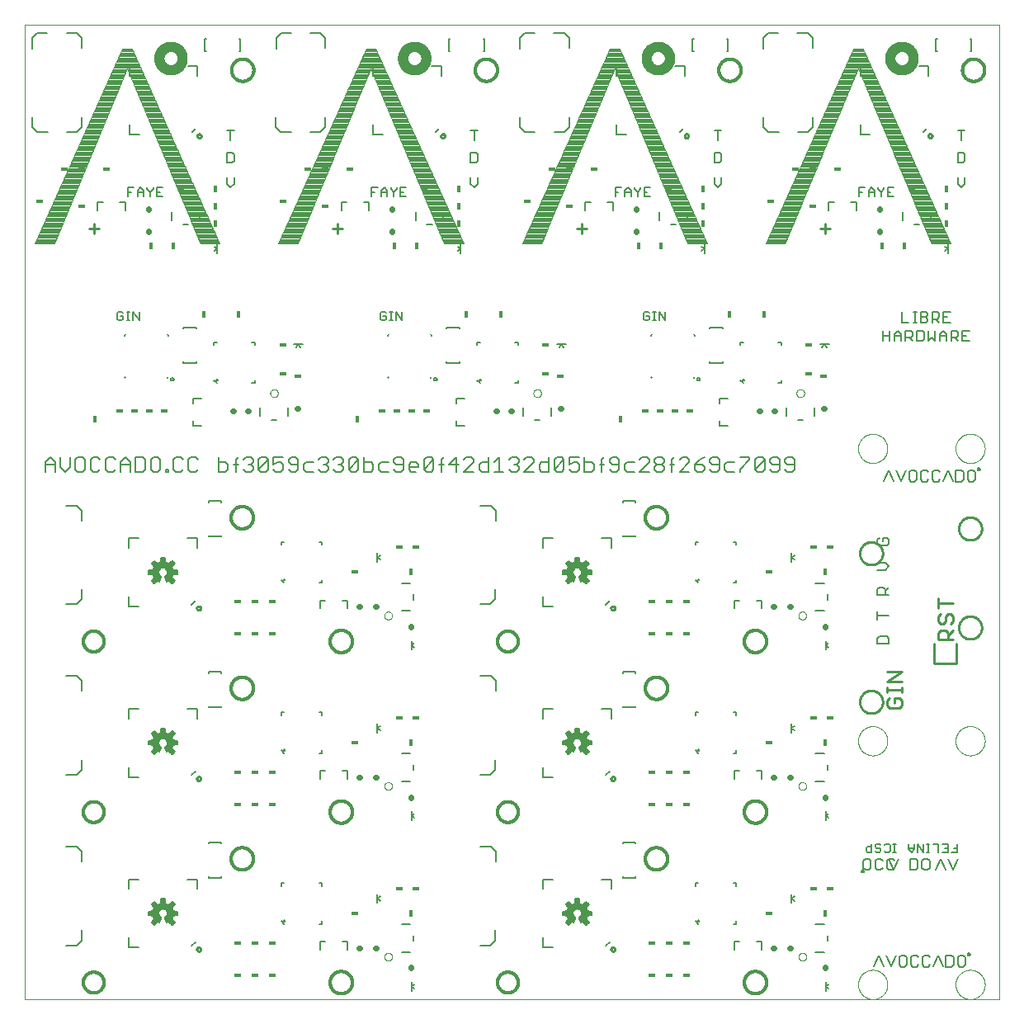
<source format=gto>
G75*
%MOIN*%
%OFA0B0*%
%FSLAX25Y25*%
%IPPOS*%
%LPD*%
%AMOC8*
5,1,8,0,0,1.08239X$1,22.5*
%
%ADD10C,0.00500*%
%ADD11C,0.01450*%
%ADD12C,0.00394*%
%ADD13C,0.00800*%
%ADD14C,0.01100*%
%ADD15C,0.00600*%
%ADD16C,0.03937*%
%ADD17C,0.00000*%
%ADD18C,0.01000*%
%ADD19R,0.03000X0.01800*%
%ADD20R,0.01800X0.03000*%
%ADD21C,0.02200*%
%ADD22C,0.00984*%
%ADD23C,0.00787*%
%ADD24C,0.00591*%
%ADD25R,0.01600X0.02800*%
D10*
X0021689Y0026598D02*
X0025720Y0026598D01*
X0027720Y0028598D01*
X0027720Y0032787D01*
X0027752Y0060535D02*
X0027752Y0064567D01*
X0025752Y0066567D01*
X0021563Y0066567D01*
X0021689Y0095496D02*
X0025720Y0095496D01*
X0027720Y0097496D01*
X0027720Y0101685D01*
X0027752Y0129433D02*
X0027752Y0133465D01*
X0025752Y0135465D01*
X0021563Y0135465D01*
X0021689Y0164394D02*
X0025720Y0164394D01*
X0027720Y0166394D01*
X0027720Y0170583D01*
X0027752Y0198331D02*
X0027752Y0202362D01*
X0025752Y0204362D01*
X0021563Y0204362D01*
X0081311Y0254996D02*
X0082492Y0253815D01*
X0082322Y0255075D02*
X0082324Y0255106D01*
X0082330Y0255137D01*
X0082339Y0255167D01*
X0082353Y0255195D01*
X0082370Y0255221D01*
X0082389Y0255245D01*
X0082412Y0255267D01*
X0082438Y0255285D01*
X0082465Y0255300D01*
X0082494Y0255312D01*
X0082524Y0255320D01*
X0082555Y0255324D01*
X0082587Y0255324D01*
X0082618Y0255320D01*
X0082648Y0255312D01*
X0082677Y0255300D01*
X0082704Y0255285D01*
X0082730Y0255267D01*
X0082753Y0255245D01*
X0082772Y0255221D01*
X0082789Y0255195D01*
X0082803Y0255167D01*
X0082812Y0255137D01*
X0082818Y0255106D01*
X0082820Y0255075D01*
X0082818Y0255044D01*
X0082812Y0255013D01*
X0082803Y0254983D01*
X0082789Y0254955D01*
X0082772Y0254929D01*
X0082753Y0254905D01*
X0082730Y0254883D01*
X0082704Y0254865D01*
X0082677Y0254850D01*
X0082648Y0254838D01*
X0082618Y0254830D01*
X0082587Y0254826D01*
X0082555Y0254826D01*
X0082524Y0254830D01*
X0082494Y0254838D01*
X0082465Y0254850D01*
X0082438Y0254865D01*
X0082412Y0254883D01*
X0082389Y0254905D01*
X0082370Y0254929D01*
X0082353Y0254955D01*
X0082339Y0254983D01*
X0082330Y0255013D01*
X0082324Y0255044D01*
X0082322Y0255075D01*
X0081311Y0269169D02*
X0081311Y0270350D01*
X0082492Y0270350D01*
X0096665Y0270350D02*
X0097846Y0270350D01*
X0097846Y0269169D01*
X0097846Y0254996D02*
X0097846Y0253815D01*
X0096665Y0253815D01*
X0108484Y0189661D02*
X0109665Y0189661D01*
X0108484Y0189661D02*
X0108484Y0188480D01*
X0109495Y0174386D02*
X0109497Y0174417D01*
X0109503Y0174448D01*
X0109512Y0174478D01*
X0109526Y0174506D01*
X0109543Y0174532D01*
X0109562Y0174556D01*
X0109585Y0174578D01*
X0109611Y0174596D01*
X0109638Y0174611D01*
X0109667Y0174623D01*
X0109697Y0174631D01*
X0109728Y0174635D01*
X0109760Y0174635D01*
X0109791Y0174631D01*
X0109821Y0174623D01*
X0109850Y0174611D01*
X0109877Y0174596D01*
X0109903Y0174578D01*
X0109926Y0174556D01*
X0109945Y0174532D01*
X0109962Y0174506D01*
X0109976Y0174478D01*
X0109985Y0174448D01*
X0109991Y0174417D01*
X0109993Y0174386D01*
X0109991Y0174355D01*
X0109985Y0174324D01*
X0109976Y0174294D01*
X0109962Y0174266D01*
X0109945Y0174240D01*
X0109926Y0174216D01*
X0109903Y0174194D01*
X0109877Y0174176D01*
X0109850Y0174161D01*
X0109821Y0174149D01*
X0109791Y0174141D01*
X0109760Y0174137D01*
X0109728Y0174137D01*
X0109697Y0174141D01*
X0109667Y0174149D01*
X0109638Y0174161D01*
X0109611Y0174176D01*
X0109585Y0174194D01*
X0109562Y0174216D01*
X0109543Y0174240D01*
X0109526Y0174266D01*
X0109512Y0174294D01*
X0109503Y0174324D01*
X0109497Y0174355D01*
X0109495Y0174386D01*
X0108484Y0174307D02*
X0109665Y0173126D01*
X0123839Y0173126D02*
X0125020Y0173126D01*
X0125020Y0174307D01*
X0125020Y0188480D02*
X0125020Y0189661D01*
X0123839Y0189661D01*
X0188791Y0253815D02*
X0187610Y0254996D01*
X0188621Y0255075D02*
X0188623Y0255106D01*
X0188629Y0255137D01*
X0188638Y0255167D01*
X0188652Y0255195D01*
X0188669Y0255221D01*
X0188688Y0255245D01*
X0188711Y0255267D01*
X0188737Y0255285D01*
X0188764Y0255300D01*
X0188793Y0255312D01*
X0188823Y0255320D01*
X0188854Y0255324D01*
X0188886Y0255324D01*
X0188917Y0255320D01*
X0188947Y0255312D01*
X0188976Y0255300D01*
X0189003Y0255285D01*
X0189029Y0255267D01*
X0189052Y0255245D01*
X0189071Y0255221D01*
X0189088Y0255195D01*
X0189102Y0255167D01*
X0189111Y0255137D01*
X0189117Y0255106D01*
X0189119Y0255075D01*
X0189117Y0255044D01*
X0189111Y0255013D01*
X0189102Y0254983D01*
X0189088Y0254955D01*
X0189071Y0254929D01*
X0189052Y0254905D01*
X0189029Y0254883D01*
X0189003Y0254865D01*
X0188976Y0254850D01*
X0188947Y0254838D01*
X0188917Y0254830D01*
X0188886Y0254826D01*
X0188854Y0254826D01*
X0188823Y0254830D01*
X0188793Y0254838D01*
X0188764Y0254850D01*
X0188737Y0254865D01*
X0188711Y0254883D01*
X0188688Y0254905D01*
X0188669Y0254929D01*
X0188652Y0254955D01*
X0188638Y0254983D01*
X0188629Y0255013D01*
X0188623Y0255044D01*
X0188621Y0255075D01*
X0187610Y0269169D02*
X0187610Y0270350D01*
X0188791Y0270350D01*
X0202965Y0270350D02*
X0204146Y0270350D01*
X0204146Y0269169D01*
X0204146Y0254996D02*
X0204146Y0253815D01*
X0202965Y0253815D01*
X0193075Y0204362D02*
X0188886Y0204362D01*
X0193075Y0204362D02*
X0195075Y0202362D01*
X0195075Y0198331D01*
X0195043Y0170583D02*
X0195043Y0166394D01*
X0193043Y0164394D01*
X0189012Y0164394D01*
X0188886Y0135465D02*
X0193075Y0135465D01*
X0195075Y0133465D01*
X0195075Y0129433D01*
X0195043Y0101685D02*
X0195043Y0097496D01*
X0193043Y0095496D01*
X0189012Y0095496D01*
X0188886Y0066567D02*
X0193075Y0066567D01*
X0195075Y0064567D01*
X0195075Y0060535D01*
X0195043Y0032787D02*
X0195043Y0028598D01*
X0193043Y0026598D01*
X0189012Y0026598D01*
X0125020Y0035331D02*
X0123839Y0035331D01*
X0125020Y0035331D02*
X0125020Y0036512D01*
X0125020Y0050685D02*
X0125020Y0051866D01*
X0123839Y0051866D01*
X0109665Y0051866D02*
X0108484Y0051866D01*
X0108484Y0050685D01*
X0109495Y0036591D02*
X0109497Y0036622D01*
X0109503Y0036653D01*
X0109512Y0036683D01*
X0109526Y0036711D01*
X0109543Y0036737D01*
X0109562Y0036761D01*
X0109585Y0036783D01*
X0109611Y0036801D01*
X0109638Y0036816D01*
X0109667Y0036828D01*
X0109697Y0036836D01*
X0109728Y0036840D01*
X0109760Y0036840D01*
X0109791Y0036836D01*
X0109821Y0036828D01*
X0109850Y0036816D01*
X0109877Y0036801D01*
X0109903Y0036783D01*
X0109926Y0036761D01*
X0109945Y0036737D01*
X0109962Y0036711D01*
X0109976Y0036683D01*
X0109985Y0036653D01*
X0109991Y0036622D01*
X0109993Y0036591D01*
X0109991Y0036560D01*
X0109985Y0036529D01*
X0109976Y0036499D01*
X0109962Y0036471D01*
X0109945Y0036445D01*
X0109926Y0036421D01*
X0109903Y0036399D01*
X0109877Y0036381D01*
X0109850Y0036366D01*
X0109821Y0036354D01*
X0109791Y0036346D01*
X0109760Y0036342D01*
X0109728Y0036342D01*
X0109697Y0036346D01*
X0109667Y0036354D01*
X0109638Y0036366D01*
X0109611Y0036381D01*
X0109585Y0036399D01*
X0109562Y0036421D01*
X0109543Y0036445D01*
X0109526Y0036471D01*
X0109512Y0036499D01*
X0109503Y0036529D01*
X0109497Y0036560D01*
X0109495Y0036591D01*
X0108484Y0036512D02*
X0109665Y0035331D01*
X0109665Y0104228D02*
X0108484Y0105409D01*
X0109495Y0105488D02*
X0109497Y0105519D01*
X0109503Y0105550D01*
X0109512Y0105580D01*
X0109526Y0105608D01*
X0109543Y0105634D01*
X0109562Y0105658D01*
X0109585Y0105680D01*
X0109611Y0105698D01*
X0109638Y0105713D01*
X0109667Y0105725D01*
X0109697Y0105733D01*
X0109728Y0105737D01*
X0109760Y0105737D01*
X0109791Y0105733D01*
X0109821Y0105725D01*
X0109850Y0105713D01*
X0109877Y0105698D01*
X0109903Y0105680D01*
X0109926Y0105658D01*
X0109945Y0105634D01*
X0109962Y0105608D01*
X0109976Y0105580D01*
X0109985Y0105550D01*
X0109991Y0105519D01*
X0109993Y0105488D01*
X0109991Y0105457D01*
X0109985Y0105426D01*
X0109976Y0105396D01*
X0109962Y0105368D01*
X0109945Y0105342D01*
X0109926Y0105318D01*
X0109903Y0105296D01*
X0109877Y0105278D01*
X0109850Y0105263D01*
X0109821Y0105251D01*
X0109791Y0105243D01*
X0109760Y0105239D01*
X0109728Y0105239D01*
X0109697Y0105243D01*
X0109667Y0105251D01*
X0109638Y0105263D01*
X0109611Y0105278D01*
X0109585Y0105296D01*
X0109562Y0105318D01*
X0109543Y0105342D01*
X0109526Y0105368D01*
X0109512Y0105396D01*
X0109503Y0105426D01*
X0109497Y0105457D01*
X0109495Y0105488D01*
X0108484Y0119583D02*
X0108484Y0120764D01*
X0109665Y0120764D01*
X0123839Y0120764D02*
X0125020Y0120764D01*
X0125020Y0119583D01*
X0125020Y0105409D02*
X0125020Y0104228D01*
X0123839Y0104228D01*
X0275807Y0105409D02*
X0276988Y0104228D01*
X0276818Y0105488D02*
X0276820Y0105519D01*
X0276826Y0105550D01*
X0276835Y0105580D01*
X0276849Y0105608D01*
X0276866Y0105634D01*
X0276885Y0105658D01*
X0276908Y0105680D01*
X0276934Y0105698D01*
X0276961Y0105713D01*
X0276990Y0105725D01*
X0277020Y0105733D01*
X0277051Y0105737D01*
X0277083Y0105737D01*
X0277114Y0105733D01*
X0277144Y0105725D01*
X0277173Y0105713D01*
X0277200Y0105698D01*
X0277226Y0105680D01*
X0277249Y0105658D01*
X0277268Y0105634D01*
X0277285Y0105608D01*
X0277299Y0105580D01*
X0277308Y0105550D01*
X0277314Y0105519D01*
X0277316Y0105488D01*
X0277314Y0105457D01*
X0277308Y0105426D01*
X0277299Y0105396D01*
X0277285Y0105368D01*
X0277268Y0105342D01*
X0277249Y0105318D01*
X0277226Y0105296D01*
X0277200Y0105278D01*
X0277173Y0105263D01*
X0277144Y0105251D01*
X0277114Y0105243D01*
X0277083Y0105239D01*
X0277051Y0105239D01*
X0277020Y0105243D01*
X0276990Y0105251D01*
X0276961Y0105263D01*
X0276934Y0105278D01*
X0276908Y0105296D01*
X0276885Y0105318D01*
X0276866Y0105342D01*
X0276849Y0105368D01*
X0276835Y0105396D01*
X0276826Y0105426D01*
X0276820Y0105457D01*
X0276818Y0105488D01*
X0275807Y0119583D02*
X0275807Y0120764D01*
X0276988Y0120764D01*
X0291161Y0120764D02*
X0292343Y0120764D01*
X0292343Y0119583D01*
X0292343Y0105409D02*
X0292343Y0104228D01*
X0291161Y0104228D01*
X0291161Y0051866D02*
X0292343Y0051866D01*
X0292343Y0050685D01*
X0292343Y0036512D02*
X0292343Y0035331D01*
X0291161Y0035331D01*
X0276818Y0036591D02*
X0276820Y0036622D01*
X0276826Y0036653D01*
X0276835Y0036683D01*
X0276849Y0036711D01*
X0276866Y0036737D01*
X0276885Y0036761D01*
X0276908Y0036783D01*
X0276934Y0036801D01*
X0276961Y0036816D01*
X0276990Y0036828D01*
X0277020Y0036836D01*
X0277051Y0036840D01*
X0277083Y0036840D01*
X0277114Y0036836D01*
X0277144Y0036828D01*
X0277173Y0036816D01*
X0277200Y0036801D01*
X0277226Y0036783D01*
X0277249Y0036761D01*
X0277268Y0036737D01*
X0277285Y0036711D01*
X0277299Y0036683D01*
X0277308Y0036653D01*
X0277314Y0036622D01*
X0277316Y0036591D01*
X0277314Y0036560D01*
X0277308Y0036529D01*
X0277299Y0036499D01*
X0277285Y0036471D01*
X0277268Y0036445D01*
X0277249Y0036421D01*
X0277226Y0036399D01*
X0277200Y0036381D01*
X0277173Y0036366D01*
X0277144Y0036354D01*
X0277114Y0036346D01*
X0277083Y0036342D01*
X0277051Y0036342D01*
X0277020Y0036346D01*
X0276990Y0036354D01*
X0276961Y0036366D01*
X0276934Y0036381D01*
X0276908Y0036399D01*
X0276885Y0036421D01*
X0276866Y0036445D01*
X0276849Y0036471D01*
X0276835Y0036499D01*
X0276826Y0036529D01*
X0276820Y0036560D01*
X0276818Y0036591D01*
X0275807Y0036512D02*
X0276988Y0035331D01*
X0275807Y0050685D02*
X0275807Y0051866D01*
X0276988Y0051866D01*
X0276988Y0173126D02*
X0275807Y0174307D01*
X0276818Y0174386D02*
X0276820Y0174417D01*
X0276826Y0174448D01*
X0276835Y0174478D01*
X0276849Y0174506D01*
X0276866Y0174532D01*
X0276885Y0174556D01*
X0276908Y0174578D01*
X0276934Y0174596D01*
X0276961Y0174611D01*
X0276990Y0174623D01*
X0277020Y0174631D01*
X0277051Y0174635D01*
X0277083Y0174635D01*
X0277114Y0174631D01*
X0277144Y0174623D01*
X0277173Y0174611D01*
X0277200Y0174596D01*
X0277226Y0174578D01*
X0277249Y0174556D01*
X0277268Y0174532D01*
X0277285Y0174506D01*
X0277299Y0174478D01*
X0277308Y0174448D01*
X0277314Y0174417D01*
X0277316Y0174386D01*
X0277314Y0174355D01*
X0277308Y0174324D01*
X0277299Y0174294D01*
X0277285Y0174266D01*
X0277268Y0174240D01*
X0277249Y0174216D01*
X0277226Y0174194D01*
X0277200Y0174176D01*
X0277173Y0174161D01*
X0277144Y0174149D01*
X0277114Y0174141D01*
X0277083Y0174137D01*
X0277051Y0174137D01*
X0277020Y0174141D01*
X0276990Y0174149D01*
X0276961Y0174161D01*
X0276934Y0174176D01*
X0276908Y0174194D01*
X0276885Y0174216D01*
X0276866Y0174240D01*
X0276849Y0174266D01*
X0276835Y0174294D01*
X0276826Y0174324D01*
X0276820Y0174355D01*
X0276818Y0174386D01*
X0275807Y0188480D02*
X0275807Y0189661D01*
X0276988Y0189661D01*
X0291161Y0189661D02*
X0292343Y0189661D01*
X0292343Y0188480D01*
X0292343Y0174307D02*
X0292343Y0173126D01*
X0291161Y0173126D01*
X0295091Y0253815D02*
X0293909Y0254996D01*
X0294920Y0255075D02*
X0294922Y0255106D01*
X0294928Y0255137D01*
X0294937Y0255167D01*
X0294951Y0255195D01*
X0294968Y0255221D01*
X0294987Y0255245D01*
X0295010Y0255267D01*
X0295036Y0255285D01*
X0295063Y0255300D01*
X0295092Y0255312D01*
X0295122Y0255320D01*
X0295153Y0255324D01*
X0295185Y0255324D01*
X0295216Y0255320D01*
X0295246Y0255312D01*
X0295275Y0255300D01*
X0295302Y0255285D01*
X0295328Y0255267D01*
X0295351Y0255245D01*
X0295370Y0255221D01*
X0295387Y0255195D01*
X0295401Y0255167D01*
X0295410Y0255137D01*
X0295416Y0255106D01*
X0295418Y0255075D01*
X0295416Y0255044D01*
X0295410Y0255013D01*
X0295401Y0254983D01*
X0295387Y0254955D01*
X0295370Y0254929D01*
X0295351Y0254905D01*
X0295328Y0254883D01*
X0295302Y0254865D01*
X0295275Y0254850D01*
X0295246Y0254838D01*
X0295216Y0254830D01*
X0295185Y0254826D01*
X0295153Y0254826D01*
X0295122Y0254830D01*
X0295092Y0254838D01*
X0295063Y0254850D01*
X0295036Y0254865D01*
X0295010Y0254883D01*
X0294987Y0254905D01*
X0294968Y0254929D01*
X0294951Y0254955D01*
X0294937Y0254983D01*
X0294928Y0255013D01*
X0294922Y0255044D01*
X0294920Y0255075D01*
X0293909Y0269169D02*
X0293909Y0270350D01*
X0295091Y0270350D01*
X0309264Y0270350D02*
X0310445Y0270350D01*
X0310445Y0269169D01*
X0310445Y0254996D02*
X0310445Y0253815D01*
X0309264Y0253815D01*
X0309402Y0355181D02*
X0305213Y0355181D01*
X0303213Y0357181D01*
X0303213Y0361213D01*
X0317150Y0355150D02*
X0321181Y0355150D01*
X0323181Y0357150D01*
X0323181Y0361339D01*
X0323213Y0389087D02*
X0323213Y0393118D01*
X0321213Y0395118D01*
X0317024Y0395118D01*
X0309276Y0395150D02*
X0305244Y0395150D01*
X0303244Y0393150D01*
X0303244Y0388961D01*
X0224787Y0389087D02*
X0224787Y0393118D01*
X0222787Y0395118D01*
X0218598Y0395118D01*
X0210850Y0395150D02*
X0206819Y0395150D01*
X0204819Y0393150D01*
X0204819Y0388961D01*
X0204787Y0361213D02*
X0204787Y0357181D01*
X0206787Y0355181D01*
X0210976Y0355181D01*
X0218724Y0355150D02*
X0222756Y0355150D01*
X0224756Y0357150D01*
X0224756Y0361339D01*
X0126331Y0361339D02*
X0126331Y0357150D01*
X0124331Y0355150D01*
X0120299Y0355150D01*
X0112551Y0355181D02*
X0108362Y0355181D01*
X0106362Y0357181D01*
X0106362Y0361213D01*
X0106394Y0388961D02*
X0106394Y0393150D01*
X0108394Y0395150D01*
X0112425Y0395150D01*
X0120173Y0395118D02*
X0124362Y0395118D01*
X0126362Y0393118D01*
X0126362Y0389087D01*
X0027937Y0389087D02*
X0027937Y0393118D01*
X0025937Y0395118D01*
X0021748Y0395118D01*
X0014000Y0395150D02*
X0009969Y0395150D01*
X0007969Y0393150D01*
X0007969Y0388961D01*
X0007937Y0361213D02*
X0007937Y0357181D01*
X0009937Y0355181D01*
X0014126Y0355181D01*
X0021874Y0355150D02*
X0025906Y0355150D01*
X0027906Y0357150D01*
X0027906Y0361339D01*
D11*
X0088437Y0380181D02*
X0088439Y0380315D01*
X0088445Y0380449D01*
X0088455Y0380582D01*
X0088469Y0380716D01*
X0088487Y0380849D01*
X0088509Y0380981D01*
X0088534Y0381112D01*
X0088564Y0381243D01*
X0088598Y0381373D01*
X0088635Y0381501D01*
X0088676Y0381629D01*
X0088721Y0381755D01*
X0088770Y0381880D01*
X0088822Y0382003D01*
X0088878Y0382125D01*
X0088938Y0382245D01*
X0089001Y0382363D01*
X0089068Y0382479D01*
X0089138Y0382593D01*
X0089212Y0382705D01*
X0089289Y0382815D01*
X0089369Y0382923D01*
X0089452Y0383028D01*
X0089538Y0383130D01*
X0089627Y0383230D01*
X0089720Y0383327D01*
X0089815Y0383422D01*
X0089913Y0383513D01*
X0090013Y0383602D01*
X0090116Y0383687D01*
X0090222Y0383770D01*
X0090330Y0383849D01*
X0090440Y0383925D01*
X0090553Y0383998D01*
X0090668Y0384067D01*
X0090784Y0384133D01*
X0090903Y0384195D01*
X0091023Y0384254D01*
X0091146Y0384309D01*
X0091269Y0384361D01*
X0091394Y0384408D01*
X0091521Y0384452D01*
X0091649Y0384493D01*
X0091778Y0384529D01*
X0091908Y0384562D01*
X0092039Y0384590D01*
X0092170Y0384615D01*
X0092303Y0384636D01*
X0092436Y0384653D01*
X0092569Y0384666D01*
X0092703Y0384675D01*
X0092837Y0384680D01*
X0092971Y0384681D01*
X0093104Y0384678D01*
X0093238Y0384671D01*
X0093372Y0384660D01*
X0093505Y0384645D01*
X0093638Y0384626D01*
X0093770Y0384603D01*
X0093901Y0384577D01*
X0094031Y0384546D01*
X0094161Y0384511D01*
X0094289Y0384473D01*
X0094416Y0384431D01*
X0094542Y0384385D01*
X0094667Y0384335D01*
X0094790Y0384282D01*
X0094911Y0384225D01*
X0095031Y0384164D01*
X0095148Y0384100D01*
X0095264Y0384033D01*
X0095378Y0383962D01*
X0095489Y0383887D01*
X0095598Y0383810D01*
X0095705Y0383729D01*
X0095810Y0383645D01*
X0095911Y0383558D01*
X0096011Y0383468D01*
X0096107Y0383375D01*
X0096201Y0383279D01*
X0096292Y0383180D01*
X0096379Y0383079D01*
X0096464Y0382975D01*
X0096546Y0382869D01*
X0096624Y0382761D01*
X0096699Y0382650D01*
X0096771Y0382537D01*
X0096840Y0382421D01*
X0096905Y0382304D01*
X0096966Y0382185D01*
X0097024Y0382064D01*
X0097078Y0381942D01*
X0097129Y0381818D01*
X0097176Y0381692D01*
X0097219Y0381565D01*
X0097258Y0381437D01*
X0097294Y0381308D01*
X0097325Y0381178D01*
X0097353Y0381047D01*
X0097377Y0380915D01*
X0097397Y0380782D01*
X0097413Y0380649D01*
X0097425Y0380516D01*
X0097433Y0380382D01*
X0097437Y0380248D01*
X0097437Y0380114D01*
X0097433Y0379980D01*
X0097425Y0379846D01*
X0097413Y0379713D01*
X0097397Y0379580D01*
X0097377Y0379447D01*
X0097353Y0379315D01*
X0097325Y0379184D01*
X0097294Y0379054D01*
X0097258Y0378925D01*
X0097219Y0378797D01*
X0097176Y0378670D01*
X0097129Y0378544D01*
X0097078Y0378420D01*
X0097024Y0378298D01*
X0096966Y0378177D01*
X0096905Y0378058D01*
X0096840Y0377941D01*
X0096771Y0377825D01*
X0096699Y0377712D01*
X0096624Y0377601D01*
X0096546Y0377493D01*
X0096464Y0377387D01*
X0096379Y0377283D01*
X0096292Y0377182D01*
X0096201Y0377083D01*
X0096107Y0376987D01*
X0096011Y0376894D01*
X0095911Y0376804D01*
X0095810Y0376717D01*
X0095705Y0376633D01*
X0095598Y0376552D01*
X0095489Y0376475D01*
X0095378Y0376400D01*
X0095264Y0376329D01*
X0095148Y0376262D01*
X0095031Y0376198D01*
X0094911Y0376137D01*
X0094790Y0376080D01*
X0094667Y0376027D01*
X0094542Y0375977D01*
X0094416Y0375931D01*
X0094289Y0375889D01*
X0094161Y0375851D01*
X0094031Y0375816D01*
X0093901Y0375785D01*
X0093770Y0375759D01*
X0093638Y0375736D01*
X0093505Y0375717D01*
X0093372Y0375702D01*
X0093238Y0375691D01*
X0093104Y0375684D01*
X0092971Y0375681D01*
X0092837Y0375682D01*
X0092703Y0375687D01*
X0092569Y0375696D01*
X0092436Y0375709D01*
X0092303Y0375726D01*
X0092170Y0375747D01*
X0092039Y0375772D01*
X0091908Y0375800D01*
X0091778Y0375833D01*
X0091649Y0375869D01*
X0091521Y0375910D01*
X0091394Y0375954D01*
X0091269Y0376001D01*
X0091146Y0376053D01*
X0091023Y0376108D01*
X0090903Y0376167D01*
X0090784Y0376229D01*
X0090668Y0376295D01*
X0090553Y0376364D01*
X0090440Y0376437D01*
X0090330Y0376513D01*
X0090222Y0376592D01*
X0090116Y0376675D01*
X0090013Y0376760D01*
X0089913Y0376849D01*
X0089815Y0376940D01*
X0089720Y0377035D01*
X0089627Y0377132D01*
X0089538Y0377232D01*
X0089452Y0377334D01*
X0089369Y0377439D01*
X0089289Y0377547D01*
X0089212Y0377657D01*
X0089138Y0377769D01*
X0089068Y0377883D01*
X0089001Y0377999D01*
X0088938Y0378117D01*
X0088878Y0378237D01*
X0088822Y0378359D01*
X0088770Y0378482D01*
X0088721Y0378607D01*
X0088676Y0378733D01*
X0088635Y0378861D01*
X0088598Y0378989D01*
X0088564Y0379119D01*
X0088534Y0379250D01*
X0088509Y0379381D01*
X0088487Y0379513D01*
X0088469Y0379646D01*
X0088455Y0379780D01*
X0088445Y0379913D01*
X0088439Y0380047D01*
X0088437Y0380181D01*
X0186862Y0380181D02*
X0186864Y0380315D01*
X0186870Y0380449D01*
X0186880Y0380582D01*
X0186894Y0380716D01*
X0186912Y0380849D01*
X0186934Y0380981D01*
X0186959Y0381112D01*
X0186989Y0381243D01*
X0187023Y0381373D01*
X0187060Y0381501D01*
X0187101Y0381629D01*
X0187146Y0381755D01*
X0187195Y0381880D01*
X0187247Y0382003D01*
X0187303Y0382125D01*
X0187363Y0382245D01*
X0187426Y0382363D01*
X0187493Y0382479D01*
X0187563Y0382593D01*
X0187637Y0382705D01*
X0187714Y0382815D01*
X0187794Y0382923D01*
X0187877Y0383028D01*
X0187963Y0383130D01*
X0188052Y0383230D01*
X0188145Y0383327D01*
X0188240Y0383422D01*
X0188338Y0383513D01*
X0188438Y0383602D01*
X0188541Y0383687D01*
X0188647Y0383770D01*
X0188755Y0383849D01*
X0188865Y0383925D01*
X0188978Y0383998D01*
X0189093Y0384067D01*
X0189209Y0384133D01*
X0189328Y0384195D01*
X0189448Y0384254D01*
X0189571Y0384309D01*
X0189694Y0384361D01*
X0189819Y0384408D01*
X0189946Y0384452D01*
X0190074Y0384493D01*
X0190203Y0384529D01*
X0190333Y0384562D01*
X0190464Y0384590D01*
X0190595Y0384615D01*
X0190728Y0384636D01*
X0190861Y0384653D01*
X0190994Y0384666D01*
X0191128Y0384675D01*
X0191262Y0384680D01*
X0191396Y0384681D01*
X0191529Y0384678D01*
X0191663Y0384671D01*
X0191797Y0384660D01*
X0191930Y0384645D01*
X0192063Y0384626D01*
X0192195Y0384603D01*
X0192326Y0384577D01*
X0192456Y0384546D01*
X0192586Y0384511D01*
X0192714Y0384473D01*
X0192841Y0384431D01*
X0192967Y0384385D01*
X0193092Y0384335D01*
X0193215Y0384282D01*
X0193336Y0384225D01*
X0193456Y0384164D01*
X0193573Y0384100D01*
X0193689Y0384033D01*
X0193803Y0383962D01*
X0193914Y0383887D01*
X0194023Y0383810D01*
X0194130Y0383729D01*
X0194235Y0383645D01*
X0194336Y0383558D01*
X0194436Y0383468D01*
X0194532Y0383375D01*
X0194626Y0383279D01*
X0194717Y0383180D01*
X0194804Y0383079D01*
X0194889Y0382975D01*
X0194971Y0382869D01*
X0195049Y0382761D01*
X0195124Y0382650D01*
X0195196Y0382537D01*
X0195265Y0382421D01*
X0195330Y0382304D01*
X0195391Y0382185D01*
X0195449Y0382064D01*
X0195503Y0381942D01*
X0195554Y0381818D01*
X0195601Y0381692D01*
X0195644Y0381565D01*
X0195683Y0381437D01*
X0195719Y0381308D01*
X0195750Y0381178D01*
X0195778Y0381047D01*
X0195802Y0380915D01*
X0195822Y0380782D01*
X0195838Y0380649D01*
X0195850Y0380516D01*
X0195858Y0380382D01*
X0195862Y0380248D01*
X0195862Y0380114D01*
X0195858Y0379980D01*
X0195850Y0379846D01*
X0195838Y0379713D01*
X0195822Y0379580D01*
X0195802Y0379447D01*
X0195778Y0379315D01*
X0195750Y0379184D01*
X0195719Y0379054D01*
X0195683Y0378925D01*
X0195644Y0378797D01*
X0195601Y0378670D01*
X0195554Y0378544D01*
X0195503Y0378420D01*
X0195449Y0378298D01*
X0195391Y0378177D01*
X0195330Y0378058D01*
X0195265Y0377941D01*
X0195196Y0377825D01*
X0195124Y0377712D01*
X0195049Y0377601D01*
X0194971Y0377493D01*
X0194889Y0377387D01*
X0194804Y0377283D01*
X0194717Y0377182D01*
X0194626Y0377083D01*
X0194532Y0376987D01*
X0194436Y0376894D01*
X0194336Y0376804D01*
X0194235Y0376717D01*
X0194130Y0376633D01*
X0194023Y0376552D01*
X0193914Y0376475D01*
X0193803Y0376400D01*
X0193689Y0376329D01*
X0193573Y0376262D01*
X0193456Y0376198D01*
X0193336Y0376137D01*
X0193215Y0376080D01*
X0193092Y0376027D01*
X0192967Y0375977D01*
X0192841Y0375931D01*
X0192714Y0375889D01*
X0192586Y0375851D01*
X0192456Y0375816D01*
X0192326Y0375785D01*
X0192195Y0375759D01*
X0192063Y0375736D01*
X0191930Y0375717D01*
X0191797Y0375702D01*
X0191663Y0375691D01*
X0191529Y0375684D01*
X0191396Y0375681D01*
X0191262Y0375682D01*
X0191128Y0375687D01*
X0190994Y0375696D01*
X0190861Y0375709D01*
X0190728Y0375726D01*
X0190595Y0375747D01*
X0190464Y0375772D01*
X0190333Y0375800D01*
X0190203Y0375833D01*
X0190074Y0375869D01*
X0189946Y0375910D01*
X0189819Y0375954D01*
X0189694Y0376001D01*
X0189571Y0376053D01*
X0189448Y0376108D01*
X0189328Y0376167D01*
X0189209Y0376229D01*
X0189093Y0376295D01*
X0188978Y0376364D01*
X0188865Y0376437D01*
X0188755Y0376513D01*
X0188647Y0376592D01*
X0188541Y0376675D01*
X0188438Y0376760D01*
X0188338Y0376849D01*
X0188240Y0376940D01*
X0188145Y0377035D01*
X0188052Y0377132D01*
X0187963Y0377232D01*
X0187877Y0377334D01*
X0187794Y0377439D01*
X0187714Y0377547D01*
X0187637Y0377657D01*
X0187563Y0377769D01*
X0187493Y0377883D01*
X0187426Y0377999D01*
X0187363Y0378117D01*
X0187303Y0378237D01*
X0187247Y0378359D01*
X0187195Y0378482D01*
X0187146Y0378607D01*
X0187101Y0378733D01*
X0187060Y0378861D01*
X0187023Y0378989D01*
X0186989Y0379119D01*
X0186959Y0379250D01*
X0186934Y0379381D01*
X0186912Y0379513D01*
X0186894Y0379646D01*
X0186880Y0379780D01*
X0186870Y0379913D01*
X0186864Y0380047D01*
X0186862Y0380181D01*
X0285287Y0380181D02*
X0285289Y0380315D01*
X0285295Y0380449D01*
X0285305Y0380582D01*
X0285319Y0380716D01*
X0285337Y0380849D01*
X0285359Y0380981D01*
X0285384Y0381112D01*
X0285414Y0381243D01*
X0285448Y0381373D01*
X0285485Y0381501D01*
X0285526Y0381629D01*
X0285571Y0381755D01*
X0285620Y0381880D01*
X0285672Y0382003D01*
X0285728Y0382125D01*
X0285788Y0382245D01*
X0285851Y0382363D01*
X0285918Y0382479D01*
X0285988Y0382593D01*
X0286062Y0382705D01*
X0286139Y0382815D01*
X0286219Y0382923D01*
X0286302Y0383028D01*
X0286388Y0383130D01*
X0286477Y0383230D01*
X0286570Y0383327D01*
X0286665Y0383422D01*
X0286763Y0383513D01*
X0286863Y0383602D01*
X0286966Y0383687D01*
X0287072Y0383770D01*
X0287180Y0383849D01*
X0287290Y0383925D01*
X0287403Y0383998D01*
X0287518Y0384067D01*
X0287634Y0384133D01*
X0287753Y0384195D01*
X0287873Y0384254D01*
X0287996Y0384309D01*
X0288119Y0384361D01*
X0288244Y0384408D01*
X0288371Y0384452D01*
X0288499Y0384493D01*
X0288628Y0384529D01*
X0288758Y0384562D01*
X0288889Y0384590D01*
X0289020Y0384615D01*
X0289153Y0384636D01*
X0289286Y0384653D01*
X0289419Y0384666D01*
X0289553Y0384675D01*
X0289687Y0384680D01*
X0289821Y0384681D01*
X0289954Y0384678D01*
X0290088Y0384671D01*
X0290222Y0384660D01*
X0290355Y0384645D01*
X0290488Y0384626D01*
X0290620Y0384603D01*
X0290751Y0384577D01*
X0290881Y0384546D01*
X0291011Y0384511D01*
X0291139Y0384473D01*
X0291266Y0384431D01*
X0291392Y0384385D01*
X0291517Y0384335D01*
X0291640Y0384282D01*
X0291761Y0384225D01*
X0291881Y0384164D01*
X0291998Y0384100D01*
X0292114Y0384033D01*
X0292228Y0383962D01*
X0292339Y0383887D01*
X0292448Y0383810D01*
X0292555Y0383729D01*
X0292660Y0383645D01*
X0292761Y0383558D01*
X0292861Y0383468D01*
X0292957Y0383375D01*
X0293051Y0383279D01*
X0293142Y0383180D01*
X0293229Y0383079D01*
X0293314Y0382975D01*
X0293396Y0382869D01*
X0293474Y0382761D01*
X0293549Y0382650D01*
X0293621Y0382537D01*
X0293690Y0382421D01*
X0293755Y0382304D01*
X0293816Y0382185D01*
X0293874Y0382064D01*
X0293928Y0381942D01*
X0293979Y0381818D01*
X0294026Y0381692D01*
X0294069Y0381565D01*
X0294108Y0381437D01*
X0294144Y0381308D01*
X0294175Y0381178D01*
X0294203Y0381047D01*
X0294227Y0380915D01*
X0294247Y0380782D01*
X0294263Y0380649D01*
X0294275Y0380516D01*
X0294283Y0380382D01*
X0294287Y0380248D01*
X0294287Y0380114D01*
X0294283Y0379980D01*
X0294275Y0379846D01*
X0294263Y0379713D01*
X0294247Y0379580D01*
X0294227Y0379447D01*
X0294203Y0379315D01*
X0294175Y0379184D01*
X0294144Y0379054D01*
X0294108Y0378925D01*
X0294069Y0378797D01*
X0294026Y0378670D01*
X0293979Y0378544D01*
X0293928Y0378420D01*
X0293874Y0378298D01*
X0293816Y0378177D01*
X0293755Y0378058D01*
X0293690Y0377941D01*
X0293621Y0377825D01*
X0293549Y0377712D01*
X0293474Y0377601D01*
X0293396Y0377493D01*
X0293314Y0377387D01*
X0293229Y0377283D01*
X0293142Y0377182D01*
X0293051Y0377083D01*
X0292957Y0376987D01*
X0292861Y0376894D01*
X0292761Y0376804D01*
X0292660Y0376717D01*
X0292555Y0376633D01*
X0292448Y0376552D01*
X0292339Y0376475D01*
X0292228Y0376400D01*
X0292114Y0376329D01*
X0291998Y0376262D01*
X0291881Y0376198D01*
X0291761Y0376137D01*
X0291640Y0376080D01*
X0291517Y0376027D01*
X0291392Y0375977D01*
X0291266Y0375931D01*
X0291139Y0375889D01*
X0291011Y0375851D01*
X0290881Y0375816D01*
X0290751Y0375785D01*
X0290620Y0375759D01*
X0290488Y0375736D01*
X0290355Y0375717D01*
X0290222Y0375702D01*
X0290088Y0375691D01*
X0289954Y0375684D01*
X0289821Y0375681D01*
X0289687Y0375682D01*
X0289553Y0375687D01*
X0289419Y0375696D01*
X0289286Y0375709D01*
X0289153Y0375726D01*
X0289020Y0375747D01*
X0288889Y0375772D01*
X0288758Y0375800D01*
X0288628Y0375833D01*
X0288499Y0375869D01*
X0288371Y0375910D01*
X0288244Y0375954D01*
X0288119Y0376001D01*
X0287996Y0376053D01*
X0287873Y0376108D01*
X0287753Y0376167D01*
X0287634Y0376229D01*
X0287518Y0376295D01*
X0287403Y0376364D01*
X0287290Y0376437D01*
X0287180Y0376513D01*
X0287072Y0376592D01*
X0286966Y0376675D01*
X0286863Y0376760D01*
X0286763Y0376849D01*
X0286665Y0376940D01*
X0286570Y0377035D01*
X0286477Y0377132D01*
X0286388Y0377232D01*
X0286302Y0377334D01*
X0286219Y0377439D01*
X0286139Y0377547D01*
X0286062Y0377657D01*
X0285988Y0377769D01*
X0285918Y0377883D01*
X0285851Y0377999D01*
X0285788Y0378117D01*
X0285728Y0378237D01*
X0285672Y0378359D01*
X0285620Y0378482D01*
X0285571Y0378607D01*
X0285526Y0378733D01*
X0285485Y0378861D01*
X0285448Y0378989D01*
X0285414Y0379119D01*
X0285384Y0379250D01*
X0285359Y0379381D01*
X0285337Y0379513D01*
X0285319Y0379646D01*
X0285305Y0379780D01*
X0285295Y0379913D01*
X0285289Y0380047D01*
X0285287Y0380181D01*
X0383713Y0380181D02*
X0383715Y0380315D01*
X0383721Y0380449D01*
X0383731Y0380582D01*
X0383745Y0380716D01*
X0383763Y0380849D01*
X0383785Y0380981D01*
X0383810Y0381112D01*
X0383840Y0381243D01*
X0383874Y0381373D01*
X0383911Y0381501D01*
X0383952Y0381629D01*
X0383997Y0381755D01*
X0384046Y0381880D01*
X0384098Y0382003D01*
X0384154Y0382125D01*
X0384214Y0382245D01*
X0384277Y0382363D01*
X0384344Y0382479D01*
X0384414Y0382593D01*
X0384488Y0382705D01*
X0384565Y0382815D01*
X0384645Y0382923D01*
X0384728Y0383028D01*
X0384814Y0383130D01*
X0384903Y0383230D01*
X0384996Y0383327D01*
X0385091Y0383422D01*
X0385189Y0383513D01*
X0385289Y0383602D01*
X0385392Y0383687D01*
X0385498Y0383770D01*
X0385606Y0383849D01*
X0385716Y0383925D01*
X0385829Y0383998D01*
X0385944Y0384067D01*
X0386060Y0384133D01*
X0386179Y0384195D01*
X0386299Y0384254D01*
X0386422Y0384309D01*
X0386545Y0384361D01*
X0386670Y0384408D01*
X0386797Y0384452D01*
X0386925Y0384493D01*
X0387054Y0384529D01*
X0387184Y0384562D01*
X0387315Y0384590D01*
X0387446Y0384615D01*
X0387579Y0384636D01*
X0387712Y0384653D01*
X0387845Y0384666D01*
X0387979Y0384675D01*
X0388113Y0384680D01*
X0388247Y0384681D01*
X0388380Y0384678D01*
X0388514Y0384671D01*
X0388648Y0384660D01*
X0388781Y0384645D01*
X0388914Y0384626D01*
X0389046Y0384603D01*
X0389177Y0384577D01*
X0389307Y0384546D01*
X0389437Y0384511D01*
X0389565Y0384473D01*
X0389692Y0384431D01*
X0389818Y0384385D01*
X0389943Y0384335D01*
X0390066Y0384282D01*
X0390187Y0384225D01*
X0390307Y0384164D01*
X0390424Y0384100D01*
X0390540Y0384033D01*
X0390654Y0383962D01*
X0390765Y0383887D01*
X0390874Y0383810D01*
X0390981Y0383729D01*
X0391086Y0383645D01*
X0391187Y0383558D01*
X0391287Y0383468D01*
X0391383Y0383375D01*
X0391477Y0383279D01*
X0391568Y0383180D01*
X0391655Y0383079D01*
X0391740Y0382975D01*
X0391822Y0382869D01*
X0391900Y0382761D01*
X0391975Y0382650D01*
X0392047Y0382537D01*
X0392116Y0382421D01*
X0392181Y0382304D01*
X0392242Y0382185D01*
X0392300Y0382064D01*
X0392354Y0381942D01*
X0392405Y0381818D01*
X0392452Y0381692D01*
X0392495Y0381565D01*
X0392534Y0381437D01*
X0392570Y0381308D01*
X0392601Y0381178D01*
X0392629Y0381047D01*
X0392653Y0380915D01*
X0392673Y0380782D01*
X0392689Y0380649D01*
X0392701Y0380516D01*
X0392709Y0380382D01*
X0392713Y0380248D01*
X0392713Y0380114D01*
X0392709Y0379980D01*
X0392701Y0379846D01*
X0392689Y0379713D01*
X0392673Y0379580D01*
X0392653Y0379447D01*
X0392629Y0379315D01*
X0392601Y0379184D01*
X0392570Y0379054D01*
X0392534Y0378925D01*
X0392495Y0378797D01*
X0392452Y0378670D01*
X0392405Y0378544D01*
X0392354Y0378420D01*
X0392300Y0378298D01*
X0392242Y0378177D01*
X0392181Y0378058D01*
X0392116Y0377941D01*
X0392047Y0377825D01*
X0391975Y0377712D01*
X0391900Y0377601D01*
X0391822Y0377493D01*
X0391740Y0377387D01*
X0391655Y0377283D01*
X0391568Y0377182D01*
X0391477Y0377083D01*
X0391383Y0376987D01*
X0391287Y0376894D01*
X0391187Y0376804D01*
X0391086Y0376717D01*
X0390981Y0376633D01*
X0390874Y0376552D01*
X0390765Y0376475D01*
X0390654Y0376400D01*
X0390540Y0376329D01*
X0390424Y0376262D01*
X0390307Y0376198D01*
X0390187Y0376137D01*
X0390066Y0376080D01*
X0389943Y0376027D01*
X0389818Y0375977D01*
X0389692Y0375931D01*
X0389565Y0375889D01*
X0389437Y0375851D01*
X0389307Y0375816D01*
X0389177Y0375785D01*
X0389046Y0375759D01*
X0388914Y0375736D01*
X0388781Y0375717D01*
X0388648Y0375702D01*
X0388514Y0375691D01*
X0388380Y0375684D01*
X0388247Y0375681D01*
X0388113Y0375682D01*
X0387979Y0375687D01*
X0387845Y0375696D01*
X0387712Y0375709D01*
X0387579Y0375726D01*
X0387446Y0375747D01*
X0387315Y0375772D01*
X0387184Y0375800D01*
X0387054Y0375833D01*
X0386925Y0375869D01*
X0386797Y0375910D01*
X0386670Y0375954D01*
X0386545Y0376001D01*
X0386422Y0376053D01*
X0386299Y0376108D01*
X0386179Y0376167D01*
X0386060Y0376229D01*
X0385944Y0376295D01*
X0385829Y0376364D01*
X0385716Y0376437D01*
X0385606Y0376513D01*
X0385498Y0376592D01*
X0385392Y0376675D01*
X0385289Y0376760D01*
X0385189Y0376849D01*
X0385091Y0376940D01*
X0384996Y0377035D01*
X0384903Y0377132D01*
X0384814Y0377232D01*
X0384728Y0377334D01*
X0384645Y0377439D01*
X0384565Y0377547D01*
X0384488Y0377657D01*
X0384414Y0377769D01*
X0384344Y0377883D01*
X0384277Y0377999D01*
X0384214Y0378117D01*
X0384154Y0378237D01*
X0384098Y0378359D01*
X0384046Y0378482D01*
X0383997Y0378607D01*
X0383952Y0378733D01*
X0383911Y0378861D01*
X0383874Y0378989D01*
X0383840Y0379119D01*
X0383810Y0379250D01*
X0383785Y0379381D01*
X0383763Y0379513D01*
X0383745Y0379646D01*
X0383731Y0379780D01*
X0383721Y0379913D01*
X0383715Y0380047D01*
X0383713Y0380181D01*
X0255575Y0199394D02*
X0255577Y0199528D01*
X0255583Y0199662D01*
X0255593Y0199795D01*
X0255607Y0199929D01*
X0255625Y0200062D01*
X0255647Y0200194D01*
X0255672Y0200325D01*
X0255702Y0200456D01*
X0255736Y0200586D01*
X0255773Y0200714D01*
X0255814Y0200842D01*
X0255859Y0200968D01*
X0255908Y0201093D01*
X0255960Y0201216D01*
X0256016Y0201338D01*
X0256076Y0201458D01*
X0256139Y0201576D01*
X0256206Y0201692D01*
X0256276Y0201806D01*
X0256350Y0201918D01*
X0256427Y0202028D01*
X0256507Y0202136D01*
X0256590Y0202241D01*
X0256676Y0202343D01*
X0256765Y0202443D01*
X0256858Y0202540D01*
X0256953Y0202635D01*
X0257051Y0202726D01*
X0257151Y0202815D01*
X0257254Y0202900D01*
X0257360Y0202983D01*
X0257468Y0203062D01*
X0257578Y0203138D01*
X0257691Y0203211D01*
X0257806Y0203280D01*
X0257922Y0203346D01*
X0258041Y0203408D01*
X0258161Y0203467D01*
X0258284Y0203522D01*
X0258407Y0203574D01*
X0258532Y0203621D01*
X0258659Y0203665D01*
X0258787Y0203706D01*
X0258916Y0203742D01*
X0259046Y0203775D01*
X0259177Y0203803D01*
X0259308Y0203828D01*
X0259441Y0203849D01*
X0259574Y0203866D01*
X0259707Y0203879D01*
X0259841Y0203888D01*
X0259975Y0203893D01*
X0260109Y0203894D01*
X0260242Y0203891D01*
X0260376Y0203884D01*
X0260510Y0203873D01*
X0260643Y0203858D01*
X0260776Y0203839D01*
X0260908Y0203816D01*
X0261039Y0203790D01*
X0261169Y0203759D01*
X0261299Y0203724D01*
X0261427Y0203686D01*
X0261554Y0203644D01*
X0261680Y0203598D01*
X0261805Y0203548D01*
X0261928Y0203495D01*
X0262049Y0203438D01*
X0262169Y0203377D01*
X0262286Y0203313D01*
X0262402Y0203246D01*
X0262516Y0203175D01*
X0262627Y0203100D01*
X0262736Y0203023D01*
X0262843Y0202942D01*
X0262948Y0202858D01*
X0263049Y0202771D01*
X0263149Y0202681D01*
X0263245Y0202588D01*
X0263339Y0202492D01*
X0263430Y0202393D01*
X0263517Y0202292D01*
X0263602Y0202188D01*
X0263684Y0202082D01*
X0263762Y0201974D01*
X0263837Y0201863D01*
X0263909Y0201750D01*
X0263978Y0201634D01*
X0264043Y0201517D01*
X0264104Y0201398D01*
X0264162Y0201277D01*
X0264216Y0201155D01*
X0264267Y0201031D01*
X0264314Y0200905D01*
X0264357Y0200778D01*
X0264396Y0200650D01*
X0264432Y0200521D01*
X0264463Y0200391D01*
X0264491Y0200260D01*
X0264515Y0200128D01*
X0264535Y0199995D01*
X0264551Y0199862D01*
X0264563Y0199729D01*
X0264571Y0199595D01*
X0264575Y0199461D01*
X0264575Y0199327D01*
X0264571Y0199193D01*
X0264563Y0199059D01*
X0264551Y0198926D01*
X0264535Y0198793D01*
X0264515Y0198660D01*
X0264491Y0198528D01*
X0264463Y0198397D01*
X0264432Y0198267D01*
X0264396Y0198138D01*
X0264357Y0198010D01*
X0264314Y0197883D01*
X0264267Y0197757D01*
X0264216Y0197633D01*
X0264162Y0197511D01*
X0264104Y0197390D01*
X0264043Y0197271D01*
X0263978Y0197154D01*
X0263909Y0197038D01*
X0263837Y0196925D01*
X0263762Y0196814D01*
X0263684Y0196706D01*
X0263602Y0196600D01*
X0263517Y0196496D01*
X0263430Y0196395D01*
X0263339Y0196296D01*
X0263245Y0196200D01*
X0263149Y0196107D01*
X0263049Y0196017D01*
X0262948Y0195930D01*
X0262843Y0195846D01*
X0262736Y0195765D01*
X0262627Y0195688D01*
X0262516Y0195613D01*
X0262402Y0195542D01*
X0262286Y0195475D01*
X0262169Y0195411D01*
X0262049Y0195350D01*
X0261928Y0195293D01*
X0261805Y0195240D01*
X0261680Y0195190D01*
X0261554Y0195144D01*
X0261427Y0195102D01*
X0261299Y0195064D01*
X0261169Y0195029D01*
X0261039Y0194998D01*
X0260908Y0194972D01*
X0260776Y0194949D01*
X0260643Y0194930D01*
X0260510Y0194915D01*
X0260376Y0194904D01*
X0260242Y0194897D01*
X0260109Y0194894D01*
X0259975Y0194895D01*
X0259841Y0194900D01*
X0259707Y0194909D01*
X0259574Y0194922D01*
X0259441Y0194939D01*
X0259308Y0194960D01*
X0259177Y0194985D01*
X0259046Y0195013D01*
X0258916Y0195046D01*
X0258787Y0195082D01*
X0258659Y0195123D01*
X0258532Y0195167D01*
X0258407Y0195214D01*
X0258284Y0195266D01*
X0258161Y0195321D01*
X0258041Y0195380D01*
X0257922Y0195442D01*
X0257806Y0195508D01*
X0257691Y0195577D01*
X0257578Y0195650D01*
X0257468Y0195726D01*
X0257360Y0195805D01*
X0257254Y0195888D01*
X0257151Y0195973D01*
X0257051Y0196062D01*
X0256953Y0196153D01*
X0256858Y0196248D01*
X0256765Y0196345D01*
X0256676Y0196445D01*
X0256590Y0196547D01*
X0256507Y0196652D01*
X0256427Y0196760D01*
X0256350Y0196870D01*
X0256276Y0196982D01*
X0256206Y0197096D01*
X0256139Y0197212D01*
X0256076Y0197330D01*
X0256016Y0197450D01*
X0255960Y0197572D01*
X0255908Y0197695D01*
X0255859Y0197820D01*
X0255814Y0197946D01*
X0255773Y0198074D01*
X0255736Y0198202D01*
X0255702Y0198332D01*
X0255672Y0198463D01*
X0255647Y0198594D01*
X0255625Y0198726D01*
X0255607Y0198859D01*
X0255593Y0198993D01*
X0255583Y0199126D01*
X0255577Y0199260D01*
X0255575Y0199394D01*
X0295575Y0149394D02*
X0295577Y0149528D01*
X0295583Y0149662D01*
X0295593Y0149795D01*
X0295607Y0149929D01*
X0295625Y0150062D01*
X0295647Y0150194D01*
X0295672Y0150325D01*
X0295702Y0150456D01*
X0295736Y0150586D01*
X0295773Y0150714D01*
X0295814Y0150842D01*
X0295859Y0150968D01*
X0295908Y0151093D01*
X0295960Y0151216D01*
X0296016Y0151338D01*
X0296076Y0151458D01*
X0296139Y0151576D01*
X0296206Y0151692D01*
X0296276Y0151806D01*
X0296350Y0151918D01*
X0296427Y0152028D01*
X0296507Y0152136D01*
X0296590Y0152241D01*
X0296676Y0152343D01*
X0296765Y0152443D01*
X0296858Y0152540D01*
X0296953Y0152635D01*
X0297051Y0152726D01*
X0297151Y0152815D01*
X0297254Y0152900D01*
X0297360Y0152983D01*
X0297468Y0153062D01*
X0297578Y0153138D01*
X0297691Y0153211D01*
X0297806Y0153280D01*
X0297922Y0153346D01*
X0298041Y0153408D01*
X0298161Y0153467D01*
X0298284Y0153522D01*
X0298407Y0153574D01*
X0298532Y0153621D01*
X0298659Y0153665D01*
X0298787Y0153706D01*
X0298916Y0153742D01*
X0299046Y0153775D01*
X0299177Y0153803D01*
X0299308Y0153828D01*
X0299441Y0153849D01*
X0299574Y0153866D01*
X0299707Y0153879D01*
X0299841Y0153888D01*
X0299975Y0153893D01*
X0300109Y0153894D01*
X0300242Y0153891D01*
X0300376Y0153884D01*
X0300510Y0153873D01*
X0300643Y0153858D01*
X0300776Y0153839D01*
X0300908Y0153816D01*
X0301039Y0153790D01*
X0301169Y0153759D01*
X0301299Y0153724D01*
X0301427Y0153686D01*
X0301554Y0153644D01*
X0301680Y0153598D01*
X0301805Y0153548D01*
X0301928Y0153495D01*
X0302049Y0153438D01*
X0302169Y0153377D01*
X0302286Y0153313D01*
X0302402Y0153246D01*
X0302516Y0153175D01*
X0302627Y0153100D01*
X0302736Y0153023D01*
X0302843Y0152942D01*
X0302948Y0152858D01*
X0303049Y0152771D01*
X0303149Y0152681D01*
X0303245Y0152588D01*
X0303339Y0152492D01*
X0303430Y0152393D01*
X0303517Y0152292D01*
X0303602Y0152188D01*
X0303684Y0152082D01*
X0303762Y0151974D01*
X0303837Y0151863D01*
X0303909Y0151750D01*
X0303978Y0151634D01*
X0304043Y0151517D01*
X0304104Y0151398D01*
X0304162Y0151277D01*
X0304216Y0151155D01*
X0304267Y0151031D01*
X0304314Y0150905D01*
X0304357Y0150778D01*
X0304396Y0150650D01*
X0304432Y0150521D01*
X0304463Y0150391D01*
X0304491Y0150260D01*
X0304515Y0150128D01*
X0304535Y0149995D01*
X0304551Y0149862D01*
X0304563Y0149729D01*
X0304571Y0149595D01*
X0304575Y0149461D01*
X0304575Y0149327D01*
X0304571Y0149193D01*
X0304563Y0149059D01*
X0304551Y0148926D01*
X0304535Y0148793D01*
X0304515Y0148660D01*
X0304491Y0148528D01*
X0304463Y0148397D01*
X0304432Y0148267D01*
X0304396Y0148138D01*
X0304357Y0148010D01*
X0304314Y0147883D01*
X0304267Y0147757D01*
X0304216Y0147633D01*
X0304162Y0147511D01*
X0304104Y0147390D01*
X0304043Y0147271D01*
X0303978Y0147154D01*
X0303909Y0147038D01*
X0303837Y0146925D01*
X0303762Y0146814D01*
X0303684Y0146706D01*
X0303602Y0146600D01*
X0303517Y0146496D01*
X0303430Y0146395D01*
X0303339Y0146296D01*
X0303245Y0146200D01*
X0303149Y0146107D01*
X0303049Y0146017D01*
X0302948Y0145930D01*
X0302843Y0145846D01*
X0302736Y0145765D01*
X0302627Y0145688D01*
X0302516Y0145613D01*
X0302402Y0145542D01*
X0302286Y0145475D01*
X0302169Y0145411D01*
X0302049Y0145350D01*
X0301928Y0145293D01*
X0301805Y0145240D01*
X0301680Y0145190D01*
X0301554Y0145144D01*
X0301427Y0145102D01*
X0301299Y0145064D01*
X0301169Y0145029D01*
X0301039Y0144998D01*
X0300908Y0144972D01*
X0300776Y0144949D01*
X0300643Y0144930D01*
X0300510Y0144915D01*
X0300376Y0144904D01*
X0300242Y0144897D01*
X0300109Y0144894D01*
X0299975Y0144895D01*
X0299841Y0144900D01*
X0299707Y0144909D01*
X0299574Y0144922D01*
X0299441Y0144939D01*
X0299308Y0144960D01*
X0299177Y0144985D01*
X0299046Y0145013D01*
X0298916Y0145046D01*
X0298787Y0145082D01*
X0298659Y0145123D01*
X0298532Y0145167D01*
X0298407Y0145214D01*
X0298284Y0145266D01*
X0298161Y0145321D01*
X0298041Y0145380D01*
X0297922Y0145442D01*
X0297806Y0145508D01*
X0297691Y0145577D01*
X0297578Y0145650D01*
X0297468Y0145726D01*
X0297360Y0145805D01*
X0297254Y0145888D01*
X0297151Y0145973D01*
X0297051Y0146062D01*
X0296953Y0146153D01*
X0296858Y0146248D01*
X0296765Y0146345D01*
X0296676Y0146445D01*
X0296590Y0146547D01*
X0296507Y0146652D01*
X0296427Y0146760D01*
X0296350Y0146870D01*
X0296276Y0146982D01*
X0296206Y0147096D01*
X0296139Y0147212D01*
X0296076Y0147330D01*
X0296016Y0147450D01*
X0295960Y0147572D01*
X0295908Y0147695D01*
X0295859Y0147820D01*
X0295814Y0147946D01*
X0295773Y0148074D01*
X0295736Y0148202D01*
X0295702Y0148332D01*
X0295672Y0148463D01*
X0295647Y0148594D01*
X0295625Y0148726D01*
X0295607Y0148859D01*
X0295593Y0148993D01*
X0295583Y0149126D01*
X0295577Y0149260D01*
X0295575Y0149394D01*
X0255575Y0130496D02*
X0255577Y0130630D01*
X0255583Y0130764D01*
X0255593Y0130897D01*
X0255607Y0131031D01*
X0255625Y0131164D01*
X0255647Y0131296D01*
X0255672Y0131427D01*
X0255702Y0131558D01*
X0255736Y0131688D01*
X0255773Y0131816D01*
X0255814Y0131944D01*
X0255859Y0132070D01*
X0255908Y0132195D01*
X0255960Y0132318D01*
X0256016Y0132440D01*
X0256076Y0132560D01*
X0256139Y0132678D01*
X0256206Y0132794D01*
X0256276Y0132908D01*
X0256350Y0133020D01*
X0256427Y0133130D01*
X0256507Y0133238D01*
X0256590Y0133343D01*
X0256676Y0133445D01*
X0256765Y0133545D01*
X0256858Y0133642D01*
X0256953Y0133737D01*
X0257051Y0133828D01*
X0257151Y0133917D01*
X0257254Y0134002D01*
X0257360Y0134085D01*
X0257468Y0134164D01*
X0257578Y0134240D01*
X0257691Y0134313D01*
X0257806Y0134382D01*
X0257922Y0134448D01*
X0258041Y0134510D01*
X0258161Y0134569D01*
X0258284Y0134624D01*
X0258407Y0134676D01*
X0258532Y0134723D01*
X0258659Y0134767D01*
X0258787Y0134808D01*
X0258916Y0134844D01*
X0259046Y0134877D01*
X0259177Y0134905D01*
X0259308Y0134930D01*
X0259441Y0134951D01*
X0259574Y0134968D01*
X0259707Y0134981D01*
X0259841Y0134990D01*
X0259975Y0134995D01*
X0260109Y0134996D01*
X0260242Y0134993D01*
X0260376Y0134986D01*
X0260510Y0134975D01*
X0260643Y0134960D01*
X0260776Y0134941D01*
X0260908Y0134918D01*
X0261039Y0134892D01*
X0261169Y0134861D01*
X0261299Y0134826D01*
X0261427Y0134788D01*
X0261554Y0134746D01*
X0261680Y0134700D01*
X0261805Y0134650D01*
X0261928Y0134597D01*
X0262049Y0134540D01*
X0262169Y0134479D01*
X0262286Y0134415D01*
X0262402Y0134348D01*
X0262516Y0134277D01*
X0262627Y0134202D01*
X0262736Y0134125D01*
X0262843Y0134044D01*
X0262948Y0133960D01*
X0263049Y0133873D01*
X0263149Y0133783D01*
X0263245Y0133690D01*
X0263339Y0133594D01*
X0263430Y0133495D01*
X0263517Y0133394D01*
X0263602Y0133290D01*
X0263684Y0133184D01*
X0263762Y0133076D01*
X0263837Y0132965D01*
X0263909Y0132852D01*
X0263978Y0132736D01*
X0264043Y0132619D01*
X0264104Y0132500D01*
X0264162Y0132379D01*
X0264216Y0132257D01*
X0264267Y0132133D01*
X0264314Y0132007D01*
X0264357Y0131880D01*
X0264396Y0131752D01*
X0264432Y0131623D01*
X0264463Y0131493D01*
X0264491Y0131362D01*
X0264515Y0131230D01*
X0264535Y0131097D01*
X0264551Y0130964D01*
X0264563Y0130831D01*
X0264571Y0130697D01*
X0264575Y0130563D01*
X0264575Y0130429D01*
X0264571Y0130295D01*
X0264563Y0130161D01*
X0264551Y0130028D01*
X0264535Y0129895D01*
X0264515Y0129762D01*
X0264491Y0129630D01*
X0264463Y0129499D01*
X0264432Y0129369D01*
X0264396Y0129240D01*
X0264357Y0129112D01*
X0264314Y0128985D01*
X0264267Y0128859D01*
X0264216Y0128735D01*
X0264162Y0128613D01*
X0264104Y0128492D01*
X0264043Y0128373D01*
X0263978Y0128256D01*
X0263909Y0128140D01*
X0263837Y0128027D01*
X0263762Y0127916D01*
X0263684Y0127808D01*
X0263602Y0127702D01*
X0263517Y0127598D01*
X0263430Y0127497D01*
X0263339Y0127398D01*
X0263245Y0127302D01*
X0263149Y0127209D01*
X0263049Y0127119D01*
X0262948Y0127032D01*
X0262843Y0126948D01*
X0262736Y0126867D01*
X0262627Y0126790D01*
X0262516Y0126715D01*
X0262402Y0126644D01*
X0262286Y0126577D01*
X0262169Y0126513D01*
X0262049Y0126452D01*
X0261928Y0126395D01*
X0261805Y0126342D01*
X0261680Y0126292D01*
X0261554Y0126246D01*
X0261427Y0126204D01*
X0261299Y0126166D01*
X0261169Y0126131D01*
X0261039Y0126100D01*
X0260908Y0126074D01*
X0260776Y0126051D01*
X0260643Y0126032D01*
X0260510Y0126017D01*
X0260376Y0126006D01*
X0260242Y0125999D01*
X0260109Y0125996D01*
X0259975Y0125997D01*
X0259841Y0126002D01*
X0259707Y0126011D01*
X0259574Y0126024D01*
X0259441Y0126041D01*
X0259308Y0126062D01*
X0259177Y0126087D01*
X0259046Y0126115D01*
X0258916Y0126148D01*
X0258787Y0126184D01*
X0258659Y0126225D01*
X0258532Y0126269D01*
X0258407Y0126316D01*
X0258284Y0126368D01*
X0258161Y0126423D01*
X0258041Y0126482D01*
X0257922Y0126544D01*
X0257806Y0126610D01*
X0257691Y0126679D01*
X0257578Y0126752D01*
X0257468Y0126828D01*
X0257360Y0126907D01*
X0257254Y0126990D01*
X0257151Y0127075D01*
X0257051Y0127164D01*
X0256953Y0127255D01*
X0256858Y0127350D01*
X0256765Y0127447D01*
X0256676Y0127547D01*
X0256590Y0127649D01*
X0256507Y0127754D01*
X0256427Y0127862D01*
X0256350Y0127972D01*
X0256276Y0128084D01*
X0256206Y0128198D01*
X0256139Y0128314D01*
X0256076Y0128432D01*
X0256016Y0128552D01*
X0255960Y0128674D01*
X0255908Y0128797D01*
X0255859Y0128922D01*
X0255814Y0129048D01*
X0255773Y0129176D01*
X0255736Y0129304D01*
X0255702Y0129434D01*
X0255672Y0129565D01*
X0255647Y0129696D01*
X0255625Y0129828D01*
X0255607Y0129961D01*
X0255593Y0130095D01*
X0255583Y0130228D01*
X0255577Y0130362D01*
X0255575Y0130496D01*
X0295575Y0080496D02*
X0295577Y0080630D01*
X0295583Y0080764D01*
X0295593Y0080897D01*
X0295607Y0081031D01*
X0295625Y0081164D01*
X0295647Y0081296D01*
X0295672Y0081427D01*
X0295702Y0081558D01*
X0295736Y0081688D01*
X0295773Y0081816D01*
X0295814Y0081944D01*
X0295859Y0082070D01*
X0295908Y0082195D01*
X0295960Y0082318D01*
X0296016Y0082440D01*
X0296076Y0082560D01*
X0296139Y0082678D01*
X0296206Y0082794D01*
X0296276Y0082908D01*
X0296350Y0083020D01*
X0296427Y0083130D01*
X0296507Y0083238D01*
X0296590Y0083343D01*
X0296676Y0083445D01*
X0296765Y0083545D01*
X0296858Y0083642D01*
X0296953Y0083737D01*
X0297051Y0083828D01*
X0297151Y0083917D01*
X0297254Y0084002D01*
X0297360Y0084085D01*
X0297468Y0084164D01*
X0297578Y0084240D01*
X0297691Y0084313D01*
X0297806Y0084382D01*
X0297922Y0084448D01*
X0298041Y0084510D01*
X0298161Y0084569D01*
X0298284Y0084624D01*
X0298407Y0084676D01*
X0298532Y0084723D01*
X0298659Y0084767D01*
X0298787Y0084808D01*
X0298916Y0084844D01*
X0299046Y0084877D01*
X0299177Y0084905D01*
X0299308Y0084930D01*
X0299441Y0084951D01*
X0299574Y0084968D01*
X0299707Y0084981D01*
X0299841Y0084990D01*
X0299975Y0084995D01*
X0300109Y0084996D01*
X0300242Y0084993D01*
X0300376Y0084986D01*
X0300510Y0084975D01*
X0300643Y0084960D01*
X0300776Y0084941D01*
X0300908Y0084918D01*
X0301039Y0084892D01*
X0301169Y0084861D01*
X0301299Y0084826D01*
X0301427Y0084788D01*
X0301554Y0084746D01*
X0301680Y0084700D01*
X0301805Y0084650D01*
X0301928Y0084597D01*
X0302049Y0084540D01*
X0302169Y0084479D01*
X0302286Y0084415D01*
X0302402Y0084348D01*
X0302516Y0084277D01*
X0302627Y0084202D01*
X0302736Y0084125D01*
X0302843Y0084044D01*
X0302948Y0083960D01*
X0303049Y0083873D01*
X0303149Y0083783D01*
X0303245Y0083690D01*
X0303339Y0083594D01*
X0303430Y0083495D01*
X0303517Y0083394D01*
X0303602Y0083290D01*
X0303684Y0083184D01*
X0303762Y0083076D01*
X0303837Y0082965D01*
X0303909Y0082852D01*
X0303978Y0082736D01*
X0304043Y0082619D01*
X0304104Y0082500D01*
X0304162Y0082379D01*
X0304216Y0082257D01*
X0304267Y0082133D01*
X0304314Y0082007D01*
X0304357Y0081880D01*
X0304396Y0081752D01*
X0304432Y0081623D01*
X0304463Y0081493D01*
X0304491Y0081362D01*
X0304515Y0081230D01*
X0304535Y0081097D01*
X0304551Y0080964D01*
X0304563Y0080831D01*
X0304571Y0080697D01*
X0304575Y0080563D01*
X0304575Y0080429D01*
X0304571Y0080295D01*
X0304563Y0080161D01*
X0304551Y0080028D01*
X0304535Y0079895D01*
X0304515Y0079762D01*
X0304491Y0079630D01*
X0304463Y0079499D01*
X0304432Y0079369D01*
X0304396Y0079240D01*
X0304357Y0079112D01*
X0304314Y0078985D01*
X0304267Y0078859D01*
X0304216Y0078735D01*
X0304162Y0078613D01*
X0304104Y0078492D01*
X0304043Y0078373D01*
X0303978Y0078256D01*
X0303909Y0078140D01*
X0303837Y0078027D01*
X0303762Y0077916D01*
X0303684Y0077808D01*
X0303602Y0077702D01*
X0303517Y0077598D01*
X0303430Y0077497D01*
X0303339Y0077398D01*
X0303245Y0077302D01*
X0303149Y0077209D01*
X0303049Y0077119D01*
X0302948Y0077032D01*
X0302843Y0076948D01*
X0302736Y0076867D01*
X0302627Y0076790D01*
X0302516Y0076715D01*
X0302402Y0076644D01*
X0302286Y0076577D01*
X0302169Y0076513D01*
X0302049Y0076452D01*
X0301928Y0076395D01*
X0301805Y0076342D01*
X0301680Y0076292D01*
X0301554Y0076246D01*
X0301427Y0076204D01*
X0301299Y0076166D01*
X0301169Y0076131D01*
X0301039Y0076100D01*
X0300908Y0076074D01*
X0300776Y0076051D01*
X0300643Y0076032D01*
X0300510Y0076017D01*
X0300376Y0076006D01*
X0300242Y0075999D01*
X0300109Y0075996D01*
X0299975Y0075997D01*
X0299841Y0076002D01*
X0299707Y0076011D01*
X0299574Y0076024D01*
X0299441Y0076041D01*
X0299308Y0076062D01*
X0299177Y0076087D01*
X0299046Y0076115D01*
X0298916Y0076148D01*
X0298787Y0076184D01*
X0298659Y0076225D01*
X0298532Y0076269D01*
X0298407Y0076316D01*
X0298284Y0076368D01*
X0298161Y0076423D01*
X0298041Y0076482D01*
X0297922Y0076544D01*
X0297806Y0076610D01*
X0297691Y0076679D01*
X0297578Y0076752D01*
X0297468Y0076828D01*
X0297360Y0076907D01*
X0297254Y0076990D01*
X0297151Y0077075D01*
X0297051Y0077164D01*
X0296953Y0077255D01*
X0296858Y0077350D01*
X0296765Y0077447D01*
X0296676Y0077547D01*
X0296590Y0077649D01*
X0296507Y0077754D01*
X0296427Y0077862D01*
X0296350Y0077972D01*
X0296276Y0078084D01*
X0296206Y0078198D01*
X0296139Y0078314D01*
X0296076Y0078432D01*
X0296016Y0078552D01*
X0295960Y0078674D01*
X0295908Y0078797D01*
X0295859Y0078922D01*
X0295814Y0079048D01*
X0295773Y0079176D01*
X0295736Y0079304D01*
X0295702Y0079434D01*
X0295672Y0079565D01*
X0295647Y0079696D01*
X0295625Y0079828D01*
X0295607Y0079961D01*
X0295593Y0080095D01*
X0295583Y0080228D01*
X0295577Y0080362D01*
X0295575Y0080496D01*
X0255575Y0061598D02*
X0255577Y0061732D01*
X0255583Y0061866D01*
X0255593Y0061999D01*
X0255607Y0062133D01*
X0255625Y0062266D01*
X0255647Y0062398D01*
X0255672Y0062529D01*
X0255702Y0062660D01*
X0255736Y0062790D01*
X0255773Y0062918D01*
X0255814Y0063046D01*
X0255859Y0063172D01*
X0255908Y0063297D01*
X0255960Y0063420D01*
X0256016Y0063542D01*
X0256076Y0063662D01*
X0256139Y0063780D01*
X0256206Y0063896D01*
X0256276Y0064010D01*
X0256350Y0064122D01*
X0256427Y0064232D01*
X0256507Y0064340D01*
X0256590Y0064445D01*
X0256676Y0064547D01*
X0256765Y0064647D01*
X0256858Y0064744D01*
X0256953Y0064839D01*
X0257051Y0064930D01*
X0257151Y0065019D01*
X0257254Y0065104D01*
X0257360Y0065187D01*
X0257468Y0065266D01*
X0257578Y0065342D01*
X0257691Y0065415D01*
X0257806Y0065484D01*
X0257922Y0065550D01*
X0258041Y0065612D01*
X0258161Y0065671D01*
X0258284Y0065726D01*
X0258407Y0065778D01*
X0258532Y0065825D01*
X0258659Y0065869D01*
X0258787Y0065910D01*
X0258916Y0065946D01*
X0259046Y0065979D01*
X0259177Y0066007D01*
X0259308Y0066032D01*
X0259441Y0066053D01*
X0259574Y0066070D01*
X0259707Y0066083D01*
X0259841Y0066092D01*
X0259975Y0066097D01*
X0260109Y0066098D01*
X0260242Y0066095D01*
X0260376Y0066088D01*
X0260510Y0066077D01*
X0260643Y0066062D01*
X0260776Y0066043D01*
X0260908Y0066020D01*
X0261039Y0065994D01*
X0261169Y0065963D01*
X0261299Y0065928D01*
X0261427Y0065890D01*
X0261554Y0065848D01*
X0261680Y0065802D01*
X0261805Y0065752D01*
X0261928Y0065699D01*
X0262049Y0065642D01*
X0262169Y0065581D01*
X0262286Y0065517D01*
X0262402Y0065450D01*
X0262516Y0065379D01*
X0262627Y0065304D01*
X0262736Y0065227D01*
X0262843Y0065146D01*
X0262948Y0065062D01*
X0263049Y0064975D01*
X0263149Y0064885D01*
X0263245Y0064792D01*
X0263339Y0064696D01*
X0263430Y0064597D01*
X0263517Y0064496D01*
X0263602Y0064392D01*
X0263684Y0064286D01*
X0263762Y0064178D01*
X0263837Y0064067D01*
X0263909Y0063954D01*
X0263978Y0063838D01*
X0264043Y0063721D01*
X0264104Y0063602D01*
X0264162Y0063481D01*
X0264216Y0063359D01*
X0264267Y0063235D01*
X0264314Y0063109D01*
X0264357Y0062982D01*
X0264396Y0062854D01*
X0264432Y0062725D01*
X0264463Y0062595D01*
X0264491Y0062464D01*
X0264515Y0062332D01*
X0264535Y0062199D01*
X0264551Y0062066D01*
X0264563Y0061933D01*
X0264571Y0061799D01*
X0264575Y0061665D01*
X0264575Y0061531D01*
X0264571Y0061397D01*
X0264563Y0061263D01*
X0264551Y0061130D01*
X0264535Y0060997D01*
X0264515Y0060864D01*
X0264491Y0060732D01*
X0264463Y0060601D01*
X0264432Y0060471D01*
X0264396Y0060342D01*
X0264357Y0060214D01*
X0264314Y0060087D01*
X0264267Y0059961D01*
X0264216Y0059837D01*
X0264162Y0059715D01*
X0264104Y0059594D01*
X0264043Y0059475D01*
X0263978Y0059358D01*
X0263909Y0059242D01*
X0263837Y0059129D01*
X0263762Y0059018D01*
X0263684Y0058910D01*
X0263602Y0058804D01*
X0263517Y0058700D01*
X0263430Y0058599D01*
X0263339Y0058500D01*
X0263245Y0058404D01*
X0263149Y0058311D01*
X0263049Y0058221D01*
X0262948Y0058134D01*
X0262843Y0058050D01*
X0262736Y0057969D01*
X0262627Y0057892D01*
X0262516Y0057817D01*
X0262402Y0057746D01*
X0262286Y0057679D01*
X0262169Y0057615D01*
X0262049Y0057554D01*
X0261928Y0057497D01*
X0261805Y0057444D01*
X0261680Y0057394D01*
X0261554Y0057348D01*
X0261427Y0057306D01*
X0261299Y0057268D01*
X0261169Y0057233D01*
X0261039Y0057202D01*
X0260908Y0057176D01*
X0260776Y0057153D01*
X0260643Y0057134D01*
X0260510Y0057119D01*
X0260376Y0057108D01*
X0260242Y0057101D01*
X0260109Y0057098D01*
X0259975Y0057099D01*
X0259841Y0057104D01*
X0259707Y0057113D01*
X0259574Y0057126D01*
X0259441Y0057143D01*
X0259308Y0057164D01*
X0259177Y0057189D01*
X0259046Y0057217D01*
X0258916Y0057250D01*
X0258787Y0057286D01*
X0258659Y0057327D01*
X0258532Y0057371D01*
X0258407Y0057418D01*
X0258284Y0057470D01*
X0258161Y0057525D01*
X0258041Y0057584D01*
X0257922Y0057646D01*
X0257806Y0057712D01*
X0257691Y0057781D01*
X0257578Y0057854D01*
X0257468Y0057930D01*
X0257360Y0058009D01*
X0257254Y0058092D01*
X0257151Y0058177D01*
X0257051Y0058266D01*
X0256953Y0058357D01*
X0256858Y0058452D01*
X0256765Y0058549D01*
X0256676Y0058649D01*
X0256590Y0058751D01*
X0256507Y0058856D01*
X0256427Y0058964D01*
X0256350Y0059074D01*
X0256276Y0059186D01*
X0256206Y0059300D01*
X0256139Y0059416D01*
X0256076Y0059534D01*
X0256016Y0059654D01*
X0255960Y0059776D01*
X0255908Y0059899D01*
X0255859Y0060024D01*
X0255814Y0060150D01*
X0255773Y0060278D01*
X0255736Y0060406D01*
X0255702Y0060536D01*
X0255672Y0060667D01*
X0255647Y0060798D01*
X0255625Y0060930D01*
X0255607Y0061063D01*
X0255593Y0061197D01*
X0255583Y0061330D01*
X0255577Y0061464D01*
X0255575Y0061598D01*
X0295575Y0011598D02*
X0295577Y0011732D01*
X0295583Y0011866D01*
X0295593Y0011999D01*
X0295607Y0012133D01*
X0295625Y0012266D01*
X0295647Y0012398D01*
X0295672Y0012529D01*
X0295702Y0012660D01*
X0295736Y0012790D01*
X0295773Y0012918D01*
X0295814Y0013046D01*
X0295859Y0013172D01*
X0295908Y0013297D01*
X0295960Y0013420D01*
X0296016Y0013542D01*
X0296076Y0013662D01*
X0296139Y0013780D01*
X0296206Y0013896D01*
X0296276Y0014010D01*
X0296350Y0014122D01*
X0296427Y0014232D01*
X0296507Y0014340D01*
X0296590Y0014445D01*
X0296676Y0014547D01*
X0296765Y0014647D01*
X0296858Y0014744D01*
X0296953Y0014839D01*
X0297051Y0014930D01*
X0297151Y0015019D01*
X0297254Y0015104D01*
X0297360Y0015187D01*
X0297468Y0015266D01*
X0297578Y0015342D01*
X0297691Y0015415D01*
X0297806Y0015484D01*
X0297922Y0015550D01*
X0298041Y0015612D01*
X0298161Y0015671D01*
X0298284Y0015726D01*
X0298407Y0015778D01*
X0298532Y0015825D01*
X0298659Y0015869D01*
X0298787Y0015910D01*
X0298916Y0015946D01*
X0299046Y0015979D01*
X0299177Y0016007D01*
X0299308Y0016032D01*
X0299441Y0016053D01*
X0299574Y0016070D01*
X0299707Y0016083D01*
X0299841Y0016092D01*
X0299975Y0016097D01*
X0300109Y0016098D01*
X0300242Y0016095D01*
X0300376Y0016088D01*
X0300510Y0016077D01*
X0300643Y0016062D01*
X0300776Y0016043D01*
X0300908Y0016020D01*
X0301039Y0015994D01*
X0301169Y0015963D01*
X0301299Y0015928D01*
X0301427Y0015890D01*
X0301554Y0015848D01*
X0301680Y0015802D01*
X0301805Y0015752D01*
X0301928Y0015699D01*
X0302049Y0015642D01*
X0302169Y0015581D01*
X0302286Y0015517D01*
X0302402Y0015450D01*
X0302516Y0015379D01*
X0302627Y0015304D01*
X0302736Y0015227D01*
X0302843Y0015146D01*
X0302948Y0015062D01*
X0303049Y0014975D01*
X0303149Y0014885D01*
X0303245Y0014792D01*
X0303339Y0014696D01*
X0303430Y0014597D01*
X0303517Y0014496D01*
X0303602Y0014392D01*
X0303684Y0014286D01*
X0303762Y0014178D01*
X0303837Y0014067D01*
X0303909Y0013954D01*
X0303978Y0013838D01*
X0304043Y0013721D01*
X0304104Y0013602D01*
X0304162Y0013481D01*
X0304216Y0013359D01*
X0304267Y0013235D01*
X0304314Y0013109D01*
X0304357Y0012982D01*
X0304396Y0012854D01*
X0304432Y0012725D01*
X0304463Y0012595D01*
X0304491Y0012464D01*
X0304515Y0012332D01*
X0304535Y0012199D01*
X0304551Y0012066D01*
X0304563Y0011933D01*
X0304571Y0011799D01*
X0304575Y0011665D01*
X0304575Y0011531D01*
X0304571Y0011397D01*
X0304563Y0011263D01*
X0304551Y0011130D01*
X0304535Y0010997D01*
X0304515Y0010864D01*
X0304491Y0010732D01*
X0304463Y0010601D01*
X0304432Y0010471D01*
X0304396Y0010342D01*
X0304357Y0010214D01*
X0304314Y0010087D01*
X0304267Y0009961D01*
X0304216Y0009837D01*
X0304162Y0009715D01*
X0304104Y0009594D01*
X0304043Y0009475D01*
X0303978Y0009358D01*
X0303909Y0009242D01*
X0303837Y0009129D01*
X0303762Y0009018D01*
X0303684Y0008910D01*
X0303602Y0008804D01*
X0303517Y0008700D01*
X0303430Y0008599D01*
X0303339Y0008500D01*
X0303245Y0008404D01*
X0303149Y0008311D01*
X0303049Y0008221D01*
X0302948Y0008134D01*
X0302843Y0008050D01*
X0302736Y0007969D01*
X0302627Y0007892D01*
X0302516Y0007817D01*
X0302402Y0007746D01*
X0302286Y0007679D01*
X0302169Y0007615D01*
X0302049Y0007554D01*
X0301928Y0007497D01*
X0301805Y0007444D01*
X0301680Y0007394D01*
X0301554Y0007348D01*
X0301427Y0007306D01*
X0301299Y0007268D01*
X0301169Y0007233D01*
X0301039Y0007202D01*
X0300908Y0007176D01*
X0300776Y0007153D01*
X0300643Y0007134D01*
X0300510Y0007119D01*
X0300376Y0007108D01*
X0300242Y0007101D01*
X0300109Y0007098D01*
X0299975Y0007099D01*
X0299841Y0007104D01*
X0299707Y0007113D01*
X0299574Y0007126D01*
X0299441Y0007143D01*
X0299308Y0007164D01*
X0299177Y0007189D01*
X0299046Y0007217D01*
X0298916Y0007250D01*
X0298787Y0007286D01*
X0298659Y0007327D01*
X0298532Y0007371D01*
X0298407Y0007418D01*
X0298284Y0007470D01*
X0298161Y0007525D01*
X0298041Y0007584D01*
X0297922Y0007646D01*
X0297806Y0007712D01*
X0297691Y0007781D01*
X0297578Y0007854D01*
X0297468Y0007930D01*
X0297360Y0008009D01*
X0297254Y0008092D01*
X0297151Y0008177D01*
X0297051Y0008266D01*
X0296953Y0008357D01*
X0296858Y0008452D01*
X0296765Y0008549D01*
X0296676Y0008649D01*
X0296590Y0008751D01*
X0296507Y0008856D01*
X0296427Y0008964D01*
X0296350Y0009074D01*
X0296276Y0009186D01*
X0296206Y0009300D01*
X0296139Y0009416D01*
X0296076Y0009534D01*
X0296016Y0009654D01*
X0295960Y0009776D01*
X0295908Y0009899D01*
X0295859Y0010024D01*
X0295814Y0010150D01*
X0295773Y0010278D01*
X0295736Y0010406D01*
X0295702Y0010536D01*
X0295672Y0010667D01*
X0295647Y0010798D01*
X0295625Y0010930D01*
X0295607Y0011063D01*
X0295593Y0011197D01*
X0295583Y0011330D01*
X0295577Y0011464D01*
X0295575Y0011598D01*
X0195875Y0011598D02*
X0195877Y0011727D01*
X0195883Y0011857D01*
X0195893Y0011986D01*
X0195907Y0012114D01*
X0195925Y0012242D01*
X0195947Y0012370D01*
X0195972Y0012497D01*
X0196002Y0012622D01*
X0196035Y0012747D01*
X0196073Y0012871D01*
X0196114Y0012994D01*
X0196159Y0013115D01*
X0196207Y0013235D01*
X0196259Y0013353D01*
X0196315Y0013470D01*
X0196375Y0013585D01*
X0196438Y0013698D01*
X0196504Y0013809D01*
X0196574Y0013918D01*
X0196647Y0014025D01*
X0196723Y0014129D01*
X0196803Y0014231D01*
X0196885Y0014331D01*
X0196971Y0014428D01*
X0197060Y0014522D01*
X0197151Y0014613D01*
X0197245Y0014702D01*
X0197342Y0014788D01*
X0197442Y0014870D01*
X0197544Y0014950D01*
X0197648Y0015026D01*
X0197755Y0015099D01*
X0197864Y0015169D01*
X0197975Y0015235D01*
X0198088Y0015298D01*
X0198203Y0015358D01*
X0198320Y0015414D01*
X0198438Y0015466D01*
X0198558Y0015514D01*
X0198679Y0015559D01*
X0198802Y0015600D01*
X0198926Y0015638D01*
X0199051Y0015671D01*
X0199176Y0015701D01*
X0199303Y0015726D01*
X0199431Y0015748D01*
X0199559Y0015766D01*
X0199687Y0015780D01*
X0199816Y0015790D01*
X0199946Y0015796D01*
X0200075Y0015798D01*
X0200204Y0015796D01*
X0200334Y0015790D01*
X0200463Y0015780D01*
X0200591Y0015766D01*
X0200719Y0015748D01*
X0200847Y0015726D01*
X0200974Y0015701D01*
X0201099Y0015671D01*
X0201224Y0015638D01*
X0201348Y0015600D01*
X0201471Y0015559D01*
X0201592Y0015514D01*
X0201712Y0015466D01*
X0201830Y0015414D01*
X0201947Y0015358D01*
X0202062Y0015298D01*
X0202175Y0015235D01*
X0202286Y0015169D01*
X0202395Y0015099D01*
X0202502Y0015026D01*
X0202606Y0014950D01*
X0202708Y0014870D01*
X0202808Y0014788D01*
X0202905Y0014702D01*
X0202999Y0014613D01*
X0203090Y0014522D01*
X0203179Y0014428D01*
X0203265Y0014331D01*
X0203347Y0014231D01*
X0203427Y0014129D01*
X0203503Y0014025D01*
X0203576Y0013918D01*
X0203646Y0013809D01*
X0203712Y0013698D01*
X0203775Y0013585D01*
X0203835Y0013470D01*
X0203891Y0013353D01*
X0203943Y0013235D01*
X0203991Y0013115D01*
X0204036Y0012994D01*
X0204077Y0012871D01*
X0204115Y0012747D01*
X0204148Y0012622D01*
X0204178Y0012497D01*
X0204203Y0012370D01*
X0204225Y0012242D01*
X0204243Y0012114D01*
X0204257Y0011986D01*
X0204267Y0011857D01*
X0204273Y0011727D01*
X0204275Y0011598D01*
X0204273Y0011469D01*
X0204267Y0011339D01*
X0204257Y0011210D01*
X0204243Y0011082D01*
X0204225Y0010954D01*
X0204203Y0010826D01*
X0204178Y0010699D01*
X0204148Y0010574D01*
X0204115Y0010449D01*
X0204077Y0010325D01*
X0204036Y0010202D01*
X0203991Y0010081D01*
X0203943Y0009961D01*
X0203891Y0009843D01*
X0203835Y0009726D01*
X0203775Y0009611D01*
X0203712Y0009498D01*
X0203646Y0009387D01*
X0203576Y0009278D01*
X0203503Y0009171D01*
X0203427Y0009067D01*
X0203347Y0008965D01*
X0203265Y0008865D01*
X0203179Y0008768D01*
X0203090Y0008674D01*
X0202999Y0008583D01*
X0202905Y0008494D01*
X0202808Y0008408D01*
X0202708Y0008326D01*
X0202606Y0008246D01*
X0202502Y0008170D01*
X0202395Y0008097D01*
X0202286Y0008027D01*
X0202175Y0007961D01*
X0202062Y0007898D01*
X0201947Y0007838D01*
X0201830Y0007782D01*
X0201712Y0007730D01*
X0201592Y0007682D01*
X0201471Y0007637D01*
X0201348Y0007596D01*
X0201224Y0007558D01*
X0201099Y0007525D01*
X0200974Y0007495D01*
X0200847Y0007470D01*
X0200719Y0007448D01*
X0200591Y0007430D01*
X0200463Y0007416D01*
X0200334Y0007406D01*
X0200204Y0007400D01*
X0200075Y0007398D01*
X0199946Y0007400D01*
X0199816Y0007406D01*
X0199687Y0007416D01*
X0199559Y0007430D01*
X0199431Y0007448D01*
X0199303Y0007470D01*
X0199176Y0007495D01*
X0199051Y0007525D01*
X0198926Y0007558D01*
X0198802Y0007596D01*
X0198679Y0007637D01*
X0198558Y0007682D01*
X0198438Y0007730D01*
X0198320Y0007782D01*
X0198203Y0007838D01*
X0198088Y0007898D01*
X0197975Y0007961D01*
X0197864Y0008027D01*
X0197755Y0008097D01*
X0197648Y0008170D01*
X0197544Y0008246D01*
X0197442Y0008326D01*
X0197342Y0008408D01*
X0197245Y0008494D01*
X0197151Y0008583D01*
X0197060Y0008674D01*
X0196971Y0008768D01*
X0196885Y0008865D01*
X0196803Y0008965D01*
X0196723Y0009067D01*
X0196647Y0009171D01*
X0196574Y0009278D01*
X0196504Y0009387D01*
X0196438Y0009498D01*
X0196375Y0009611D01*
X0196315Y0009726D01*
X0196259Y0009843D01*
X0196207Y0009961D01*
X0196159Y0010081D01*
X0196114Y0010202D01*
X0196073Y0010325D01*
X0196035Y0010449D01*
X0196002Y0010574D01*
X0195972Y0010699D01*
X0195947Y0010826D01*
X0195925Y0010954D01*
X0195907Y0011082D01*
X0195893Y0011210D01*
X0195883Y0011339D01*
X0195877Y0011469D01*
X0195875Y0011598D01*
X0128252Y0011598D02*
X0128254Y0011732D01*
X0128260Y0011866D01*
X0128270Y0011999D01*
X0128284Y0012133D01*
X0128302Y0012266D01*
X0128324Y0012398D01*
X0128349Y0012529D01*
X0128379Y0012660D01*
X0128413Y0012790D01*
X0128450Y0012918D01*
X0128491Y0013046D01*
X0128536Y0013172D01*
X0128585Y0013297D01*
X0128637Y0013420D01*
X0128693Y0013542D01*
X0128753Y0013662D01*
X0128816Y0013780D01*
X0128883Y0013896D01*
X0128953Y0014010D01*
X0129027Y0014122D01*
X0129104Y0014232D01*
X0129184Y0014340D01*
X0129267Y0014445D01*
X0129353Y0014547D01*
X0129442Y0014647D01*
X0129535Y0014744D01*
X0129630Y0014839D01*
X0129728Y0014930D01*
X0129828Y0015019D01*
X0129931Y0015104D01*
X0130037Y0015187D01*
X0130145Y0015266D01*
X0130255Y0015342D01*
X0130368Y0015415D01*
X0130483Y0015484D01*
X0130599Y0015550D01*
X0130718Y0015612D01*
X0130838Y0015671D01*
X0130961Y0015726D01*
X0131084Y0015778D01*
X0131209Y0015825D01*
X0131336Y0015869D01*
X0131464Y0015910D01*
X0131593Y0015946D01*
X0131723Y0015979D01*
X0131854Y0016007D01*
X0131985Y0016032D01*
X0132118Y0016053D01*
X0132251Y0016070D01*
X0132384Y0016083D01*
X0132518Y0016092D01*
X0132652Y0016097D01*
X0132786Y0016098D01*
X0132919Y0016095D01*
X0133053Y0016088D01*
X0133187Y0016077D01*
X0133320Y0016062D01*
X0133453Y0016043D01*
X0133585Y0016020D01*
X0133716Y0015994D01*
X0133846Y0015963D01*
X0133976Y0015928D01*
X0134104Y0015890D01*
X0134231Y0015848D01*
X0134357Y0015802D01*
X0134482Y0015752D01*
X0134605Y0015699D01*
X0134726Y0015642D01*
X0134846Y0015581D01*
X0134963Y0015517D01*
X0135079Y0015450D01*
X0135193Y0015379D01*
X0135304Y0015304D01*
X0135413Y0015227D01*
X0135520Y0015146D01*
X0135625Y0015062D01*
X0135726Y0014975D01*
X0135826Y0014885D01*
X0135922Y0014792D01*
X0136016Y0014696D01*
X0136107Y0014597D01*
X0136194Y0014496D01*
X0136279Y0014392D01*
X0136361Y0014286D01*
X0136439Y0014178D01*
X0136514Y0014067D01*
X0136586Y0013954D01*
X0136655Y0013838D01*
X0136720Y0013721D01*
X0136781Y0013602D01*
X0136839Y0013481D01*
X0136893Y0013359D01*
X0136944Y0013235D01*
X0136991Y0013109D01*
X0137034Y0012982D01*
X0137073Y0012854D01*
X0137109Y0012725D01*
X0137140Y0012595D01*
X0137168Y0012464D01*
X0137192Y0012332D01*
X0137212Y0012199D01*
X0137228Y0012066D01*
X0137240Y0011933D01*
X0137248Y0011799D01*
X0137252Y0011665D01*
X0137252Y0011531D01*
X0137248Y0011397D01*
X0137240Y0011263D01*
X0137228Y0011130D01*
X0137212Y0010997D01*
X0137192Y0010864D01*
X0137168Y0010732D01*
X0137140Y0010601D01*
X0137109Y0010471D01*
X0137073Y0010342D01*
X0137034Y0010214D01*
X0136991Y0010087D01*
X0136944Y0009961D01*
X0136893Y0009837D01*
X0136839Y0009715D01*
X0136781Y0009594D01*
X0136720Y0009475D01*
X0136655Y0009358D01*
X0136586Y0009242D01*
X0136514Y0009129D01*
X0136439Y0009018D01*
X0136361Y0008910D01*
X0136279Y0008804D01*
X0136194Y0008700D01*
X0136107Y0008599D01*
X0136016Y0008500D01*
X0135922Y0008404D01*
X0135826Y0008311D01*
X0135726Y0008221D01*
X0135625Y0008134D01*
X0135520Y0008050D01*
X0135413Y0007969D01*
X0135304Y0007892D01*
X0135193Y0007817D01*
X0135079Y0007746D01*
X0134963Y0007679D01*
X0134846Y0007615D01*
X0134726Y0007554D01*
X0134605Y0007497D01*
X0134482Y0007444D01*
X0134357Y0007394D01*
X0134231Y0007348D01*
X0134104Y0007306D01*
X0133976Y0007268D01*
X0133846Y0007233D01*
X0133716Y0007202D01*
X0133585Y0007176D01*
X0133453Y0007153D01*
X0133320Y0007134D01*
X0133187Y0007119D01*
X0133053Y0007108D01*
X0132919Y0007101D01*
X0132786Y0007098D01*
X0132652Y0007099D01*
X0132518Y0007104D01*
X0132384Y0007113D01*
X0132251Y0007126D01*
X0132118Y0007143D01*
X0131985Y0007164D01*
X0131854Y0007189D01*
X0131723Y0007217D01*
X0131593Y0007250D01*
X0131464Y0007286D01*
X0131336Y0007327D01*
X0131209Y0007371D01*
X0131084Y0007418D01*
X0130961Y0007470D01*
X0130838Y0007525D01*
X0130718Y0007584D01*
X0130599Y0007646D01*
X0130483Y0007712D01*
X0130368Y0007781D01*
X0130255Y0007854D01*
X0130145Y0007930D01*
X0130037Y0008009D01*
X0129931Y0008092D01*
X0129828Y0008177D01*
X0129728Y0008266D01*
X0129630Y0008357D01*
X0129535Y0008452D01*
X0129442Y0008549D01*
X0129353Y0008649D01*
X0129267Y0008751D01*
X0129184Y0008856D01*
X0129104Y0008964D01*
X0129027Y0009074D01*
X0128953Y0009186D01*
X0128883Y0009300D01*
X0128816Y0009416D01*
X0128753Y0009534D01*
X0128693Y0009654D01*
X0128637Y0009776D01*
X0128585Y0009899D01*
X0128536Y0010024D01*
X0128491Y0010150D01*
X0128450Y0010278D01*
X0128413Y0010406D01*
X0128379Y0010536D01*
X0128349Y0010667D01*
X0128324Y0010798D01*
X0128302Y0010930D01*
X0128284Y0011063D01*
X0128270Y0011197D01*
X0128260Y0011330D01*
X0128254Y0011464D01*
X0128252Y0011598D01*
X0088252Y0061598D02*
X0088254Y0061732D01*
X0088260Y0061866D01*
X0088270Y0061999D01*
X0088284Y0062133D01*
X0088302Y0062266D01*
X0088324Y0062398D01*
X0088349Y0062529D01*
X0088379Y0062660D01*
X0088413Y0062790D01*
X0088450Y0062918D01*
X0088491Y0063046D01*
X0088536Y0063172D01*
X0088585Y0063297D01*
X0088637Y0063420D01*
X0088693Y0063542D01*
X0088753Y0063662D01*
X0088816Y0063780D01*
X0088883Y0063896D01*
X0088953Y0064010D01*
X0089027Y0064122D01*
X0089104Y0064232D01*
X0089184Y0064340D01*
X0089267Y0064445D01*
X0089353Y0064547D01*
X0089442Y0064647D01*
X0089535Y0064744D01*
X0089630Y0064839D01*
X0089728Y0064930D01*
X0089828Y0065019D01*
X0089931Y0065104D01*
X0090037Y0065187D01*
X0090145Y0065266D01*
X0090255Y0065342D01*
X0090368Y0065415D01*
X0090483Y0065484D01*
X0090599Y0065550D01*
X0090718Y0065612D01*
X0090838Y0065671D01*
X0090961Y0065726D01*
X0091084Y0065778D01*
X0091209Y0065825D01*
X0091336Y0065869D01*
X0091464Y0065910D01*
X0091593Y0065946D01*
X0091723Y0065979D01*
X0091854Y0066007D01*
X0091985Y0066032D01*
X0092118Y0066053D01*
X0092251Y0066070D01*
X0092384Y0066083D01*
X0092518Y0066092D01*
X0092652Y0066097D01*
X0092786Y0066098D01*
X0092919Y0066095D01*
X0093053Y0066088D01*
X0093187Y0066077D01*
X0093320Y0066062D01*
X0093453Y0066043D01*
X0093585Y0066020D01*
X0093716Y0065994D01*
X0093846Y0065963D01*
X0093976Y0065928D01*
X0094104Y0065890D01*
X0094231Y0065848D01*
X0094357Y0065802D01*
X0094482Y0065752D01*
X0094605Y0065699D01*
X0094726Y0065642D01*
X0094846Y0065581D01*
X0094963Y0065517D01*
X0095079Y0065450D01*
X0095193Y0065379D01*
X0095304Y0065304D01*
X0095413Y0065227D01*
X0095520Y0065146D01*
X0095625Y0065062D01*
X0095726Y0064975D01*
X0095826Y0064885D01*
X0095922Y0064792D01*
X0096016Y0064696D01*
X0096107Y0064597D01*
X0096194Y0064496D01*
X0096279Y0064392D01*
X0096361Y0064286D01*
X0096439Y0064178D01*
X0096514Y0064067D01*
X0096586Y0063954D01*
X0096655Y0063838D01*
X0096720Y0063721D01*
X0096781Y0063602D01*
X0096839Y0063481D01*
X0096893Y0063359D01*
X0096944Y0063235D01*
X0096991Y0063109D01*
X0097034Y0062982D01*
X0097073Y0062854D01*
X0097109Y0062725D01*
X0097140Y0062595D01*
X0097168Y0062464D01*
X0097192Y0062332D01*
X0097212Y0062199D01*
X0097228Y0062066D01*
X0097240Y0061933D01*
X0097248Y0061799D01*
X0097252Y0061665D01*
X0097252Y0061531D01*
X0097248Y0061397D01*
X0097240Y0061263D01*
X0097228Y0061130D01*
X0097212Y0060997D01*
X0097192Y0060864D01*
X0097168Y0060732D01*
X0097140Y0060601D01*
X0097109Y0060471D01*
X0097073Y0060342D01*
X0097034Y0060214D01*
X0096991Y0060087D01*
X0096944Y0059961D01*
X0096893Y0059837D01*
X0096839Y0059715D01*
X0096781Y0059594D01*
X0096720Y0059475D01*
X0096655Y0059358D01*
X0096586Y0059242D01*
X0096514Y0059129D01*
X0096439Y0059018D01*
X0096361Y0058910D01*
X0096279Y0058804D01*
X0096194Y0058700D01*
X0096107Y0058599D01*
X0096016Y0058500D01*
X0095922Y0058404D01*
X0095826Y0058311D01*
X0095726Y0058221D01*
X0095625Y0058134D01*
X0095520Y0058050D01*
X0095413Y0057969D01*
X0095304Y0057892D01*
X0095193Y0057817D01*
X0095079Y0057746D01*
X0094963Y0057679D01*
X0094846Y0057615D01*
X0094726Y0057554D01*
X0094605Y0057497D01*
X0094482Y0057444D01*
X0094357Y0057394D01*
X0094231Y0057348D01*
X0094104Y0057306D01*
X0093976Y0057268D01*
X0093846Y0057233D01*
X0093716Y0057202D01*
X0093585Y0057176D01*
X0093453Y0057153D01*
X0093320Y0057134D01*
X0093187Y0057119D01*
X0093053Y0057108D01*
X0092919Y0057101D01*
X0092786Y0057098D01*
X0092652Y0057099D01*
X0092518Y0057104D01*
X0092384Y0057113D01*
X0092251Y0057126D01*
X0092118Y0057143D01*
X0091985Y0057164D01*
X0091854Y0057189D01*
X0091723Y0057217D01*
X0091593Y0057250D01*
X0091464Y0057286D01*
X0091336Y0057327D01*
X0091209Y0057371D01*
X0091084Y0057418D01*
X0090961Y0057470D01*
X0090838Y0057525D01*
X0090718Y0057584D01*
X0090599Y0057646D01*
X0090483Y0057712D01*
X0090368Y0057781D01*
X0090255Y0057854D01*
X0090145Y0057930D01*
X0090037Y0058009D01*
X0089931Y0058092D01*
X0089828Y0058177D01*
X0089728Y0058266D01*
X0089630Y0058357D01*
X0089535Y0058452D01*
X0089442Y0058549D01*
X0089353Y0058649D01*
X0089267Y0058751D01*
X0089184Y0058856D01*
X0089104Y0058964D01*
X0089027Y0059074D01*
X0088953Y0059186D01*
X0088883Y0059300D01*
X0088816Y0059416D01*
X0088753Y0059534D01*
X0088693Y0059654D01*
X0088637Y0059776D01*
X0088585Y0059899D01*
X0088536Y0060024D01*
X0088491Y0060150D01*
X0088450Y0060278D01*
X0088413Y0060406D01*
X0088379Y0060536D01*
X0088349Y0060667D01*
X0088324Y0060798D01*
X0088302Y0060930D01*
X0088284Y0061063D01*
X0088270Y0061197D01*
X0088260Y0061330D01*
X0088254Y0061464D01*
X0088252Y0061598D01*
X0128252Y0080496D02*
X0128254Y0080630D01*
X0128260Y0080764D01*
X0128270Y0080897D01*
X0128284Y0081031D01*
X0128302Y0081164D01*
X0128324Y0081296D01*
X0128349Y0081427D01*
X0128379Y0081558D01*
X0128413Y0081688D01*
X0128450Y0081816D01*
X0128491Y0081944D01*
X0128536Y0082070D01*
X0128585Y0082195D01*
X0128637Y0082318D01*
X0128693Y0082440D01*
X0128753Y0082560D01*
X0128816Y0082678D01*
X0128883Y0082794D01*
X0128953Y0082908D01*
X0129027Y0083020D01*
X0129104Y0083130D01*
X0129184Y0083238D01*
X0129267Y0083343D01*
X0129353Y0083445D01*
X0129442Y0083545D01*
X0129535Y0083642D01*
X0129630Y0083737D01*
X0129728Y0083828D01*
X0129828Y0083917D01*
X0129931Y0084002D01*
X0130037Y0084085D01*
X0130145Y0084164D01*
X0130255Y0084240D01*
X0130368Y0084313D01*
X0130483Y0084382D01*
X0130599Y0084448D01*
X0130718Y0084510D01*
X0130838Y0084569D01*
X0130961Y0084624D01*
X0131084Y0084676D01*
X0131209Y0084723D01*
X0131336Y0084767D01*
X0131464Y0084808D01*
X0131593Y0084844D01*
X0131723Y0084877D01*
X0131854Y0084905D01*
X0131985Y0084930D01*
X0132118Y0084951D01*
X0132251Y0084968D01*
X0132384Y0084981D01*
X0132518Y0084990D01*
X0132652Y0084995D01*
X0132786Y0084996D01*
X0132919Y0084993D01*
X0133053Y0084986D01*
X0133187Y0084975D01*
X0133320Y0084960D01*
X0133453Y0084941D01*
X0133585Y0084918D01*
X0133716Y0084892D01*
X0133846Y0084861D01*
X0133976Y0084826D01*
X0134104Y0084788D01*
X0134231Y0084746D01*
X0134357Y0084700D01*
X0134482Y0084650D01*
X0134605Y0084597D01*
X0134726Y0084540D01*
X0134846Y0084479D01*
X0134963Y0084415D01*
X0135079Y0084348D01*
X0135193Y0084277D01*
X0135304Y0084202D01*
X0135413Y0084125D01*
X0135520Y0084044D01*
X0135625Y0083960D01*
X0135726Y0083873D01*
X0135826Y0083783D01*
X0135922Y0083690D01*
X0136016Y0083594D01*
X0136107Y0083495D01*
X0136194Y0083394D01*
X0136279Y0083290D01*
X0136361Y0083184D01*
X0136439Y0083076D01*
X0136514Y0082965D01*
X0136586Y0082852D01*
X0136655Y0082736D01*
X0136720Y0082619D01*
X0136781Y0082500D01*
X0136839Y0082379D01*
X0136893Y0082257D01*
X0136944Y0082133D01*
X0136991Y0082007D01*
X0137034Y0081880D01*
X0137073Y0081752D01*
X0137109Y0081623D01*
X0137140Y0081493D01*
X0137168Y0081362D01*
X0137192Y0081230D01*
X0137212Y0081097D01*
X0137228Y0080964D01*
X0137240Y0080831D01*
X0137248Y0080697D01*
X0137252Y0080563D01*
X0137252Y0080429D01*
X0137248Y0080295D01*
X0137240Y0080161D01*
X0137228Y0080028D01*
X0137212Y0079895D01*
X0137192Y0079762D01*
X0137168Y0079630D01*
X0137140Y0079499D01*
X0137109Y0079369D01*
X0137073Y0079240D01*
X0137034Y0079112D01*
X0136991Y0078985D01*
X0136944Y0078859D01*
X0136893Y0078735D01*
X0136839Y0078613D01*
X0136781Y0078492D01*
X0136720Y0078373D01*
X0136655Y0078256D01*
X0136586Y0078140D01*
X0136514Y0078027D01*
X0136439Y0077916D01*
X0136361Y0077808D01*
X0136279Y0077702D01*
X0136194Y0077598D01*
X0136107Y0077497D01*
X0136016Y0077398D01*
X0135922Y0077302D01*
X0135826Y0077209D01*
X0135726Y0077119D01*
X0135625Y0077032D01*
X0135520Y0076948D01*
X0135413Y0076867D01*
X0135304Y0076790D01*
X0135193Y0076715D01*
X0135079Y0076644D01*
X0134963Y0076577D01*
X0134846Y0076513D01*
X0134726Y0076452D01*
X0134605Y0076395D01*
X0134482Y0076342D01*
X0134357Y0076292D01*
X0134231Y0076246D01*
X0134104Y0076204D01*
X0133976Y0076166D01*
X0133846Y0076131D01*
X0133716Y0076100D01*
X0133585Y0076074D01*
X0133453Y0076051D01*
X0133320Y0076032D01*
X0133187Y0076017D01*
X0133053Y0076006D01*
X0132919Y0075999D01*
X0132786Y0075996D01*
X0132652Y0075997D01*
X0132518Y0076002D01*
X0132384Y0076011D01*
X0132251Y0076024D01*
X0132118Y0076041D01*
X0131985Y0076062D01*
X0131854Y0076087D01*
X0131723Y0076115D01*
X0131593Y0076148D01*
X0131464Y0076184D01*
X0131336Y0076225D01*
X0131209Y0076269D01*
X0131084Y0076316D01*
X0130961Y0076368D01*
X0130838Y0076423D01*
X0130718Y0076482D01*
X0130599Y0076544D01*
X0130483Y0076610D01*
X0130368Y0076679D01*
X0130255Y0076752D01*
X0130145Y0076828D01*
X0130037Y0076907D01*
X0129931Y0076990D01*
X0129828Y0077075D01*
X0129728Y0077164D01*
X0129630Y0077255D01*
X0129535Y0077350D01*
X0129442Y0077447D01*
X0129353Y0077547D01*
X0129267Y0077649D01*
X0129184Y0077754D01*
X0129104Y0077862D01*
X0129027Y0077972D01*
X0128953Y0078084D01*
X0128883Y0078198D01*
X0128816Y0078314D01*
X0128753Y0078432D01*
X0128693Y0078552D01*
X0128637Y0078674D01*
X0128585Y0078797D01*
X0128536Y0078922D01*
X0128491Y0079048D01*
X0128450Y0079176D01*
X0128413Y0079304D01*
X0128379Y0079434D01*
X0128349Y0079565D01*
X0128324Y0079696D01*
X0128302Y0079828D01*
X0128284Y0079961D01*
X0128270Y0080095D01*
X0128260Y0080228D01*
X0128254Y0080362D01*
X0128252Y0080496D01*
X0088252Y0130496D02*
X0088254Y0130630D01*
X0088260Y0130764D01*
X0088270Y0130897D01*
X0088284Y0131031D01*
X0088302Y0131164D01*
X0088324Y0131296D01*
X0088349Y0131427D01*
X0088379Y0131558D01*
X0088413Y0131688D01*
X0088450Y0131816D01*
X0088491Y0131944D01*
X0088536Y0132070D01*
X0088585Y0132195D01*
X0088637Y0132318D01*
X0088693Y0132440D01*
X0088753Y0132560D01*
X0088816Y0132678D01*
X0088883Y0132794D01*
X0088953Y0132908D01*
X0089027Y0133020D01*
X0089104Y0133130D01*
X0089184Y0133238D01*
X0089267Y0133343D01*
X0089353Y0133445D01*
X0089442Y0133545D01*
X0089535Y0133642D01*
X0089630Y0133737D01*
X0089728Y0133828D01*
X0089828Y0133917D01*
X0089931Y0134002D01*
X0090037Y0134085D01*
X0090145Y0134164D01*
X0090255Y0134240D01*
X0090368Y0134313D01*
X0090483Y0134382D01*
X0090599Y0134448D01*
X0090718Y0134510D01*
X0090838Y0134569D01*
X0090961Y0134624D01*
X0091084Y0134676D01*
X0091209Y0134723D01*
X0091336Y0134767D01*
X0091464Y0134808D01*
X0091593Y0134844D01*
X0091723Y0134877D01*
X0091854Y0134905D01*
X0091985Y0134930D01*
X0092118Y0134951D01*
X0092251Y0134968D01*
X0092384Y0134981D01*
X0092518Y0134990D01*
X0092652Y0134995D01*
X0092786Y0134996D01*
X0092919Y0134993D01*
X0093053Y0134986D01*
X0093187Y0134975D01*
X0093320Y0134960D01*
X0093453Y0134941D01*
X0093585Y0134918D01*
X0093716Y0134892D01*
X0093846Y0134861D01*
X0093976Y0134826D01*
X0094104Y0134788D01*
X0094231Y0134746D01*
X0094357Y0134700D01*
X0094482Y0134650D01*
X0094605Y0134597D01*
X0094726Y0134540D01*
X0094846Y0134479D01*
X0094963Y0134415D01*
X0095079Y0134348D01*
X0095193Y0134277D01*
X0095304Y0134202D01*
X0095413Y0134125D01*
X0095520Y0134044D01*
X0095625Y0133960D01*
X0095726Y0133873D01*
X0095826Y0133783D01*
X0095922Y0133690D01*
X0096016Y0133594D01*
X0096107Y0133495D01*
X0096194Y0133394D01*
X0096279Y0133290D01*
X0096361Y0133184D01*
X0096439Y0133076D01*
X0096514Y0132965D01*
X0096586Y0132852D01*
X0096655Y0132736D01*
X0096720Y0132619D01*
X0096781Y0132500D01*
X0096839Y0132379D01*
X0096893Y0132257D01*
X0096944Y0132133D01*
X0096991Y0132007D01*
X0097034Y0131880D01*
X0097073Y0131752D01*
X0097109Y0131623D01*
X0097140Y0131493D01*
X0097168Y0131362D01*
X0097192Y0131230D01*
X0097212Y0131097D01*
X0097228Y0130964D01*
X0097240Y0130831D01*
X0097248Y0130697D01*
X0097252Y0130563D01*
X0097252Y0130429D01*
X0097248Y0130295D01*
X0097240Y0130161D01*
X0097228Y0130028D01*
X0097212Y0129895D01*
X0097192Y0129762D01*
X0097168Y0129630D01*
X0097140Y0129499D01*
X0097109Y0129369D01*
X0097073Y0129240D01*
X0097034Y0129112D01*
X0096991Y0128985D01*
X0096944Y0128859D01*
X0096893Y0128735D01*
X0096839Y0128613D01*
X0096781Y0128492D01*
X0096720Y0128373D01*
X0096655Y0128256D01*
X0096586Y0128140D01*
X0096514Y0128027D01*
X0096439Y0127916D01*
X0096361Y0127808D01*
X0096279Y0127702D01*
X0096194Y0127598D01*
X0096107Y0127497D01*
X0096016Y0127398D01*
X0095922Y0127302D01*
X0095826Y0127209D01*
X0095726Y0127119D01*
X0095625Y0127032D01*
X0095520Y0126948D01*
X0095413Y0126867D01*
X0095304Y0126790D01*
X0095193Y0126715D01*
X0095079Y0126644D01*
X0094963Y0126577D01*
X0094846Y0126513D01*
X0094726Y0126452D01*
X0094605Y0126395D01*
X0094482Y0126342D01*
X0094357Y0126292D01*
X0094231Y0126246D01*
X0094104Y0126204D01*
X0093976Y0126166D01*
X0093846Y0126131D01*
X0093716Y0126100D01*
X0093585Y0126074D01*
X0093453Y0126051D01*
X0093320Y0126032D01*
X0093187Y0126017D01*
X0093053Y0126006D01*
X0092919Y0125999D01*
X0092786Y0125996D01*
X0092652Y0125997D01*
X0092518Y0126002D01*
X0092384Y0126011D01*
X0092251Y0126024D01*
X0092118Y0126041D01*
X0091985Y0126062D01*
X0091854Y0126087D01*
X0091723Y0126115D01*
X0091593Y0126148D01*
X0091464Y0126184D01*
X0091336Y0126225D01*
X0091209Y0126269D01*
X0091084Y0126316D01*
X0090961Y0126368D01*
X0090838Y0126423D01*
X0090718Y0126482D01*
X0090599Y0126544D01*
X0090483Y0126610D01*
X0090368Y0126679D01*
X0090255Y0126752D01*
X0090145Y0126828D01*
X0090037Y0126907D01*
X0089931Y0126990D01*
X0089828Y0127075D01*
X0089728Y0127164D01*
X0089630Y0127255D01*
X0089535Y0127350D01*
X0089442Y0127447D01*
X0089353Y0127547D01*
X0089267Y0127649D01*
X0089184Y0127754D01*
X0089104Y0127862D01*
X0089027Y0127972D01*
X0088953Y0128084D01*
X0088883Y0128198D01*
X0088816Y0128314D01*
X0088753Y0128432D01*
X0088693Y0128552D01*
X0088637Y0128674D01*
X0088585Y0128797D01*
X0088536Y0128922D01*
X0088491Y0129048D01*
X0088450Y0129176D01*
X0088413Y0129304D01*
X0088379Y0129434D01*
X0088349Y0129565D01*
X0088324Y0129696D01*
X0088302Y0129828D01*
X0088284Y0129961D01*
X0088270Y0130095D01*
X0088260Y0130228D01*
X0088254Y0130362D01*
X0088252Y0130496D01*
X0128252Y0149394D02*
X0128254Y0149528D01*
X0128260Y0149662D01*
X0128270Y0149795D01*
X0128284Y0149929D01*
X0128302Y0150062D01*
X0128324Y0150194D01*
X0128349Y0150325D01*
X0128379Y0150456D01*
X0128413Y0150586D01*
X0128450Y0150714D01*
X0128491Y0150842D01*
X0128536Y0150968D01*
X0128585Y0151093D01*
X0128637Y0151216D01*
X0128693Y0151338D01*
X0128753Y0151458D01*
X0128816Y0151576D01*
X0128883Y0151692D01*
X0128953Y0151806D01*
X0129027Y0151918D01*
X0129104Y0152028D01*
X0129184Y0152136D01*
X0129267Y0152241D01*
X0129353Y0152343D01*
X0129442Y0152443D01*
X0129535Y0152540D01*
X0129630Y0152635D01*
X0129728Y0152726D01*
X0129828Y0152815D01*
X0129931Y0152900D01*
X0130037Y0152983D01*
X0130145Y0153062D01*
X0130255Y0153138D01*
X0130368Y0153211D01*
X0130483Y0153280D01*
X0130599Y0153346D01*
X0130718Y0153408D01*
X0130838Y0153467D01*
X0130961Y0153522D01*
X0131084Y0153574D01*
X0131209Y0153621D01*
X0131336Y0153665D01*
X0131464Y0153706D01*
X0131593Y0153742D01*
X0131723Y0153775D01*
X0131854Y0153803D01*
X0131985Y0153828D01*
X0132118Y0153849D01*
X0132251Y0153866D01*
X0132384Y0153879D01*
X0132518Y0153888D01*
X0132652Y0153893D01*
X0132786Y0153894D01*
X0132919Y0153891D01*
X0133053Y0153884D01*
X0133187Y0153873D01*
X0133320Y0153858D01*
X0133453Y0153839D01*
X0133585Y0153816D01*
X0133716Y0153790D01*
X0133846Y0153759D01*
X0133976Y0153724D01*
X0134104Y0153686D01*
X0134231Y0153644D01*
X0134357Y0153598D01*
X0134482Y0153548D01*
X0134605Y0153495D01*
X0134726Y0153438D01*
X0134846Y0153377D01*
X0134963Y0153313D01*
X0135079Y0153246D01*
X0135193Y0153175D01*
X0135304Y0153100D01*
X0135413Y0153023D01*
X0135520Y0152942D01*
X0135625Y0152858D01*
X0135726Y0152771D01*
X0135826Y0152681D01*
X0135922Y0152588D01*
X0136016Y0152492D01*
X0136107Y0152393D01*
X0136194Y0152292D01*
X0136279Y0152188D01*
X0136361Y0152082D01*
X0136439Y0151974D01*
X0136514Y0151863D01*
X0136586Y0151750D01*
X0136655Y0151634D01*
X0136720Y0151517D01*
X0136781Y0151398D01*
X0136839Y0151277D01*
X0136893Y0151155D01*
X0136944Y0151031D01*
X0136991Y0150905D01*
X0137034Y0150778D01*
X0137073Y0150650D01*
X0137109Y0150521D01*
X0137140Y0150391D01*
X0137168Y0150260D01*
X0137192Y0150128D01*
X0137212Y0149995D01*
X0137228Y0149862D01*
X0137240Y0149729D01*
X0137248Y0149595D01*
X0137252Y0149461D01*
X0137252Y0149327D01*
X0137248Y0149193D01*
X0137240Y0149059D01*
X0137228Y0148926D01*
X0137212Y0148793D01*
X0137192Y0148660D01*
X0137168Y0148528D01*
X0137140Y0148397D01*
X0137109Y0148267D01*
X0137073Y0148138D01*
X0137034Y0148010D01*
X0136991Y0147883D01*
X0136944Y0147757D01*
X0136893Y0147633D01*
X0136839Y0147511D01*
X0136781Y0147390D01*
X0136720Y0147271D01*
X0136655Y0147154D01*
X0136586Y0147038D01*
X0136514Y0146925D01*
X0136439Y0146814D01*
X0136361Y0146706D01*
X0136279Y0146600D01*
X0136194Y0146496D01*
X0136107Y0146395D01*
X0136016Y0146296D01*
X0135922Y0146200D01*
X0135826Y0146107D01*
X0135726Y0146017D01*
X0135625Y0145930D01*
X0135520Y0145846D01*
X0135413Y0145765D01*
X0135304Y0145688D01*
X0135193Y0145613D01*
X0135079Y0145542D01*
X0134963Y0145475D01*
X0134846Y0145411D01*
X0134726Y0145350D01*
X0134605Y0145293D01*
X0134482Y0145240D01*
X0134357Y0145190D01*
X0134231Y0145144D01*
X0134104Y0145102D01*
X0133976Y0145064D01*
X0133846Y0145029D01*
X0133716Y0144998D01*
X0133585Y0144972D01*
X0133453Y0144949D01*
X0133320Y0144930D01*
X0133187Y0144915D01*
X0133053Y0144904D01*
X0132919Y0144897D01*
X0132786Y0144894D01*
X0132652Y0144895D01*
X0132518Y0144900D01*
X0132384Y0144909D01*
X0132251Y0144922D01*
X0132118Y0144939D01*
X0131985Y0144960D01*
X0131854Y0144985D01*
X0131723Y0145013D01*
X0131593Y0145046D01*
X0131464Y0145082D01*
X0131336Y0145123D01*
X0131209Y0145167D01*
X0131084Y0145214D01*
X0130961Y0145266D01*
X0130838Y0145321D01*
X0130718Y0145380D01*
X0130599Y0145442D01*
X0130483Y0145508D01*
X0130368Y0145577D01*
X0130255Y0145650D01*
X0130145Y0145726D01*
X0130037Y0145805D01*
X0129931Y0145888D01*
X0129828Y0145973D01*
X0129728Y0146062D01*
X0129630Y0146153D01*
X0129535Y0146248D01*
X0129442Y0146345D01*
X0129353Y0146445D01*
X0129267Y0146547D01*
X0129184Y0146652D01*
X0129104Y0146760D01*
X0129027Y0146870D01*
X0128953Y0146982D01*
X0128883Y0147096D01*
X0128816Y0147212D01*
X0128753Y0147330D01*
X0128693Y0147450D01*
X0128637Y0147572D01*
X0128585Y0147695D01*
X0128536Y0147820D01*
X0128491Y0147946D01*
X0128450Y0148074D01*
X0128413Y0148202D01*
X0128379Y0148332D01*
X0128349Y0148463D01*
X0128324Y0148594D01*
X0128302Y0148726D01*
X0128284Y0148859D01*
X0128270Y0148993D01*
X0128260Y0149126D01*
X0128254Y0149260D01*
X0128252Y0149394D01*
X0088252Y0199394D02*
X0088254Y0199528D01*
X0088260Y0199662D01*
X0088270Y0199795D01*
X0088284Y0199929D01*
X0088302Y0200062D01*
X0088324Y0200194D01*
X0088349Y0200325D01*
X0088379Y0200456D01*
X0088413Y0200586D01*
X0088450Y0200714D01*
X0088491Y0200842D01*
X0088536Y0200968D01*
X0088585Y0201093D01*
X0088637Y0201216D01*
X0088693Y0201338D01*
X0088753Y0201458D01*
X0088816Y0201576D01*
X0088883Y0201692D01*
X0088953Y0201806D01*
X0089027Y0201918D01*
X0089104Y0202028D01*
X0089184Y0202136D01*
X0089267Y0202241D01*
X0089353Y0202343D01*
X0089442Y0202443D01*
X0089535Y0202540D01*
X0089630Y0202635D01*
X0089728Y0202726D01*
X0089828Y0202815D01*
X0089931Y0202900D01*
X0090037Y0202983D01*
X0090145Y0203062D01*
X0090255Y0203138D01*
X0090368Y0203211D01*
X0090483Y0203280D01*
X0090599Y0203346D01*
X0090718Y0203408D01*
X0090838Y0203467D01*
X0090961Y0203522D01*
X0091084Y0203574D01*
X0091209Y0203621D01*
X0091336Y0203665D01*
X0091464Y0203706D01*
X0091593Y0203742D01*
X0091723Y0203775D01*
X0091854Y0203803D01*
X0091985Y0203828D01*
X0092118Y0203849D01*
X0092251Y0203866D01*
X0092384Y0203879D01*
X0092518Y0203888D01*
X0092652Y0203893D01*
X0092786Y0203894D01*
X0092919Y0203891D01*
X0093053Y0203884D01*
X0093187Y0203873D01*
X0093320Y0203858D01*
X0093453Y0203839D01*
X0093585Y0203816D01*
X0093716Y0203790D01*
X0093846Y0203759D01*
X0093976Y0203724D01*
X0094104Y0203686D01*
X0094231Y0203644D01*
X0094357Y0203598D01*
X0094482Y0203548D01*
X0094605Y0203495D01*
X0094726Y0203438D01*
X0094846Y0203377D01*
X0094963Y0203313D01*
X0095079Y0203246D01*
X0095193Y0203175D01*
X0095304Y0203100D01*
X0095413Y0203023D01*
X0095520Y0202942D01*
X0095625Y0202858D01*
X0095726Y0202771D01*
X0095826Y0202681D01*
X0095922Y0202588D01*
X0096016Y0202492D01*
X0096107Y0202393D01*
X0096194Y0202292D01*
X0096279Y0202188D01*
X0096361Y0202082D01*
X0096439Y0201974D01*
X0096514Y0201863D01*
X0096586Y0201750D01*
X0096655Y0201634D01*
X0096720Y0201517D01*
X0096781Y0201398D01*
X0096839Y0201277D01*
X0096893Y0201155D01*
X0096944Y0201031D01*
X0096991Y0200905D01*
X0097034Y0200778D01*
X0097073Y0200650D01*
X0097109Y0200521D01*
X0097140Y0200391D01*
X0097168Y0200260D01*
X0097192Y0200128D01*
X0097212Y0199995D01*
X0097228Y0199862D01*
X0097240Y0199729D01*
X0097248Y0199595D01*
X0097252Y0199461D01*
X0097252Y0199327D01*
X0097248Y0199193D01*
X0097240Y0199059D01*
X0097228Y0198926D01*
X0097212Y0198793D01*
X0097192Y0198660D01*
X0097168Y0198528D01*
X0097140Y0198397D01*
X0097109Y0198267D01*
X0097073Y0198138D01*
X0097034Y0198010D01*
X0096991Y0197883D01*
X0096944Y0197757D01*
X0096893Y0197633D01*
X0096839Y0197511D01*
X0096781Y0197390D01*
X0096720Y0197271D01*
X0096655Y0197154D01*
X0096586Y0197038D01*
X0096514Y0196925D01*
X0096439Y0196814D01*
X0096361Y0196706D01*
X0096279Y0196600D01*
X0096194Y0196496D01*
X0096107Y0196395D01*
X0096016Y0196296D01*
X0095922Y0196200D01*
X0095826Y0196107D01*
X0095726Y0196017D01*
X0095625Y0195930D01*
X0095520Y0195846D01*
X0095413Y0195765D01*
X0095304Y0195688D01*
X0095193Y0195613D01*
X0095079Y0195542D01*
X0094963Y0195475D01*
X0094846Y0195411D01*
X0094726Y0195350D01*
X0094605Y0195293D01*
X0094482Y0195240D01*
X0094357Y0195190D01*
X0094231Y0195144D01*
X0094104Y0195102D01*
X0093976Y0195064D01*
X0093846Y0195029D01*
X0093716Y0194998D01*
X0093585Y0194972D01*
X0093453Y0194949D01*
X0093320Y0194930D01*
X0093187Y0194915D01*
X0093053Y0194904D01*
X0092919Y0194897D01*
X0092786Y0194894D01*
X0092652Y0194895D01*
X0092518Y0194900D01*
X0092384Y0194909D01*
X0092251Y0194922D01*
X0092118Y0194939D01*
X0091985Y0194960D01*
X0091854Y0194985D01*
X0091723Y0195013D01*
X0091593Y0195046D01*
X0091464Y0195082D01*
X0091336Y0195123D01*
X0091209Y0195167D01*
X0091084Y0195214D01*
X0090961Y0195266D01*
X0090838Y0195321D01*
X0090718Y0195380D01*
X0090599Y0195442D01*
X0090483Y0195508D01*
X0090368Y0195577D01*
X0090255Y0195650D01*
X0090145Y0195726D01*
X0090037Y0195805D01*
X0089931Y0195888D01*
X0089828Y0195973D01*
X0089728Y0196062D01*
X0089630Y0196153D01*
X0089535Y0196248D01*
X0089442Y0196345D01*
X0089353Y0196445D01*
X0089267Y0196547D01*
X0089184Y0196652D01*
X0089104Y0196760D01*
X0089027Y0196870D01*
X0088953Y0196982D01*
X0088883Y0197096D01*
X0088816Y0197212D01*
X0088753Y0197330D01*
X0088693Y0197450D01*
X0088637Y0197572D01*
X0088585Y0197695D01*
X0088536Y0197820D01*
X0088491Y0197946D01*
X0088450Y0198074D01*
X0088413Y0198202D01*
X0088379Y0198332D01*
X0088349Y0198463D01*
X0088324Y0198594D01*
X0088302Y0198726D01*
X0088284Y0198859D01*
X0088270Y0198993D01*
X0088260Y0199126D01*
X0088254Y0199260D01*
X0088252Y0199394D01*
X0028552Y0149394D02*
X0028554Y0149523D01*
X0028560Y0149653D01*
X0028570Y0149782D01*
X0028584Y0149910D01*
X0028602Y0150038D01*
X0028624Y0150166D01*
X0028649Y0150293D01*
X0028679Y0150418D01*
X0028712Y0150543D01*
X0028750Y0150667D01*
X0028791Y0150790D01*
X0028836Y0150911D01*
X0028884Y0151031D01*
X0028936Y0151149D01*
X0028992Y0151266D01*
X0029052Y0151381D01*
X0029115Y0151494D01*
X0029181Y0151605D01*
X0029251Y0151714D01*
X0029324Y0151821D01*
X0029400Y0151925D01*
X0029480Y0152027D01*
X0029562Y0152127D01*
X0029648Y0152224D01*
X0029737Y0152318D01*
X0029828Y0152409D01*
X0029922Y0152498D01*
X0030019Y0152584D01*
X0030119Y0152666D01*
X0030221Y0152746D01*
X0030325Y0152822D01*
X0030432Y0152895D01*
X0030541Y0152965D01*
X0030652Y0153031D01*
X0030765Y0153094D01*
X0030880Y0153154D01*
X0030997Y0153210D01*
X0031115Y0153262D01*
X0031235Y0153310D01*
X0031356Y0153355D01*
X0031479Y0153396D01*
X0031603Y0153434D01*
X0031728Y0153467D01*
X0031853Y0153497D01*
X0031980Y0153522D01*
X0032108Y0153544D01*
X0032236Y0153562D01*
X0032364Y0153576D01*
X0032493Y0153586D01*
X0032623Y0153592D01*
X0032752Y0153594D01*
X0032881Y0153592D01*
X0033011Y0153586D01*
X0033140Y0153576D01*
X0033268Y0153562D01*
X0033396Y0153544D01*
X0033524Y0153522D01*
X0033651Y0153497D01*
X0033776Y0153467D01*
X0033901Y0153434D01*
X0034025Y0153396D01*
X0034148Y0153355D01*
X0034269Y0153310D01*
X0034389Y0153262D01*
X0034507Y0153210D01*
X0034624Y0153154D01*
X0034739Y0153094D01*
X0034852Y0153031D01*
X0034963Y0152965D01*
X0035072Y0152895D01*
X0035179Y0152822D01*
X0035283Y0152746D01*
X0035385Y0152666D01*
X0035485Y0152584D01*
X0035582Y0152498D01*
X0035676Y0152409D01*
X0035767Y0152318D01*
X0035856Y0152224D01*
X0035942Y0152127D01*
X0036024Y0152027D01*
X0036104Y0151925D01*
X0036180Y0151821D01*
X0036253Y0151714D01*
X0036323Y0151605D01*
X0036389Y0151494D01*
X0036452Y0151381D01*
X0036512Y0151266D01*
X0036568Y0151149D01*
X0036620Y0151031D01*
X0036668Y0150911D01*
X0036713Y0150790D01*
X0036754Y0150667D01*
X0036792Y0150543D01*
X0036825Y0150418D01*
X0036855Y0150293D01*
X0036880Y0150166D01*
X0036902Y0150038D01*
X0036920Y0149910D01*
X0036934Y0149782D01*
X0036944Y0149653D01*
X0036950Y0149523D01*
X0036952Y0149394D01*
X0036950Y0149265D01*
X0036944Y0149135D01*
X0036934Y0149006D01*
X0036920Y0148878D01*
X0036902Y0148750D01*
X0036880Y0148622D01*
X0036855Y0148495D01*
X0036825Y0148370D01*
X0036792Y0148245D01*
X0036754Y0148121D01*
X0036713Y0147998D01*
X0036668Y0147877D01*
X0036620Y0147757D01*
X0036568Y0147639D01*
X0036512Y0147522D01*
X0036452Y0147407D01*
X0036389Y0147294D01*
X0036323Y0147183D01*
X0036253Y0147074D01*
X0036180Y0146967D01*
X0036104Y0146863D01*
X0036024Y0146761D01*
X0035942Y0146661D01*
X0035856Y0146564D01*
X0035767Y0146470D01*
X0035676Y0146379D01*
X0035582Y0146290D01*
X0035485Y0146204D01*
X0035385Y0146122D01*
X0035283Y0146042D01*
X0035179Y0145966D01*
X0035072Y0145893D01*
X0034963Y0145823D01*
X0034852Y0145757D01*
X0034739Y0145694D01*
X0034624Y0145634D01*
X0034507Y0145578D01*
X0034389Y0145526D01*
X0034269Y0145478D01*
X0034148Y0145433D01*
X0034025Y0145392D01*
X0033901Y0145354D01*
X0033776Y0145321D01*
X0033651Y0145291D01*
X0033524Y0145266D01*
X0033396Y0145244D01*
X0033268Y0145226D01*
X0033140Y0145212D01*
X0033011Y0145202D01*
X0032881Y0145196D01*
X0032752Y0145194D01*
X0032623Y0145196D01*
X0032493Y0145202D01*
X0032364Y0145212D01*
X0032236Y0145226D01*
X0032108Y0145244D01*
X0031980Y0145266D01*
X0031853Y0145291D01*
X0031728Y0145321D01*
X0031603Y0145354D01*
X0031479Y0145392D01*
X0031356Y0145433D01*
X0031235Y0145478D01*
X0031115Y0145526D01*
X0030997Y0145578D01*
X0030880Y0145634D01*
X0030765Y0145694D01*
X0030652Y0145757D01*
X0030541Y0145823D01*
X0030432Y0145893D01*
X0030325Y0145966D01*
X0030221Y0146042D01*
X0030119Y0146122D01*
X0030019Y0146204D01*
X0029922Y0146290D01*
X0029828Y0146379D01*
X0029737Y0146470D01*
X0029648Y0146564D01*
X0029562Y0146661D01*
X0029480Y0146761D01*
X0029400Y0146863D01*
X0029324Y0146967D01*
X0029251Y0147074D01*
X0029181Y0147183D01*
X0029115Y0147294D01*
X0029052Y0147407D01*
X0028992Y0147522D01*
X0028936Y0147639D01*
X0028884Y0147757D01*
X0028836Y0147877D01*
X0028791Y0147998D01*
X0028750Y0148121D01*
X0028712Y0148245D01*
X0028679Y0148370D01*
X0028649Y0148495D01*
X0028624Y0148622D01*
X0028602Y0148750D01*
X0028584Y0148878D01*
X0028570Y0149006D01*
X0028560Y0149135D01*
X0028554Y0149265D01*
X0028552Y0149394D01*
X0028552Y0080496D02*
X0028554Y0080625D01*
X0028560Y0080755D01*
X0028570Y0080884D01*
X0028584Y0081012D01*
X0028602Y0081140D01*
X0028624Y0081268D01*
X0028649Y0081395D01*
X0028679Y0081520D01*
X0028712Y0081645D01*
X0028750Y0081769D01*
X0028791Y0081892D01*
X0028836Y0082013D01*
X0028884Y0082133D01*
X0028936Y0082251D01*
X0028992Y0082368D01*
X0029052Y0082483D01*
X0029115Y0082596D01*
X0029181Y0082707D01*
X0029251Y0082816D01*
X0029324Y0082923D01*
X0029400Y0083027D01*
X0029480Y0083129D01*
X0029562Y0083229D01*
X0029648Y0083326D01*
X0029737Y0083420D01*
X0029828Y0083511D01*
X0029922Y0083600D01*
X0030019Y0083686D01*
X0030119Y0083768D01*
X0030221Y0083848D01*
X0030325Y0083924D01*
X0030432Y0083997D01*
X0030541Y0084067D01*
X0030652Y0084133D01*
X0030765Y0084196D01*
X0030880Y0084256D01*
X0030997Y0084312D01*
X0031115Y0084364D01*
X0031235Y0084412D01*
X0031356Y0084457D01*
X0031479Y0084498D01*
X0031603Y0084536D01*
X0031728Y0084569D01*
X0031853Y0084599D01*
X0031980Y0084624D01*
X0032108Y0084646D01*
X0032236Y0084664D01*
X0032364Y0084678D01*
X0032493Y0084688D01*
X0032623Y0084694D01*
X0032752Y0084696D01*
X0032881Y0084694D01*
X0033011Y0084688D01*
X0033140Y0084678D01*
X0033268Y0084664D01*
X0033396Y0084646D01*
X0033524Y0084624D01*
X0033651Y0084599D01*
X0033776Y0084569D01*
X0033901Y0084536D01*
X0034025Y0084498D01*
X0034148Y0084457D01*
X0034269Y0084412D01*
X0034389Y0084364D01*
X0034507Y0084312D01*
X0034624Y0084256D01*
X0034739Y0084196D01*
X0034852Y0084133D01*
X0034963Y0084067D01*
X0035072Y0083997D01*
X0035179Y0083924D01*
X0035283Y0083848D01*
X0035385Y0083768D01*
X0035485Y0083686D01*
X0035582Y0083600D01*
X0035676Y0083511D01*
X0035767Y0083420D01*
X0035856Y0083326D01*
X0035942Y0083229D01*
X0036024Y0083129D01*
X0036104Y0083027D01*
X0036180Y0082923D01*
X0036253Y0082816D01*
X0036323Y0082707D01*
X0036389Y0082596D01*
X0036452Y0082483D01*
X0036512Y0082368D01*
X0036568Y0082251D01*
X0036620Y0082133D01*
X0036668Y0082013D01*
X0036713Y0081892D01*
X0036754Y0081769D01*
X0036792Y0081645D01*
X0036825Y0081520D01*
X0036855Y0081395D01*
X0036880Y0081268D01*
X0036902Y0081140D01*
X0036920Y0081012D01*
X0036934Y0080884D01*
X0036944Y0080755D01*
X0036950Y0080625D01*
X0036952Y0080496D01*
X0036950Y0080367D01*
X0036944Y0080237D01*
X0036934Y0080108D01*
X0036920Y0079980D01*
X0036902Y0079852D01*
X0036880Y0079724D01*
X0036855Y0079597D01*
X0036825Y0079472D01*
X0036792Y0079347D01*
X0036754Y0079223D01*
X0036713Y0079100D01*
X0036668Y0078979D01*
X0036620Y0078859D01*
X0036568Y0078741D01*
X0036512Y0078624D01*
X0036452Y0078509D01*
X0036389Y0078396D01*
X0036323Y0078285D01*
X0036253Y0078176D01*
X0036180Y0078069D01*
X0036104Y0077965D01*
X0036024Y0077863D01*
X0035942Y0077763D01*
X0035856Y0077666D01*
X0035767Y0077572D01*
X0035676Y0077481D01*
X0035582Y0077392D01*
X0035485Y0077306D01*
X0035385Y0077224D01*
X0035283Y0077144D01*
X0035179Y0077068D01*
X0035072Y0076995D01*
X0034963Y0076925D01*
X0034852Y0076859D01*
X0034739Y0076796D01*
X0034624Y0076736D01*
X0034507Y0076680D01*
X0034389Y0076628D01*
X0034269Y0076580D01*
X0034148Y0076535D01*
X0034025Y0076494D01*
X0033901Y0076456D01*
X0033776Y0076423D01*
X0033651Y0076393D01*
X0033524Y0076368D01*
X0033396Y0076346D01*
X0033268Y0076328D01*
X0033140Y0076314D01*
X0033011Y0076304D01*
X0032881Y0076298D01*
X0032752Y0076296D01*
X0032623Y0076298D01*
X0032493Y0076304D01*
X0032364Y0076314D01*
X0032236Y0076328D01*
X0032108Y0076346D01*
X0031980Y0076368D01*
X0031853Y0076393D01*
X0031728Y0076423D01*
X0031603Y0076456D01*
X0031479Y0076494D01*
X0031356Y0076535D01*
X0031235Y0076580D01*
X0031115Y0076628D01*
X0030997Y0076680D01*
X0030880Y0076736D01*
X0030765Y0076796D01*
X0030652Y0076859D01*
X0030541Y0076925D01*
X0030432Y0076995D01*
X0030325Y0077068D01*
X0030221Y0077144D01*
X0030119Y0077224D01*
X0030019Y0077306D01*
X0029922Y0077392D01*
X0029828Y0077481D01*
X0029737Y0077572D01*
X0029648Y0077666D01*
X0029562Y0077763D01*
X0029480Y0077863D01*
X0029400Y0077965D01*
X0029324Y0078069D01*
X0029251Y0078176D01*
X0029181Y0078285D01*
X0029115Y0078396D01*
X0029052Y0078509D01*
X0028992Y0078624D01*
X0028936Y0078741D01*
X0028884Y0078859D01*
X0028836Y0078979D01*
X0028791Y0079100D01*
X0028750Y0079223D01*
X0028712Y0079347D01*
X0028679Y0079472D01*
X0028649Y0079597D01*
X0028624Y0079724D01*
X0028602Y0079852D01*
X0028584Y0079980D01*
X0028570Y0080108D01*
X0028560Y0080237D01*
X0028554Y0080367D01*
X0028552Y0080496D01*
X0028552Y0011598D02*
X0028554Y0011727D01*
X0028560Y0011857D01*
X0028570Y0011986D01*
X0028584Y0012114D01*
X0028602Y0012242D01*
X0028624Y0012370D01*
X0028649Y0012497D01*
X0028679Y0012622D01*
X0028712Y0012747D01*
X0028750Y0012871D01*
X0028791Y0012994D01*
X0028836Y0013115D01*
X0028884Y0013235D01*
X0028936Y0013353D01*
X0028992Y0013470D01*
X0029052Y0013585D01*
X0029115Y0013698D01*
X0029181Y0013809D01*
X0029251Y0013918D01*
X0029324Y0014025D01*
X0029400Y0014129D01*
X0029480Y0014231D01*
X0029562Y0014331D01*
X0029648Y0014428D01*
X0029737Y0014522D01*
X0029828Y0014613D01*
X0029922Y0014702D01*
X0030019Y0014788D01*
X0030119Y0014870D01*
X0030221Y0014950D01*
X0030325Y0015026D01*
X0030432Y0015099D01*
X0030541Y0015169D01*
X0030652Y0015235D01*
X0030765Y0015298D01*
X0030880Y0015358D01*
X0030997Y0015414D01*
X0031115Y0015466D01*
X0031235Y0015514D01*
X0031356Y0015559D01*
X0031479Y0015600D01*
X0031603Y0015638D01*
X0031728Y0015671D01*
X0031853Y0015701D01*
X0031980Y0015726D01*
X0032108Y0015748D01*
X0032236Y0015766D01*
X0032364Y0015780D01*
X0032493Y0015790D01*
X0032623Y0015796D01*
X0032752Y0015798D01*
X0032881Y0015796D01*
X0033011Y0015790D01*
X0033140Y0015780D01*
X0033268Y0015766D01*
X0033396Y0015748D01*
X0033524Y0015726D01*
X0033651Y0015701D01*
X0033776Y0015671D01*
X0033901Y0015638D01*
X0034025Y0015600D01*
X0034148Y0015559D01*
X0034269Y0015514D01*
X0034389Y0015466D01*
X0034507Y0015414D01*
X0034624Y0015358D01*
X0034739Y0015298D01*
X0034852Y0015235D01*
X0034963Y0015169D01*
X0035072Y0015099D01*
X0035179Y0015026D01*
X0035283Y0014950D01*
X0035385Y0014870D01*
X0035485Y0014788D01*
X0035582Y0014702D01*
X0035676Y0014613D01*
X0035767Y0014522D01*
X0035856Y0014428D01*
X0035942Y0014331D01*
X0036024Y0014231D01*
X0036104Y0014129D01*
X0036180Y0014025D01*
X0036253Y0013918D01*
X0036323Y0013809D01*
X0036389Y0013698D01*
X0036452Y0013585D01*
X0036512Y0013470D01*
X0036568Y0013353D01*
X0036620Y0013235D01*
X0036668Y0013115D01*
X0036713Y0012994D01*
X0036754Y0012871D01*
X0036792Y0012747D01*
X0036825Y0012622D01*
X0036855Y0012497D01*
X0036880Y0012370D01*
X0036902Y0012242D01*
X0036920Y0012114D01*
X0036934Y0011986D01*
X0036944Y0011857D01*
X0036950Y0011727D01*
X0036952Y0011598D01*
X0036950Y0011469D01*
X0036944Y0011339D01*
X0036934Y0011210D01*
X0036920Y0011082D01*
X0036902Y0010954D01*
X0036880Y0010826D01*
X0036855Y0010699D01*
X0036825Y0010574D01*
X0036792Y0010449D01*
X0036754Y0010325D01*
X0036713Y0010202D01*
X0036668Y0010081D01*
X0036620Y0009961D01*
X0036568Y0009843D01*
X0036512Y0009726D01*
X0036452Y0009611D01*
X0036389Y0009498D01*
X0036323Y0009387D01*
X0036253Y0009278D01*
X0036180Y0009171D01*
X0036104Y0009067D01*
X0036024Y0008965D01*
X0035942Y0008865D01*
X0035856Y0008768D01*
X0035767Y0008674D01*
X0035676Y0008583D01*
X0035582Y0008494D01*
X0035485Y0008408D01*
X0035385Y0008326D01*
X0035283Y0008246D01*
X0035179Y0008170D01*
X0035072Y0008097D01*
X0034963Y0008027D01*
X0034852Y0007961D01*
X0034739Y0007898D01*
X0034624Y0007838D01*
X0034507Y0007782D01*
X0034389Y0007730D01*
X0034269Y0007682D01*
X0034148Y0007637D01*
X0034025Y0007596D01*
X0033901Y0007558D01*
X0033776Y0007525D01*
X0033651Y0007495D01*
X0033524Y0007470D01*
X0033396Y0007448D01*
X0033268Y0007430D01*
X0033140Y0007416D01*
X0033011Y0007406D01*
X0032881Y0007400D01*
X0032752Y0007398D01*
X0032623Y0007400D01*
X0032493Y0007406D01*
X0032364Y0007416D01*
X0032236Y0007430D01*
X0032108Y0007448D01*
X0031980Y0007470D01*
X0031853Y0007495D01*
X0031728Y0007525D01*
X0031603Y0007558D01*
X0031479Y0007596D01*
X0031356Y0007637D01*
X0031235Y0007682D01*
X0031115Y0007730D01*
X0030997Y0007782D01*
X0030880Y0007838D01*
X0030765Y0007898D01*
X0030652Y0007961D01*
X0030541Y0008027D01*
X0030432Y0008097D01*
X0030325Y0008170D01*
X0030221Y0008246D01*
X0030119Y0008326D01*
X0030019Y0008408D01*
X0029922Y0008494D01*
X0029828Y0008583D01*
X0029737Y0008674D01*
X0029648Y0008768D01*
X0029562Y0008865D01*
X0029480Y0008965D01*
X0029400Y0009067D01*
X0029324Y0009171D01*
X0029251Y0009278D01*
X0029181Y0009387D01*
X0029115Y0009498D01*
X0029052Y0009611D01*
X0028992Y0009726D01*
X0028936Y0009843D01*
X0028884Y0009961D01*
X0028836Y0010081D01*
X0028791Y0010202D01*
X0028750Y0010325D01*
X0028712Y0010449D01*
X0028679Y0010574D01*
X0028649Y0010699D01*
X0028624Y0010826D01*
X0028602Y0010954D01*
X0028584Y0011082D01*
X0028570Y0011210D01*
X0028560Y0011339D01*
X0028554Y0011469D01*
X0028552Y0011598D01*
X0195875Y0080496D02*
X0195877Y0080625D01*
X0195883Y0080755D01*
X0195893Y0080884D01*
X0195907Y0081012D01*
X0195925Y0081140D01*
X0195947Y0081268D01*
X0195972Y0081395D01*
X0196002Y0081520D01*
X0196035Y0081645D01*
X0196073Y0081769D01*
X0196114Y0081892D01*
X0196159Y0082013D01*
X0196207Y0082133D01*
X0196259Y0082251D01*
X0196315Y0082368D01*
X0196375Y0082483D01*
X0196438Y0082596D01*
X0196504Y0082707D01*
X0196574Y0082816D01*
X0196647Y0082923D01*
X0196723Y0083027D01*
X0196803Y0083129D01*
X0196885Y0083229D01*
X0196971Y0083326D01*
X0197060Y0083420D01*
X0197151Y0083511D01*
X0197245Y0083600D01*
X0197342Y0083686D01*
X0197442Y0083768D01*
X0197544Y0083848D01*
X0197648Y0083924D01*
X0197755Y0083997D01*
X0197864Y0084067D01*
X0197975Y0084133D01*
X0198088Y0084196D01*
X0198203Y0084256D01*
X0198320Y0084312D01*
X0198438Y0084364D01*
X0198558Y0084412D01*
X0198679Y0084457D01*
X0198802Y0084498D01*
X0198926Y0084536D01*
X0199051Y0084569D01*
X0199176Y0084599D01*
X0199303Y0084624D01*
X0199431Y0084646D01*
X0199559Y0084664D01*
X0199687Y0084678D01*
X0199816Y0084688D01*
X0199946Y0084694D01*
X0200075Y0084696D01*
X0200204Y0084694D01*
X0200334Y0084688D01*
X0200463Y0084678D01*
X0200591Y0084664D01*
X0200719Y0084646D01*
X0200847Y0084624D01*
X0200974Y0084599D01*
X0201099Y0084569D01*
X0201224Y0084536D01*
X0201348Y0084498D01*
X0201471Y0084457D01*
X0201592Y0084412D01*
X0201712Y0084364D01*
X0201830Y0084312D01*
X0201947Y0084256D01*
X0202062Y0084196D01*
X0202175Y0084133D01*
X0202286Y0084067D01*
X0202395Y0083997D01*
X0202502Y0083924D01*
X0202606Y0083848D01*
X0202708Y0083768D01*
X0202808Y0083686D01*
X0202905Y0083600D01*
X0202999Y0083511D01*
X0203090Y0083420D01*
X0203179Y0083326D01*
X0203265Y0083229D01*
X0203347Y0083129D01*
X0203427Y0083027D01*
X0203503Y0082923D01*
X0203576Y0082816D01*
X0203646Y0082707D01*
X0203712Y0082596D01*
X0203775Y0082483D01*
X0203835Y0082368D01*
X0203891Y0082251D01*
X0203943Y0082133D01*
X0203991Y0082013D01*
X0204036Y0081892D01*
X0204077Y0081769D01*
X0204115Y0081645D01*
X0204148Y0081520D01*
X0204178Y0081395D01*
X0204203Y0081268D01*
X0204225Y0081140D01*
X0204243Y0081012D01*
X0204257Y0080884D01*
X0204267Y0080755D01*
X0204273Y0080625D01*
X0204275Y0080496D01*
X0204273Y0080367D01*
X0204267Y0080237D01*
X0204257Y0080108D01*
X0204243Y0079980D01*
X0204225Y0079852D01*
X0204203Y0079724D01*
X0204178Y0079597D01*
X0204148Y0079472D01*
X0204115Y0079347D01*
X0204077Y0079223D01*
X0204036Y0079100D01*
X0203991Y0078979D01*
X0203943Y0078859D01*
X0203891Y0078741D01*
X0203835Y0078624D01*
X0203775Y0078509D01*
X0203712Y0078396D01*
X0203646Y0078285D01*
X0203576Y0078176D01*
X0203503Y0078069D01*
X0203427Y0077965D01*
X0203347Y0077863D01*
X0203265Y0077763D01*
X0203179Y0077666D01*
X0203090Y0077572D01*
X0202999Y0077481D01*
X0202905Y0077392D01*
X0202808Y0077306D01*
X0202708Y0077224D01*
X0202606Y0077144D01*
X0202502Y0077068D01*
X0202395Y0076995D01*
X0202286Y0076925D01*
X0202175Y0076859D01*
X0202062Y0076796D01*
X0201947Y0076736D01*
X0201830Y0076680D01*
X0201712Y0076628D01*
X0201592Y0076580D01*
X0201471Y0076535D01*
X0201348Y0076494D01*
X0201224Y0076456D01*
X0201099Y0076423D01*
X0200974Y0076393D01*
X0200847Y0076368D01*
X0200719Y0076346D01*
X0200591Y0076328D01*
X0200463Y0076314D01*
X0200334Y0076304D01*
X0200204Y0076298D01*
X0200075Y0076296D01*
X0199946Y0076298D01*
X0199816Y0076304D01*
X0199687Y0076314D01*
X0199559Y0076328D01*
X0199431Y0076346D01*
X0199303Y0076368D01*
X0199176Y0076393D01*
X0199051Y0076423D01*
X0198926Y0076456D01*
X0198802Y0076494D01*
X0198679Y0076535D01*
X0198558Y0076580D01*
X0198438Y0076628D01*
X0198320Y0076680D01*
X0198203Y0076736D01*
X0198088Y0076796D01*
X0197975Y0076859D01*
X0197864Y0076925D01*
X0197755Y0076995D01*
X0197648Y0077068D01*
X0197544Y0077144D01*
X0197442Y0077224D01*
X0197342Y0077306D01*
X0197245Y0077392D01*
X0197151Y0077481D01*
X0197060Y0077572D01*
X0196971Y0077666D01*
X0196885Y0077763D01*
X0196803Y0077863D01*
X0196723Y0077965D01*
X0196647Y0078069D01*
X0196574Y0078176D01*
X0196504Y0078285D01*
X0196438Y0078396D01*
X0196375Y0078509D01*
X0196315Y0078624D01*
X0196259Y0078741D01*
X0196207Y0078859D01*
X0196159Y0078979D01*
X0196114Y0079100D01*
X0196073Y0079223D01*
X0196035Y0079347D01*
X0196002Y0079472D01*
X0195972Y0079597D01*
X0195947Y0079724D01*
X0195925Y0079852D01*
X0195907Y0079980D01*
X0195893Y0080108D01*
X0195883Y0080237D01*
X0195877Y0080367D01*
X0195875Y0080496D01*
X0195875Y0149394D02*
X0195877Y0149523D01*
X0195883Y0149653D01*
X0195893Y0149782D01*
X0195907Y0149910D01*
X0195925Y0150038D01*
X0195947Y0150166D01*
X0195972Y0150293D01*
X0196002Y0150418D01*
X0196035Y0150543D01*
X0196073Y0150667D01*
X0196114Y0150790D01*
X0196159Y0150911D01*
X0196207Y0151031D01*
X0196259Y0151149D01*
X0196315Y0151266D01*
X0196375Y0151381D01*
X0196438Y0151494D01*
X0196504Y0151605D01*
X0196574Y0151714D01*
X0196647Y0151821D01*
X0196723Y0151925D01*
X0196803Y0152027D01*
X0196885Y0152127D01*
X0196971Y0152224D01*
X0197060Y0152318D01*
X0197151Y0152409D01*
X0197245Y0152498D01*
X0197342Y0152584D01*
X0197442Y0152666D01*
X0197544Y0152746D01*
X0197648Y0152822D01*
X0197755Y0152895D01*
X0197864Y0152965D01*
X0197975Y0153031D01*
X0198088Y0153094D01*
X0198203Y0153154D01*
X0198320Y0153210D01*
X0198438Y0153262D01*
X0198558Y0153310D01*
X0198679Y0153355D01*
X0198802Y0153396D01*
X0198926Y0153434D01*
X0199051Y0153467D01*
X0199176Y0153497D01*
X0199303Y0153522D01*
X0199431Y0153544D01*
X0199559Y0153562D01*
X0199687Y0153576D01*
X0199816Y0153586D01*
X0199946Y0153592D01*
X0200075Y0153594D01*
X0200204Y0153592D01*
X0200334Y0153586D01*
X0200463Y0153576D01*
X0200591Y0153562D01*
X0200719Y0153544D01*
X0200847Y0153522D01*
X0200974Y0153497D01*
X0201099Y0153467D01*
X0201224Y0153434D01*
X0201348Y0153396D01*
X0201471Y0153355D01*
X0201592Y0153310D01*
X0201712Y0153262D01*
X0201830Y0153210D01*
X0201947Y0153154D01*
X0202062Y0153094D01*
X0202175Y0153031D01*
X0202286Y0152965D01*
X0202395Y0152895D01*
X0202502Y0152822D01*
X0202606Y0152746D01*
X0202708Y0152666D01*
X0202808Y0152584D01*
X0202905Y0152498D01*
X0202999Y0152409D01*
X0203090Y0152318D01*
X0203179Y0152224D01*
X0203265Y0152127D01*
X0203347Y0152027D01*
X0203427Y0151925D01*
X0203503Y0151821D01*
X0203576Y0151714D01*
X0203646Y0151605D01*
X0203712Y0151494D01*
X0203775Y0151381D01*
X0203835Y0151266D01*
X0203891Y0151149D01*
X0203943Y0151031D01*
X0203991Y0150911D01*
X0204036Y0150790D01*
X0204077Y0150667D01*
X0204115Y0150543D01*
X0204148Y0150418D01*
X0204178Y0150293D01*
X0204203Y0150166D01*
X0204225Y0150038D01*
X0204243Y0149910D01*
X0204257Y0149782D01*
X0204267Y0149653D01*
X0204273Y0149523D01*
X0204275Y0149394D01*
X0204273Y0149265D01*
X0204267Y0149135D01*
X0204257Y0149006D01*
X0204243Y0148878D01*
X0204225Y0148750D01*
X0204203Y0148622D01*
X0204178Y0148495D01*
X0204148Y0148370D01*
X0204115Y0148245D01*
X0204077Y0148121D01*
X0204036Y0147998D01*
X0203991Y0147877D01*
X0203943Y0147757D01*
X0203891Y0147639D01*
X0203835Y0147522D01*
X0203775Y0147407D01*
X0203712Y0147294D01*
X0203646Y0147183D01*
X0203576Y0147074D01*
X0203503Y0146967D01*
X0203427Y0146863D01*
X0203347Y0146761D01*
X0203265Y0146661D01*
X0203179Y0146564D01*
X0203090Y0146470D01*
X0202999Y0146379D01*
X0202905Y0146290D01*
X0202808Y0146204D01*
X0202708Y0146122D01*
X0202606Y0146042D01*
X0202502Y0145966D01*
X0202395Y0145893D01*
X0202286Y0145823D01*
X0202175Y0145757D01*
X0202062Y0145694D01*
X0201947Y0145634D01*
X0201830Y0145578D01*
X0201712Y0145526D01*
X0201592Y0145478D01*
X0201471Y0145433D01*
X0201348Y0145392D01*
X0201224Y0145354D01*
X0201099Y0145321D01*
X0200974Y0145291D01*
X0200847Y0145266D01*
X0200719Y0145244D01*
X0200591Y0145226D01*
X0200463Y0145212D01*
X0200334Y0145202D01*
X0200204Y0145196D01*
X0200075Y0145194D01*
X0199946Y0145196D01*
X0199816Y0145202D01*
X0199687Y0145212D01*
X0199559Y0145226D01*
X0199431Y0145244D01*
X0199303Y0145266D01*
X0199176Y0145291D01*
X0199051Y0145321D01*
X0198926Y0145354D01*
X0198802Y0145392D01*
X0198679Y0145433D01*
X0198558Y0145478D01*
X0198438Y0145526D01*
X0198320Y0145578D01*
X0198203Y0145634D01*
X0198088Y0145694D01*
X0197975Y0145757D01*
X0197864Y0145823D01*
X0197755Y0145893D01*
X0197648Y0145966D01*
X0197544Y0146042D01*
X0197442Y0146122D01*
X0197342Y0146204D01*
X0197245Y0146290D01*
X0197151Y0146379D01*
X0197060Y0146470D01*
X0196971Y0146564D01*
X0196885Y0146661D01*
X0196803Y0146761D01*
X0196723Y0146863D01*
X0196647Y0146967D01*
X0196574Y0147074D01*
X0196504Y0147183D01*
X0196438Y0147294D01*
X0196375Y0147407D01*
X0196315Y0147522D01*
X0196259Y0147639D01*
X0196207Y0147757D01*
X0196159Y0147877D01*
X0196114Y0147998D01*
X0196073Y0148121D01*
X0196035Y0148245D01*
X0196002Y0148370D01*
X0195972Y0148495D01*
X0195947Y0148622D01*
X0195925Y0148750D01*
X0195907Y0148878D01*
X0195893Y0149006D01*
X0195883Y0149135D01*
X0195877Y0149265D01*
X0195875Y0149394D01*
D12*
X0004937Y0004937D02*
X0398638Y0004937D01*
X0398638Y0398638D01*
X0004937Y0398638D01*
X0004937Y0004937D01*
X0008874Y0310087D02*
X0016748Y0310087D01*
X0046276Y0380953D01*
X0075803Y0310087D01*
X0083677Y0310087D01*
X0048244Y0388827D01*
X0044307Y0388827D01*
X0008874Y0310087D01*
X0009047Y0310470D02*
X0016908Y0310470D01*
X0017071Y0310862D02*
X0009223Y0310862D01*
X0009400Y0311255D02*
X0017235Y0311255D01*
X0017398Y0311647D02*
X0009576Y0311647D01*
X0009753Y0312039D02*
X0017562Y0312039D01*
X0017725Y0312431D02*
X0009929Y0312431D01*
X0010106Y0312824D02*
X0017888Y0312824D01*
X0018052Y0313216D02*
X0010282Y0313216D01*
X0010459Y0313608D02*
X0018215Y0313608D01*
X0018379Y0314000D02*
X0010635Y0314000D01*
X0010812Y0314392D02*
X0018542Y0314392D01*
X0018706Y0314785D02*
X0010988Y0314785D01*
X0011165Y0315177D02*
X0018869Y0315177D01*
X0019032Y0315569D02*
X0011341Y0315569D01*
X0011518Y0315961D02*
X0019196Y0315961D01*
X0019359Y0316353D02*
X0011694Y0316353D01*
X0011871Y0316746D02*
X0019523Y0316746D01*
X0019686Y0317138D02*
X0012047Y0317138D01*
X0012224Y0317530D02*
X0019849Y0317530D01*
X0020013Y0317922D02*
X0012400Y0317922D01*
X0012577Y0318314D02*
X0020176Y0318314D01*
X0020340Y0318707D02*
X0012753Y0318707D01*
X0012930Y0319099D02*
X0020503Y0319099D01*
X0020667Y0319491D02*
X0013106Y0319491D01*
X0013283Y0319883D02*
X0020830Y0319883D01*
X0020993Y0320276D02*
X0013459Y0320276D01*
X0013636Y0320668D02*
X0021157Y0320668D01*
X0021320Y0321060D02*
X0013812Y0321060D01*
X0013989Y0321452D02*
X0021484Y0321452D01*
X0021647Y0321844D02*
X0014165Y0321844D01*
X0014341Y0322237D02*
X0021811Y0322237D01*
X0021974Y0322629D02*
X0014518Y0322629D01*
X0014695Y0323021D02*
X0022137Y0323021D01*
X0022301Y0323413D02*
X0014871Y0323413D01*
X0015047Y0323805D02*
X0022464Y0323805D01*
X0022628Y0324198D02*
X0015224Y0324198D01*
X0015400Y0324590D02*
X0022791Y0324590D01*
X0022954Y0324982D02*
X0015577Y0324982D01*
X0015753Y0325374D02*
X0023118Y0325374D01*
X0023281Y0325767D02*
X0015930Y0325767D01*
X0016106Y0326159D02*
X0023445Y0326159D01*
X0023608Y0326551D02*
X0016283Y0326551D01*
X0016459Y0326943D02*
X0023772Y0326943D01*
X0023935Y0327335D02*
X0016636Y0327335D01*
X0016812Y0327728D02*
X0024098Y0327728D01*
X0024262Y0328120D02*
X0016989Y0328120D01*
X0017165Y0328512D02*
X0024425Y0328512D01*
X0024589Y0328904D02*
X0017342Y0328904D01*
X0017518Y0329296D02*
X0024752Y0329296D01*
X0024916Y0329689D02*
X0017695Y0329689D01*
X0017871Y0330081D02*
X0025079Y0330081D01*
X0025242Y0330473D02*
X0018048Y0330473D01*
X0018224Y0330865D02*
X0025406Y0330865D01*
X0025569Y0331257D02*
X0018401Y0331257D01*
X0018577Y0331650D02*
X0025733Y0331650D01*
X0025896Y0332042D02*
X0018754Y0332042D01*
X0018930Y0332434D02*
X0026059Y0332434D01*
X0026223Y0332826D02*
X0019107Y0332826D01*
X0019283Y0333219D02*
X0026386Y0333219D01*
X0026550Y0333611D02*
X0019460Y0333611D01*
X0019636Y0334003D02*
X0026713Y0334003D01*
X0026877Y0334395D02*
X0019813Y0334395D01*
X0019989Y0334787D02*
X0027040Y0334787D01*
X0027203Y0335180D02*
X0020166Y0335180D01*
X0020342Y0335572D02*
X0027367Y0335572D01*
X0027530Y0335964D02*
X0020519Y0335964D01*
X0020695Y0336356D02*
X0027694Y0336356D01*
X0027857Y0336748D02*
X0020872Y0336748D01*
X0021048Y0337141D02*
X0028021Y0337141D01*
X0028184Y0337533D02*
X0021225Y0337533D01*
X0021401Y0337925D02*
X0028347Y0337925D01*
X0028511Y0338317D02*
X0021578Y0338317D01*
X0021754Y0338710D02*
X0028674Y0338710D01*
X0028838Y0339102D02*
X0021931Y0339102D01*
X0022107Y0339494D02*
X0029001Y0339494D01*
X0029165Y0339886D02*
X0022284Y0339886D01*
X0022460Y0340278D02*
X0029328Y0340278D01*
X0029491Y0340671D02*
X0022637Y0340671D01*
X0022813Y0341063D02*
X0029655Y0341063D01*
X0029818Y0341455D02*
X0022990Y0341455D01*
X0023166Y0341847D02*
X0029982Y0341847D01*
X0030145Y0342239D02*
X0023343Y0342239D01*
X0023519Y0342632D02*
X0030308Y0342632D01*
X0030472Y0343024D02*
X0023696Y0343024D01*
X0023872Y0343416D02*
X0030635Y0343416D01*
X0030799Y0343808D02*
X0024049Y0343808D01*
X0024225Y0344200D02*
X0030962Y0344200D01*
X0031126Y0344593D02*
X0024402Y0344593D01*
X0024578Y0344985D02*
X0031289Y0344985D01*
X0031452Y0345377D02*
X0024755Y0345377D01*
X0024931Y0345769D02*
X0031616Y0345769D01*
X0031779Y0346162D02*
X0025108Y0346162D01*
X0025284Y0346554D02*
X0031943Y0346554D01*
X0032106Y0346946D02*
X0025461Y0346946D01*
X0025637Y0347338D02*
X0032270Y0347338D01*
X0032433Y0347730D02*
X0025814Y0347730D01*
X0025990Y0348123D02*
X0032596Y0348123D01*
X0032760Y0348515D02*
X0026167Y0348515D01*
X0026343Y0348907D02*
X0032923Y0348907D01*
X0033087Y0349299D02*
X0026520Y0349299D01*
X0026696Y0349691D02*
X0033250Y0349691D01*
X0033413Y0350084D02*
X0026873Y0350084D01*
X0027049Y0350476D02*
X0033577Y0350476D01*
X0033740Y0350868D02*
X0027226Y0350868D01*
X0027402Y0351260D02*
X0033904Y0351260D01*
X0034067Y0351653D02*
X0027579Y0351653D01*
X0027755Y0352045D02*
X0034231Y0352045D01*
X0034394Y0352437D02*
X0027932Y0352437D01*
X0028108Y0352829D02*
X0034557Y0352829D01*
X0034721Y0353221D02*
X0028285Y0353221D01*
X0028461Y0353614D02*
X0034884Y0353614D01*
X0035048Y0354006D02*
X0028638Y0354006D01*
X0028814Y0354398D02*
X0035211Y0354398D01*
X0035375Y0354790D02*
X0028991Y0354790D01*
X0029167Y0355182D02*
X0035538Y0355182D01*
X0035701Y0355575D02*
X0029344Y0355575D01*
X0029520Y0355967D02*
X0035865Y0355967D01*
X0036028Y0356359D02*
X0029697Y0356359D01*
X0029873Y0356751D02*
X0036192Y0356751D01*
X0036355Y0357143D02*
X0030050Y0357143D01*
X0030226Y0357536D02*
X0036518Y0357536D01*
X0036682Y0357928D02*
X0030403Y0357928D01*
X0030579Y0358320D02*
X0036845Y0358320D01*
X0037009Y0358712D02*
X0030756Y0358712D01*
X0030932Y0359105D02*
X0037172Y0359105D01*
X0037336Y0359497D02*
X0031109Y0359497D01*
X0031285Y0359889D02*
X0037499Y0359889D01*
X0037662Y0360281D02*
X0031462Y0360281D01*
X0031638Y0360673D02*
X0037826Y0360673D01*
X0037989Y0361066D02*
X0031815Y0361066D01*
X0031991Y0361458D02*
X0038153Y0361458D01*
X0038316Y0361850D02*
X0032168Y0361850D01*
X0032344Y0362242D02*
X0038480Y0362242D01*
X0038643Y0362634D02*
X0032521Y0362634D01*
X0032697Y0363027D02*
X0038806Y0363027D01*
X0038970Y0363419D02*
X0032874Y0363419D01*
X0033050Y0363811D02*
X0039133Y0363811D01*
X0039297Y0364203D02*
X0033227Y0364203D01*
X0033403Y0364596D02*
X0039460Y0364596D01*
X0039623Y0364988D02*
X0033580Y0364988D01*
X0033756Y0365380D02*
X0039787Y0365380D01*
X0039950Y0365772D02*
X0033933Y0365772D01*
X0034109Y0366164D02*
X0040114Y0366164D01*
X0040277Y0366557D02*
X0034285Y0366557D01*
X0034462Y0366949D02*
X0040441Y0366949D01*
X0040604Y0367341D02*
X0034638Y0367341D01*
X0034815Y0367733D02*
X0040767Y0367733D01*
X0040931Y0368125D02*
X0034991Y0368125D01*
X0035168Y0368518D02*
X0041094Y0368518D01*
X0041258Y0368910D02*
X0035344Y0368910D01*
X0035521Y0369302D02*
X0041421Y0369302D01*
X0041585Y0369694D02*
X0035697Y0369694D01*
X0035874Y0370086D02*
X0041748Y0370086D01*
X0041911Y0370479D02*
X0036050Y0370479D01*
X0036227Y0370871D02*
X0042075Y0370871D01*
X0042238Y0371263D02*
X0036403Y0371263D01*
X0036580Y0371655D02*
X0042402Y0371655D01*
X0042565Y0372048D02*
X0036756Y0372048D01*
X0036933Y0372440D02*
X0042729Y0372440D01*
X0042892Y0372832D02*
X0037109Y0372832D01*
X0037286Y0373224D02*
X0043055Y0373224D01*
X0043219Y0373616D02*
X0037462Y0373616D01*
X0037639Y0374009D02*
X0043382Y0374009D01*
X0043546Y0374401D02*
X0037815Y0374401D01*
X0037992Y0374793D02*
X0043709Y0374793D01*
X0043872Y0375185D02*
X0038168Y0375185D01*
X0038345Y0375577D02*
X0044036Y0375577D01*
X0044199Y0375970D02*
X0038521Y0375970D01*
X0038698Y0376362D02*
X0044363Y0376362D01*
X0044526Y0376754D02*
X0038874Y0376754D01*
X0039051Y0377146D02*
X0044690Y0377146D01*
X0044853Y0377539D02*
X0039227Y0377539D01*
X0039404Y0377931D02*
X0045016Y0377931D01*
X0045180Y0378323D02*
X0039580Y0378323D01*
X0039757Y0378715D02*
X0045343Y0378715D01*
X0045507Y0379107D02*
X0039933Y0379107D01*
X0040110Y0379500D02*
X0045670Y0379500D01*
X0045834Y0379892D02*
X0040286Y0379892D01*
X0040463Y0380284D02*
X0045997Y0380284D01*
X0046160Y0380676D02*
X0040639Y0380676D01*
X0040816Y0381068D02*
X0051735Y0381068D01*
X0051912Y0380676D02*
X0046391Y0380676D01*
X0046554Y0380284D02*
X0052088Y0380284D01*
X0052265Y0379892D02*
X0046718Y0379892D01*
X0046881Y0379500D02*
X0052441Y0379500D01*
X0052618Y0379107D02*
X0047045Y0379107D01*
X0047208Y0378715D02*
X0052794Y0378715D01*
X0052971Y0378323D02*
X0047371Y0378323D01*
X0047535Y0377931D02*
X0053147Y0377931D01*
X0053324Y0377539D02*
X0047698Y0377539D01*
X0047862Y0377146D02*
X0053500Y0377146D01*
X0053677Y0376754D02*
X0048025Y0376754D01*
X0048188Y0376362D02*
X0053853Y0376362D01*
X0054030Y0375970D02*
X0048352Y0375970D01*
X0048515Y0375577D02*
X0054206Y0375577D01*
X0054383Y0375185D02*
X0048679Y0375185D01*
X0048842Y0374793D02*
X0054559Y0374793D01*
X0054736Y0374401D02*
X0049006Y0374401D01*
X0049169Y0374009D02*
X0054912Y0374009D01*
X0055089Y0373616D02*
X0049332Y0373616D01*
X0049496Y0373224D02*
X0055265Y0373224D01*
X0055442Y0372832D02*
X0049659Y0372832D01*
X0049823Y0372440D02*
X0055618Y0372440D01*
X0055795Y0372048D02*
X0049986Y0372048D01*
X0050150Y0371655D02*
X0055971Y0371655D01*
X0056148Y0371263D02*
X0050313Y0371263D01*
X0050476Y0370871D02*
X0056324Y0370871D01*
X0056501Y0370479D02*
X0050640Y0370479D01*
X0050803Y0370086D02*
X0056677Y0370086D01*
X0056854Y0369694D02*
X0050967Y0369694D01*
X0051130Y0369302D02*
X0057030Y0369302D01*
X0057207Y0368910D02*
X0051293Y0368910D01*
X0051457Y0368518D02*
X0057383Y0368518D01*
X0057560Y0368125D02*
X0051620Y0368125D01*
X0051784Y0367733D02*
X0057736Y0367733D01*
X0057913Y0367341D02*
X0051947Y0367341D01*
X0052111Y0366949D02*
X0058089Y0366949D01*
X0058266Y0366557D02*
X0052274Y0366557D01*
X0052437Y0366164D02*
X0058442Y0366164D01*
X0058619Y0365772D02*
X0052601Y0365772D01*
X0052764Y0365380D02*
X0058795Y0365380D01*
X0058972Y0364988D02*
X0052928Y0364988D01*
X0053091Y0364596D02*
X0059148Y0364596D01*
X0059325Y0364203D02*
X0053255Y0364203D01*
X0053418Y0363811D02*
X0059501Y0363811D01*
X0059678Y0363419D02*
X0053581Y0363419D01*
X0053745Y0363027D02*
X0059854Y0363027D01*
X0060031Y0362634D02*
X0053908Y0362634D01*
X0054072Y0362242D02*
X0060207Y0362242D01*
X0060384Y0361850D02*
X0054235Y0361850D01*
X0054398Y0361458D02*
X0060560Y0361458D01*
X0060737Y0361066D02*
X0054562Y0361066D01*
X0054725Y0360673D02*
X0060913Y0360673D01*
X0061090Y0360281D02*
X0054889Y0360281D01*
X0055052Y0359889D02*
X0061266Y0359889D01*
X0061443Y0359497D02*
X0055216Y0359497D01*
X0055379Y0359105D02*
X0061619Y0359105D01*
X0061796Y0358712D02*
X0055542Y0358712D01*
X0055706Y0358320D02*
X0061972Y0358320D01*
X0062149Y0357928D02*
X0055869Y0357928D01*
X0056033Y0357536D02*
X0062325Y0357536D01*
X0062502Y0357143D02*
X0056196Y0357143D01*
X0056360Y0356751D02*
X0062678Y0356751D01*
X0062855Y0356359D02*
X0056523Y0356359D01*
X0056686Y0355967D02*
X0063031Y0355967D01*
X0063208Y0355575D02*
X0056850Y0355575D01*
X0057013Y0355182D02*
X0063384Y0355182D01*
X0063561Y0354790D02*
X0057177Y0354790D01*
X0057340Y0354398D02*
X0063737Y0354398D01*
X0063914Y0354006D02*
X0057504Y0354006D01*
X0057667Y0353614D02*
X0064090Y0353614D01*
X0064267Y0353221D02*
X0057830Y0353221D01*
X0057994Y0352829D02*
X0064443Y0352829D01*
X0064620Y0352437D02*
X0058157Y0352437D01*
X0058321Y0352045D02*
X0064796Y0352045D01*
X0064973Y0351653D02*
X0058484Y0351653D01*
X0058647Y0351260D02*
X0065149Y0351260D01*
X0065325Y0350868D02*
X0058811Y0350868D01*
X0058974Y0350476D02*
X0065502Y0350476D01*
X0065678Y0350084D02*
X0059138Y0350084D01*
X0059301Y0349691D02*
X0065855Y0349691D01*
X0066031Y0349299D02*
X0059465Y0349299D01*
X0059628Y0348907D02*
X0066208Y0348907D01*
X0066384Y0348515D02*
X0059791Y0348515D01*
X0059955Y0348123D02*
X0066561Y0348123D01*
X0066737Y0347730D02*
X0060118Y0347730D01*
X0060282Y0347338D02*
X0066914Y0347338D01*
X0067090Y0346946D02*
X0060445Y0346946D01*
X0060609Y0346554D02*
X0067267Y0346554D01*
X0067443Y0346162D02*
X0060772Y0346162D01*
X0060935Y0345769D02*
X0067620Y0345769D01*
X0067796Y0345377D02*
X0061099Y0345377D01*
X0061262Y0344985D02*
X0067973Y0344985D01*
X0068149Y0344593D02*
X0061426Y0344593D01*
X0061589Y0344200D02*
X0068326Y0344200D01*
X0068502Y0343808D02*
X0061752Y0343808D01*
X0061916Y0343416D02*
X0068679Y0343416D01*
X0068855Y0343024D02*
X0062079Y0343024D01*
X0062243Y0342632D02*
X0069032Y0342632D01*
X0069208Y0342239D02*
X0062406Y0342239D01*
X0062570Y0341847D02*
X0069385Y0341847D01*
X0069561Y0341455D02*
X0062733Y0341455D01*
X0062896Y0341063D02*
X0069738Y0341063D01*
X0069914Y0340671D02*
X0063060Y0340671D01*
X0063223Y0340278D02*
X0070091Y0340278D01*
X0070267Y0339886D02*
X0063387Y0339886D01*
X0063550Y0339494D02*
X0070444Y0339494D01*
X0070620Y0339102D02*
X0063714Y0339102D01*
X0063877Y0338710D02*
X0070797Y0338710D01*
X0070973Y0338317D02*
X0064040Y0338317D01*
X0064204Y0337925D02*
X0071150Y0337925D01*
X0071326Y0337533D02*
X0064367Y0337533D01*
X0064531Y0337141D02*
X0071503Y0337141D01*
X0071679Y0336748D02*
X0064694Y0336748D01*
X0064857Y0336356D02*
X0071856Y0336356D01*
X0072032Y0335964D02*
X0065021Y0335964D01*
X0065184Y0335572D02*
X0072209Y0335572D01*
X0072385Y0335180D02*
X0065348Y0335180D01*
X0065511Y0334787D02*
X0072562Y0334787D01*
X0072738Y0334395D02*
X0065675Y0334395D01*
X0065838Y0334003D02*
X0072915Y0334003D01*
X0073091Y0333611D02*
X0066001Y0333611D01*
X0066165Y0333219D02*
X0073268Y0333219D01*
X0073444Y0332826D02*
X0066328Y0332826D01*
X0066492Y0332434D02*
X0073621Y0332434D01*
X0073797Y0332042D02*
X0066655Y0332042D01*
X0066819Y0331650D02*
X0073974Y0331650D01*
X0074150Y0331257D02*
X0066982Y0331257D01*
X0067145Y0330865D02*
X0074327Y0330865D01*
X0074503Y0330473D02*
X0067309Y0330473D01*
X0067472Y0330081D02*
X0074680Y0330081D01*
X0074856Y0329689D02*
X0067636Y0329689D01*
X0067799Y0329296D02*
X0075033Y0329296D01*
X0075209Y0328904D02*
X0067962Y0328904D01*
X0068126Y0328512D02*
X0075386Y0328512D01*
X0075562Y0328120D02*
X0068289Y0328120D01*
X0068453Y0327728D02*
X0075739Y0327728D01*
X0075915Y0327335D02*
X0068616Y0327335D01*
X0068780Y0326943D02*
X0076092Y0326943D01*
X0076268Y0326551D02*
X0068943Y0326551D01*
X0069106Y0326159D02*
X0076445Y0326159D01*
X0076621Y0325767D02*
X0069270Y0325767D01*
X0069433Y0325374D02*
X0076798Y0325374D01*
X0076974Y0324982D02*
X0069597Y0324982D01*
X0069760Y0324590D02*
X0077151Y0324590D01*
X0077327Y0324198D02*
X0069924Y0324198D01*
X0070087Y0323805D02*
X0077504Y0323805D01*
X0077680Y0323413D02*
X0070250Y0323413D01*
X0070414Y0323021D02*
X0077857Y0323021D01*
X0078033Y0322629D02*
X0070577Y0322629D01*
X0070741Y0322237D02*
X0078210Y0322237D01*
X0078386Y0321844D02*
X0070904Y0321844D01*
X0071068Y0321452D02*
X0078563Y0321452D01*
X0078739Y0321060D02*
X0071231Y0321060D01*
X0071394Y0320668D02*
X0078916Y0320668D01*
X0079092Y0320276D02*
X0071558Y0320276D01*
X0071721Y0319883D02*
X0079269Y0319883D01*
X0079445Y0319491D02*
X0071885Y0319491D01*
X0072048Y0319099D02*
X0079622Y0319099D01*
X0079798Y0318707D02*
X0072211Y0318707D01*
X0072375Y0318314D02*
X0079975Y0318314D01*
X0080151Y0317922D02*
X0072538Y0317922D01*
X0072702Y0317530D02*
X0080328Y0317530D01*
X0080504Y0317138D02*
X0072865Y0317138D01*
X0073029Y0316746D02*
X0080681Y0316746D01*
X0080857Y0316353D02*
X0073192Y0316353D01*
X0073355Y0315961D02*
X0081034Y0315961D01*
X0081210Y0315569D02*
X0073519Y0315569D01*
X0073682Y0315177D02*
X0081387Y0315177D01*
X0081563Y0314785D02*
X0073846Y0314785D01*
X0074009Y0314392D02*
X0081740Y0314392D01*
X0081916Y0314000D02*
X0074173Y0314000D01*
X0074336Y0313608D02*
X0082093Y0313608D01*
X0082269Y0313216D02*
X0074499Y0313216D01*
X0074663Y0312824D02*
X0082446Y0312824D01*
X0082622Y0312431D02*
X0074826Y0312431D01*
X0074990Y0312039D02*
X0082799Y0312039D01*
X0082975Y0311647D02*
X0075153Y0311647D01*
X0075316Y0311255D02*
X0083152Y0311255D01*
X0083328Y0310862D02*
X0075480Y0310862D01*
X0075643Y0310470D02*
X0083505Y0310470D01*
X0107299Y0310087D02*
X0115173Y0310087D01*
X0144701Y0380953D01*
X0174228Y0310087D01*
X0182102Y0310087D01*
X0146669Y0388827D01*
X0142732Y0388827D01*
X0107299Y0310087D01*
X0107472Y0310470D02*
X0115333Y0310470D01*
X0115496Y0310862D02*
X0107648Y0310862D01*
X0107825Y0311255D02*
X0115660Y0311255D01*
X0115823Y0311647D02*
X0108001Y0311647D01*
X0108178Y0312039D02*
X0115987Y0312039D01*
X0116150Y0312431D02*
X0108354Y0312431D01*
X0108531Y0312824D02*
X0116314Y0312824D01*
X0116477Y0313216D02*
X0108707Y0313216D01*
X0108884Y0313608D02*
X0116640Y0313608D01*
X0116804Y0314000D02*
X0109060Y0314000D01*
X0109237Y0314392D02*
X0116967Y0314392D01*
X0117131Y0314785D02*
X0109413Y0314785D01*
X0109590Y0315177D02*
X0117294Y0315177D01*
X0117458Y0315569D02*
X0109766Y0315569D01*
X0109943Y0315961D02*
X0117621Y0315961D01*
X0117784Y0316353D02*
X0110119Y0316353D01*
X0110296Y0316746D02*
X0117948Y0316746D01*
X0118111Y0317138D02*
X0110472Y0317138D01*
X0110649Y0317530D02*
X0118275Y0317530D01*
X0118438Y0317922D02*
X0110825Y0317922D01*
X0111002Y0318314D02*
X0118602Y0318314D01*
X0118765Y0318707D02*
X0111178Y0318707D01*
X0111355Y0319099D02*
X0118928Y0319099D01*
X0119092Y0319491D02*
X0111531Y0319491D01*
X0111708Y0319883D02*
X0119255Y0319883D01*
X0119419Y0320276D02*
X0111884Y0320276D01*
X0112061Y0320668D02*
X0119582Y0320668D01*
X0119745Y0321060D02*
X0112237Y0321060D01*
X0112414Y0321452D02*
X0119909Y0321452D01*
X0120072Y0321844D02*
X0112590Y0321844D01*
X0112767Y0322237D02*
X0120236Y0322237D01*
X0120399Y0322629D02*
X0112943Y0322629D01*
X0113120Y0323021D02*
X0120563Y0323021D01*
X0120726Y0323413D02*
X0113296Y0323413D01*
X0113473Y0323805D02*
X0120889Y0323805D01*
X0121053Y0324198D02*
X0113649Y0324198D01*
X0113826Y0324590D02*
X0121216Y0324590D01*
X0121380Y0324982D02*
X0114002Y0324982D01*
X0114179Y0325374D02*
X0121543Y0325374D01*
X0121707Y0325767D02*
X0114355Y0325767D01*
X0114532Y0326159D02*
X0121870Y0326159D01*
X0122033Y0326551D02*
X0114708Y0326551D01*
X0114885Y0326943D02*
X0122197Y0326943D01*
X0122360Y0327335D02*
X0115061Y0327335D01*
X0115238Y0327728D02*
X0122524Y0327728D01*
X0122687Y0328120D02*
X0115414Y0328120D01*
X0115591Y0328512D02*
X0122850Y0328512D01*
X0123014Y0328904D02*
X0115767Y0328904D01*
X0115944Y0329296D02*
X0123177Y0329296D01*
X0123341Y0329689D02*
X0116120Y0329689D01*
X0116297Y0330081D02*
X0123504Y0330081D01*
X0123668Y0330473D02*
X0116473Y0330473D01*
X0116650Y0330865D02*
X0123831Y0330865D01*
X0123994Y0331257D02*
X0116826Y0331257D01*
X0117003Y0331650D02*
X0124158Y0331650D01*
X0124321Y0332042D02*
X0117179Y0332042D01*
X0117356Y0332434D02*
X0124485Y0332434D01*
X0124648Y0332826D02*
X0117532Y0332826D01*
X0117709Y0333219D02*
X0124812Y0333219D01*
X0124975Y0333611D02*
X0117885Y0333611D01*
X0118062Y0334003D02*
X0125138Y0334003D01*
X0125302Y0334395D02*
X0118238Y0334395D01*
X0118415Y0334787D02*
X0125465Y0334787D01*
X0125629Y0335180D02*
X0118591Y0335180D01*
X0118768Y0335572D02*
X0125792Y0335572D01*
X0125955Y0335964D02*
X0118944Y0335964D01*
X0119121Y0336356D02*
X0126119Y0336356D01*
X0126282Y0336748D02*
X0119297Y0336748D01*
X0119474Y0337141D02*
X0126446Y0337141D01*
X0126609Y0337533D02*
X0119650Y0337533D01*
X0119827Y0337925D02*
X0126773Y0337925D01*
X0126936Y0338317D02*
X0120003Y0338317D01*
X0120180Y0338710D02*
X0127099Y0338710D01*
X0127263Y0339102D02*
X0120356Y0339102D01*
X0120533Y0339494D02*
X0127426Y0339494D01*
X0127590Y0339886D02*
X0120709Y0339886D01*
X0120885Y0340278D02*
X0127753Y0340278D01*
X0127917Y0340671D02*
X0121062Y0340671D01*
X0121238Y0341063D02*
X0128080Y0341063D01*
X0128243Y0341455D02*
X0121415Y0341455D01*
X0121591Y0341847D02*
X0128407Y0341847D01*
X0128570Y0342239D02*
X0121768Y0342239D01*
X0121944Y0342632D02*
X0128734Y0342632D01*
X0128897Y0343024D02*
X0122121Y0343024D01*
X0122297Y0343416D02*
X0129061Y0343416D01*
X0129224Y0343808D02*
X0122474Y0343808D01*
X0122650Y0344200D02*
X0129387Y0344200D01*
X0129551Y0344593D02*
X0122827Y0344593D01*
X0123003Y0344985D02*
X0129714Y0344985D01*
X0129878Y0345377D02*
X0123180Y0345377D01*
X0123356Y0345769D02*
X0130041Y0345769D01*
X0130204Y0346162D02*
X0123533Y0346162D01*
X0123709Y0346554D02*
X0130368Y0346554D01*
X0130531Y0346946D02*
X0123886Y0346946D01*
X0124062Y0347338D02*
X0130695Y0347338D01*
X0130858Y0347730D02*
X0124239Y0347730D01*
X0124415Y0348123D02*
X0131022Y0348123D01*
X0131185Y0348515D02*
X0124592Y0348515D01*
X0124768Y0348907D02*
X0131348Y0348907D01*
X0131512Y0349299D02*
X0124945Y0349299D01*
X0125121Y0349691D02*
X0131675Y0349691D01*
X0131839Y0350084D02*
X0125298Y0350084D01*
X0125474Y0350476D02*
X0132002Y0350476D01*
X0132166Y0350868D02*
X0125651Y0350868D01*
X0125827Y0351260D02*
X0132329Y0351260D01*
X0132492Y0351653D02*
X0126004Y0351653D01*
X0126180Y0352045D02*
X0132656Y0352045D01*
X0132819Y0352437D02*
X0126357Y0352437D01*
X0126533Y0352829D02*
X0132983Y0352829D01*
X0133146Y0353221D02*
X0126710Y0353221D01*
X0126886Y0353614D02*
X0133309Y0353614D01*
X0133473Y0354006D02*
X0127063Y0354006D01*
X0127239Y0354398D02*
X0133636Y0354398D01*
X0133800Y0354790D02*
X0127416Y0354790D01*
X0127592Y0355182D02*
X0133963Y0355182D01*
X0134127Y0355575D02*
X0127769Y0355575D01*
X0127945Y0355967D02*
X0134290Y0355967D01*
X0134453Y0356359D02*
X0128122Y0356359D01*
X0128298Y0356751D02*
X0134617Y0356751D01*
X0134780Y0357143D02*
X0128475Y0357143D01*
X0128651Y0357536D02*
X0134944Y0357536D01*
X0135107Y0357928D02*
X0128828Y0357928D01*
X0129004Y0358320D02*
X0135271Y0358320D01*
X0135434Y0358712D02*
X0129181Y0358712D01*
X0129357Y0359105D02*
X0135597Y0359105D01*
X0135761Y0359497D02*
X0129534Y0359497D01*
X0129710Y0359889D02*
X0135924Y0359889D01*
X0136088Y0360281D02*
X0129887Y0360281D01*
X0130063Y0360673D02*
X0136251Y0360673D01*
X0136414Y0361066D02*
X0130240Y0361066D01*
X0130416Y0361458D02*
X0136578Y0361458D01*
X0136741Y0361850D02*
X0130593Y0361850D01*
X0130769Y0362242D02*
X0136905Y0362242D01*
X0137068Y0362634D02*
X0130946Y0362634D01*
X0131122Y0363027D02*
X0137232Y0363027D01*
X0137395Y0363419D02*
X0131299Y0363419D01*
X0131475Y0363811D02*
X0137558Y0363811D01*
X0137722Y0364203D02*
X0131652Y0364203D01*
X0131828Y0364596D02*
X0137885Y0364596D01*
X0138049Y0364988D02*
X0132005Y0364988D01*
X0132181Y0365380D02*
X0138212Y0365380D01*
X0138376Y0365772D02*
X0132358Y0365772D01*
X0132534Y0366164D02*
X0138539Y0366164D01*
X0138702Y0366557D02*
X0132711Y0366557D01*
X0132887Y0366949D02*
X0138866Y0366949D01*
X0139029Y0367341D02*
X0133064Y0367341D01*
X0133240Y0367733D02*
X0139193Y0367733D01*
X0139356Y0368125D02*
X0133417Y0368125D01*
X0133593Y0368518D02*
X0139519Y0368518D01*
X0139683Y0368910D02*
X0133770Y0368910D01*
X0133946Y0369302D02*
X0139846Y0369302D01*
X0140010Y0369694D02*
X0134123Y0369694D01*
X0134299Y0370086D02*
X0140173Y0370086D01*
X0140337Y0370479D02*
X0134476Y0370479D01*
X0134652Y0370871D02*
X0140500Y0370871D01*
X0140663Y0371263D02*
X0134829Y0371263D01*
X0135005Y0371655D02*
X0140827Y0371655D01*
X0140990Y0372048D02*
X0135182Y0372048D01*
X0135358Y0372440D02*
X0141154Y0372440D01*
X0141317Y0372832D02*
X0135535Y0372832D01*
X0135711Y0373224D02*
X0141481Y0373224D01*
X0141644Y0373616D02*
X0135888Y0373616D01*
X0136064Y0374009D02*
X0141807Y0374009D01*
X0141971Y0374401D02*
X0136241Y0374401D01*
X0136417Y0374793D02*
X0142134Y0374793D01*
X0142298Y0375185D02*
X0136594Y0375185D01*
X0136770Y0375577D02*
X0142461Y0375577D01*
X0142625Y0375970D02*
X0136947Y0375970D01*
X0137123Y0376362D02*
X0142788Y0376362D01*
X0142951Y0376754D02*
X0137300Y0376754D01*
X0137476Y0377146D02*
X0143115Y0377146D01*
X0143278Y0377539D02*
X0137653Y0377539D01*
X0137829Y0377931D02*
X0143442Y0377931D01*
X0143605Y0378323D02*
X0138006Y0378323D01*
X0138182Y0378715D02*
X0143768Y0378715D01*
X0143932Y0379107D02*
X0138359Y0379107D01*
X0138535Y0379500D02*
X0144095Y0379500D01*
X0144259Y0379892D02*
X0138712Y0379892D01*
X0138888Y0380284D02*
X0144422Y0380284D01*
X0144586Y0380676D02*
X0139065Y0380676D01*
X0139241Y0381068D02*
X0150161Y0381068D01*
X0150337Y0380676D02*
X0144816Y0380676D01*
X0144979Y0380284D02*
X0150514Y0380284D01*
X0150690Y0379892D02*
X0145143Y0379892D01*
X0145306Y0379500D02*
X0150867Y0379500D01*
X0151043Y0379107D02*
X0145470Y0379107D01*
X0145633Y0378715D02*
X0151220Y0378715D01*
X0151396Y0378323D02*
X0145797Y0378323D01*
X0145960Y0377931D02*
X0151573Y0377931D01*
X0151749Y0377539D02*
X0146123Y0377539D01*
X0146287Y0377146D02*
X0151926Y0377146D01*
X0152102Y0376754D02*
X0146450Y0376754D01*
X0146614Y0376362D02*
X0152278Y0376362D01*
X0152455Y0375970D02*
X0146777Y0375970D01*
X0146941Y0375577D02*
X0152631Y0375577D01*
X0152808Y0375185D02*
X0147104Y0375185D01*
X0147267Y0374793D02*
X0152984Y0374793D01*
X0153161Y0374401D02*
X0147431Y0374401D01*
X0147594Y0374009D02*
X0153337Y0374009D01*
X0153514Y0373616D02*
X0147758Y0373616D01*
X0147921Y0373224D02*
X0153690Y0373224D01*
X0153867Y0372832D02*
X0148084Y0372832D01*
X0148248Y0372440D02*
X0154043Y0372440D01*
X0154220Y0372048D02*
X0148411Y0372048D01*
X0148575Y0371655D02*
X0154396Y0371655D01*
X0154573Y0371263D02*
X0148738Y0371263D01*
X0148902Y0370871D02*
X0154749Y0370871D01*
X0154926Y0370479D02*
X0149065Y0370479D01*
X0149228Y0370086D02*
X0155102Y0370086D01*
X0155279Y0369694D02*
X0149392Y0369694D01*
X0149555Y0369302D02*
X0155455Y0369302D01*
X0155632Y0368910D02*
X0149719Y0368910D01*
X0149882Y0368518D02*
X0155808Y0368518D01*
X0155985Y0368125D02*
X0150046Y0368125D01*
X0150209Y0367733D02*
X0156161Y0367733D01*
X0156338Y0367341D02*
X0150372Y0367341D01*
X0150536Y0366949D02*
X0156514Y0366949D01*
X0156691Y0366557D02*
X0150699Y0366557D01*
X0150863Y0366164D02*
X0156867Y0366164D01*
X0157044Y0365772D02*
X0151026Y0365772D01*
X0151189Y0365380D02*
X0157220Y0365380D01*
X0157397Y0364988D02*
X0151353Y0364988D01*
X0151516Y0364596D02*
X0157573Y0364596D01*
X0157750Y0364203D02*
X0151680Y0364203D01*
X0151843Y0363811D02*
X0157926Y0363811D01*
X0158103Y0363419D02*
X0152007Y0363419D01*
X0152170Y0363027D02*
X0158279Y0363027D01*
X0158456Y0362634D02*
X0152333Y0362634D01*
X0152497Y0362242D02*
X0158632Y0362242D01*
X0158809Y0361850D02*
X0152660Y0361850D01*
X0152824Y0361458D02*
X0158985Y0361458D01*
X0159162Y0361066D02*
X0152987Y0361066D01*
X0153151Y0360673D02*
X0159338Y0360673D01*
X0159515Y0360281D02*
X0153314Y0360281D01*
X0153477Y0359889D02*
X0159691Y0359889D01*
X0159868Y0359497D02*
X0153641Y0359497D01*
X0153804Y0359105D02*
X0160044Y0359105D01*
X0160221Y0358712D02*
X0153968Y0358712D01*
X0154131Y0358320D02*
X0160397Y0358320D01*
X0160574Y0357928D02*
X0154294Y0357928D01*
X0154458Y0357536D02*
X0160750Y0357536D01*
X0160927Y0357143D02*
X0154621Y0357143D01*
X0154785Y0356751D02*
X0161103Y0356751D01*
X0161280Y0356359D02*
X0154948Y0356359D01*
X0155112Y0355967D02*
X0161456Y0355967D01*
X0161633Y0355575D02*
X0155275Y0355575D01*
X0155438Y0355182D02*
X0161809Y0355182D01*
X0161986Y0354790D02*
X0155602Y0354790D01*
X0155765Y0354398D02*
X0162162Y0354398D01*
X0162339Y0354006D02*
X0155929Y0354006D01*
X0156092Y0353614D02*
X0162515Y0353614D01*
X0162692Y0353221D02*
X0156256Y0353221D01*
X0156419Y0352829D02*
X0162868Y0352829D01*
X0163045Y0352437D02*
X0156582Y0352437D01*
X0156746Y0352045D02*
X0163221Y0352045D01*
X0163398Y0351653D02*
X0156909Y0351653D01*
X0157073Y0351260D02*
X0163574Y0351260D01*
X0163751Y0350868D02*
X0157236Y0350868D01*
X0157399Y0350476D02*
X0163927Y0350476D01*
X0164104Y0350084D02*
X0157563Y0350084D01*
X0157726Y0349691D02*
X0164280Y0349691D01*
X0164457Y0349299D02*
X0157890Y0349299D01*
X0158053Y0348907D02*
X0164633Y0348907D01*
X0164810Y0348515D02*
X0158217Y0348515D01*
X0158380Y0348123D02*
X0164986Y0348123D01*
X0165163Y0347730D02*
X0158543Y0347730D01*
X0158707Y0347338D02*
X0165339Y0347338D01*
X0165516Y0346946D02*
X0158870Y0346946D01*
X0159034Y0346554D02*
X0165692Y0346554D01*
X0165869Y0346162D02*
X0159197Y0346162D01*
X0159361Y0345769D02*
X0166045Y0345769D01*
X0166222Y0345377D02*
X0159524Y0345377D01*
X0159687Y0344985D02*
X0166398Y0344985D01*
X0166575Y0344593D02*
X0159851Y0344593D01*
X0160014Y0344200D02*
X0166751Y0344200D01*
X0166928Y0343808D02*
X0160178Y0343808D01*
X0160341Y0343416D02*
X0167104Y0343416D01*
X0167281Y0343024D02*
X0160505Y0343024D01*
X0160668Y0342632D02*
X0167457Y0342632D01*
X0167634Y0342239D02*
X0160831Y0342239D01*
X0160995Y0341847D02*
X0167810Y0341847D01*
X0167987Y0341455D02*
X0161158Y0341455D01*
X0161322Y0341063D02*
X0168163Y0341063D01*
X0168340Y0340671D02*
X0161485Y0340671D01*
X0161648Y0340278D02*
X0168516Y0340278D01*
X0168693Y0339886D02*
X0161812Y0339886D01*
X0161975Y0339494D02*
X0168869Y0339494D01*
X0169046Y0339102D02*
X0162139Y0339102D01*
X0162302Y0338710D02*
X0169222Y0338710D01*
X0169399Y0338317D02*
X0162466Y0338317D01*
X0162629Y0337925D02*
X0169575Y0337925D01*
X0169752Y0337533D02*
X0162792Y0337533D01*
X0162956Y0337141D02*
X0169928Y0337141D01*
X0170105Y0336748D02*
X0163119Y0336748D01*
X0163283Y0336356D02*
X0170281Y0336356D01*
X0170458Y0335964D02*
X0163446Y0335964D01*
X0163610Y0335572D02*
X0170634Y0335572D01*
X0170811Y0335180D02*
X0163773Y0335180D01*
X0163936Y0334787D02*
X0170987Y0334787D01*
X0171164Y0334395D02*
X0164100Y0334395D01*
X0164263Y0334003D02*
X0171340Y0334003D01*
X0171516Y0333611D02*
X0164427Y0333611D01*
X0164590Y0333219D02*
X0171693Y0333219D01*
X0171869Y0332826D02*
X0164753Y0332826D01*
X0164917Y0332434D02*
X0172046Y0332434D01*
X0172222Y0332042D02*
X0165080Y0332042D01*
X0165244Y0331650D02*
X0172399Y0331650D01*
X0172575Y0331257D02*
X0165407Y0331257D01*
X0165571Y0330865D02*
X0172752Y0330865D01*
X0172928Y0330473D02*
X0165734Y0330473D01*
X0165897Y0330081D02*
X0173105Y0330081D01*
X0173281Y0329689D02*
X0166061Y0329689D01*
X0166224Y0329296D02*
X0173458Y0329296D01*
X0173634Y0328904D02*
X0166388Y0328904D01*
X0166551Y0328512D02*
X0173811Y0328512D01*
X0173987Y0328120D02*
X0166715Y0328120D01*
X0166878Y0327728D02*
X0174164Y0327728D01*
X0174340Y0327335D02*
X0167041Y0327335D01*
X0167205Y0326943D02*
X0174517Y0326943D01*
X0174693Y0326551D02*
X0167368Y0326551D01*
X0167532Y0326159D02*
X0174870Y0326159D01*
X0175046Y0325767D02*
X0167695Y0325767D01*
X0167858Y0325374D02*
X0175223Y0325374D01*
X0175399Y0324982D02*
X0168022Y0324982D01*
X0168185Y0324590D02*
X0175576Y0324590D01*
X0175752Y0324198D02*
X0168349Y0324198D01*
X0168512Y0323805D02*
X0175929Y0323805D01*
X0176105Y0323413D02*
X0168676Y0323413D01*
X0168839Y0323021D02*
X0176282Y0323021D01*
X0176458Y0322629D02*
X0169002Y0322629D01*
X0169166Y0322237D02*
X0176635Y0322237D01*
X0176811Y0321844D02*
X0169329Y0321844D01*
X0169493Y0321452D02*
X0176988Y0321452D01*
X0177164Y0321060D02*
X0169656Y0321060D01*
X0169820Y0320668D02*
X0177341Y0320668D01*
X0177517Y0320276D02*
X0169983Y0320276D01*
X0170146Y0319883D02*
X0177694Y0319883D01*
X0177870Y0319491D02*
X0170310Y0319491D01*
X0170473Y0319099D02*
X0178047Y0319099D01*
X0178223Y0318707D02*
X0170637Y0318707D01*
X0170800Y0318314D02*
X0178400Y0318314D01*
X0178576Y0317922D02*
X0170963Y0317922D01*
X0171127Y0317530D02*
X0178753Y0317530D01*
X0178929Y0317138D02*
X0171290Y0317138D01*
X0171454Y0316746D02*
X0179106Y0316746D01*
X0179282Y0316353D02*
X0171617Y0316353D01*
X0171781Y0315961D02*
X0179459Y0315961D01*
X0179635Y0315569D02*
X0171944Y0315569D01*
X0172107Y0315177D02*
X0179812Y0315177D01*
X0179988Y0314785D02*
X0172271Y0314785D01*
X0172434Y0314392D02*
X0180165Y0314392D01*
X0180341Y0314000D02*
X0172598Y0314000D01*
X0172761Y0313608D02*
X0180518Y0313608D01*
X0180694Y0313216D02*
X0172925Y0313216D01*
X0173088Y0312824D02*
X0180871Y0312824D01*
X0181047Y0312431D02*
X0173251Y0312431D01*
X0173415Y0312039D02*
X0181224Y0312039D01*
X0181400Y0311647D02*
X0173578Y0311647D01*
X0173742Y0311255D02*
X0181577Y0311255D01*
X0181753Y0310862D02*
X0173905Y0310862D01*
X0174069Y0310470D02*
X0181930Y0310470D01*
X0205724Y0310087D02*
X0213598Y0310087D01*
X0243126Y0380953D01*
X0272654Y0310087D01*
X0280528Y0310087D01*
X0245094Y0388827D01*
X0241157Y0388827D01*
X0205724Y0310087D01*
X0205897Y0310470D02*
X0213758Y0310470D01*
X0213922Y0310862D02*
X0206074Y0310862D01*
X0206250Y0311255D02*
X0214085Y0311255D01*
X0214249Y0311647D02*
X0206427Y0311647D01*
X0206603Y0312039D02*
X0214412Y0312039D01*
X0214575Y0312431D02*
X0206780Y0312431D01*
X0206956Y0312824D02*
X0214739Y0312824D01*
X0214902Y0313216D02*
X0207133Y0313216D01*
X0207309Y0313608D02*
X0215066Y0313608D01*
X0215229Y0314000D02*
X0207485Y0314000D01*
X0207662Y0314392D02*
X0215392Y0314392D01*
X0215556Y0314785D02*
X0207838Y0314785D01*
X0208015Y0315177D02*
X0215719Y0315177D01*
X0215883Y0315569D02*
X0208191Y0315569D01*
X0208368Y0315961D02*
X0216046Y0315961D01*
X0216210Y0316353D02*
X0208544Y0316353D01*
X0208721Y0316746D02*
X0216373Y0316746D01*
X0216536Y0317138D02*
X0208897Y0317138D01*
X0209074Y0317530D02*
X0216700Y0317530D01*
X0216863Y0317922D02*
X0209250Y0317922D01*
X0209427Y0318314D02*
X0217027Y0318314D01*
X0217190Y0318707D02*
X0209603Y0318707D01*
X0209780Y0319099D02*
X0217354Y0319099D01*
X0217517Y0319491D02*
X0209956Y0319491D01*
X0210133Y0319883D02*
X0217680Y0319883D01*
X0217844Y0320276D02*
X0210309Y0320276D01*
X0210486Y0320668D02*
X0218007Y0320668D01*
X0218171Y0321060D02*
X0210662Y0321060D01*
X0210839Y0321452D02*
X0218334Y0321452D01*
X0218498Y0321844D02*
X0211015Y0321844D01*
X0211192Y0322237D02*
X0218661Y0322237D01*
X0218824Y0322629D02*
X0211368Y0322629D01*
X0211545Y0323021D02*
X0218988Y0323021D01*
X0219151Y0323413D02*
X0211721Y0323413D01*
X0211898Y0323805D02*
X0219315Y0323805D01*
X0219478Y0324198D02*
X0212074Y0324198D01*
X0212251Y0324590D02*
X0219641Y0324590D01*
X0219805Y0324982D02*
X0212427Y0324982D01*
X0212604Y0325374D02*
X0219968Y0325374D01*
X0220132Y0325767D02*
X0212780Y0325767D01*
X0212957Y0326159D02*
X0220295Y0326159D01*
X0220459Y0326551D02*
X0213133Y0326551D01*
X0213310Y0326943D02*
X0220622Y0326943D01*
X0220785Y0327335D02*
X0213486Y0327335D01*
X0213663Y0327728D02*
X0220949Y0327728D01*
X0221112Y0328120D02*
X0213839Y0328120D01*
X0214016Y0328512D02*
X0221276Y0328512D01*
X0221439Y0328904D02*
X0214192Y0328904D01*
X0214369Y0329296D02*
X0221603Y0329296D01*
X0221766Y0329689D02*
X0214545Y0329689D01*
X0214722Y0330081D02*
X0221929Y0330081D01*
X0222093Y0330473D02*
X0214898Y0330473D01*
X0215075Y0330865D02*
X0222256Y0330865D01*
X0222420Y0331257D02*
X0215251Y0331257D01*
X0215428Y0331650D02*
X0222583Y0331650D01*
X0222746Y0332042D02*
X0215604Y0332042D01*
X0215781Y0332434D02*
X0222910Y0332434D01*
X0223073Y0332826D02*
X0215957Y0332826D01*
X0216134Y0333219D02*
X0223237Y0333219D01*
X0223400Y0333611D02*
X0216310Y0333611D01*
X0216487Y0334003D02*
X0223564Y0334003D01*
X0223727Y0334395D02*
X0216663Y0334395D01*
X0216840Y0334787D02*
X0223890Y0334787D01*
X0224054Y0335180D02*
X0217016Y0335180D01*
X0217193Y0335572D02*
X0224217Y0335572D01*
X0224381Y0335964D02*
X0217369Y0335964D01*
X0217546Y0336356D02*
X0224544Y0336356D01*
X0224708Y0336748D02*
X0217722Y0336748D01*
X0217899Y0337141D02*
X0224871Y0337141D01*
X0225034Y0337533D02*
X0218075Y0337533D01*
X0218252Y0337925D02*
X0225198Y0337925D01*
X0225361Y0338317D02*
X0218428Y0338317D01*
X0218605Y0338710D02*
X0225525Y0338710D01*
X0225688Y0339102D02*
X0218781Y0339102D01*
X0218958Y0339494D02*
X0225851Y0339494D01*
X0226015Y0339886D02*
X0219134Y0339886D01*
X0219311Y0340278D02*
X0226178Y0340278D01*
X0226342Y0340671D02*
X0219487Y0340671D01*
X0219664Y0341063D02*
X0226505Y0341063D01*
X0226669Y0341455D02*
X0219840Y0341455D01*
X0220017Y0341847D02*
X0226832Y0341847D01*
X0226995Y0342239D02*
X0220193Y0342239D01*
X0220370Y0342632D02*
X0227159Y0342632D01*
X0227322Y0343024D02*
X0220546Y0343024D01*
X0220723Y0343416D02*
X0227486Y0343416D01*
X0227649Y0343808D02*
X0220899Y0343808D01*
X0221076Y0344200D02*
X0227813Y0344200D01*
X0227976Y0344593D02*
X0221252Y0344593D01*
X0221429Y0344985D02*
X0228139Y0344985D01*
X0228303Y0345377D02*
X0221605Y0345377D01*
X0221782Y0345769D02*
X0228466Y0345769D01*
X0228630Y0346162D02*
X0221958Y0346162D01*
X0222135Y0346554D02*
X0228793Y0346554D01*
X0228956Y0346946D02*
X0222311Y0346946D01*
X0222488Y0347338D02*
X0229120Y0347338D01*
X0229283Y0347730D02*
X0222664Y0347730D01*
X0222841Y0348123D02*
X0229447Y0348123D01*
X0229610Y0348515D02*
X0223017Y0348515D01*
X0223194Y0348907D02*
X0229774Y0348907D01*
X0229937Y0349299D02*
X0223370Y0349299D01*
X0223547Y0349691D02*
X0230100Y0349691D01*
X0230264Y0350084D02*
X0223723Y0350084D01*
X0223900Y0350476D02*
X0230427Y0350476D01*
X0230591Y0350868D02*
X0224076Y0350868D01*
X0224253Y0351260D02*
X0230754Y0351260D01*
X0230918Y0351653D02*
X0224429Y0351653D01*
X0224606Y0352045D02*
X0231081Y0352045D01*
X0231244Y0352437D02*
X0224782Y0352437D01*
X0224959Y0352829D02*
X0231408Y0352829D01*
X0231571Y0353221D02*
X0225135Y0353221D01*
X0225312Y0353614D02*
X0231735Y0353614D01*
X0231898Y0354006D02*
X0225488Y0354006D01*
X0225665Y0354398D02*
X0232062Y0354398D01*
X0232225Y0354790D02*
X0225841Y0354790D01*
X0226018Y0355182D02*
X0232388Y0355182D01*
X0232552Y0355575D02*
X0226194Y0355575D01*
X0226371Y0355967D02*
X0232715Y0355967D01*
X0232879Y0356359D02*
X0226547Y0356359D01*
X0226723Y0356751D02*
X0233042Y0356751D01*
X0233205Y0357143D02*
X0226900Y0357143D01*
X0227076Y0357536D02*
X0233369Y0357536D01*
X0233532Y0357928D02*
X0227253Y0357928D01*
X0227429Y0358320D02*
X0233696Y0358320D01*
X0233859Y0358712D02*
X0227606Y0358712D01*
X0227782Y0359105D02*
X0234023Y0359105D01*
X0234186Y0359497D02*
X0227959Y0359497D01*
X0228135Y0359889D02*
X0234349Y0359889D01*
X0234513Y0360281D02*
X0228312Y0360281D01*
X0228488Y0360673D02*
X0234676Y0360673D01*
X0234840Y0361066D02*
X0228665Y0361066D01*
X0228841Y0361458D02*
X0235003Y0361458D01*
X0235167Y0361850D02*
X0229018Y0361850D01*
X0229194Y0362242D02*
X0235330Y0362242D01*
X0235493Y0362634D02*
X0229371Y0362634D01*
X0229547Y0363027D02*
X0235657Y0363027D01*
X0235820Y0363419D02*
X0229724Y0363419D01*
X0229900Y0363811D02*
X0235984Y0363811D01*
X0236147Y0364203D02*
X0230077Y0364203D01*
X0230253Y0364596D02*
X0236310Y0364596D01*
X0236474Y0364988D02*
X0230430Y0364988D01*
X0230606Y0365380D02*
X0236637Y0365380D01*
X0236801Y0365772D02*
X0230783Y0365772D01*
X0230959Y0366164D02*
X0236964Y0366164D01*
X0237128Y0366557D02*
X0231136Y0366557D01*
X0231312Y0366949D02*
X0237291Y0366949D01*
X0237454Y0367341D02*
X0231489Y0367341D01*
X0231665Y0367733D02*
X0237618Y0367733D01*
X0237781Y0368125D02*
X0231842Y0368125D01*
X0232018Y0368518D02*
X0237945Y0368518D01*
X0238108Y0368910D02*
X0232195Y0368910D01*
X0232371Y0369302D02*
X0238272Y0369302D01*
X0238435Y0369694D02*
X0232548Y0369694D01*
X0232724Y0370086D02*
X0238598Y0370086D01*
X0238762Y0370479D02*
X0232901Y0370479D01*
X0233077Y0370871D02*
X0238925Y0370871D01*
X0239089Y0371263D02*
X0233254Y0371263D01*
X0233430Y0371655D02*
X0239252Y0371655D01*
X0239415Y0372048D02*
X0233607Y0372048D01*
X0233783Y0372440D02*
X0239579Y0372440D01*
X0239742Y0372832D02*
X0233960Y0372832D01*
X0234136Y0373224D02*
X0239906Y0373224D01*
X0240069Y0373616D02*
X0234313Y0373616D01*
X0234489Y0374009D02*
X0240233Y0374009D01*
X0240396Y0374401D02*
X0234666Y0374401D01*
X0234842Y0374793D02*
X0240559Y0374793D01*
X0240723Y0375185D02*
X0235019Y0375185D01*
X0235195Y0375577D02*
X0240886Y0375577D01*
X0241050Y0375970D02*
X0235372Y0375970D01*
X0235548Y0376362D02*
X0241213Y0376362D01*
X0241377Y0376754D02*
X0235725Y0376754D01*
X0235901Y0377146D02*
X0241540Y0377146D01*
X0241703Y0377539D02*
X0236078Y0377539D01*
X0236254Y0377931D02*
X0241867Y0377931D01*
X0242030Y0378323D02*
X0236431Y0378323D01*
X0236607Y0378715D02*
X0242194Y0378715D01*
X0242357Y0379107D02*
X0236784Y0379107D01*
X0236960Y0379500D02*
X0242520Y0379500D01*
X0242684Y0379892D02*
X0237137Y0379892D01*
X0237313Y0380284D02*
X0242847Y0380284D01*
X0243011Y0380676D02*
X0237490Y0380676D01*
X0237666Y0381068D02*
X0248586Y0381068D01*
X0248762Y0380676D02*
X0243241Y0380676D01*
X0243405Y0380284D02*
X0248939Y0380284D01*
X0249115Y0379892D02*
X0243568Y0379892D01*
X0243731Y0379500D02*
X0249292Y0379500D01*
X0249468Y0379107D02*
X0243895Y0379107D01*
X0244058Y0378715D02*
X0249645Y0378715D01*
X0249821Y0378323D02*
X0244222Y0378323D01*
X0244385Y0377931D02*
X0249998Y0377931D01*
X0250174Y0377539D02*
X0244549Y0377539D01*
X0244712Y0377146D02*
X0250351Y0377146D01*
X0250527Y0376754D02*
X0244875Y0376754D01*
X0245039Y0376362D02*
X0250704Y0376362D01*
X0250880Y0375970D02*
X0245202Y0375970D01*
X0245366Y0375577D02*
X0251057Y0375577D01*
X0251233Y0375185D02*
X0245529Y0375185D01*
X0245693Y0374793D02*
X0251410Y0374793D01*
X0251586Y0374401D02*
X0245856Y0374401D01*
X0246019Y0374009D02*
X0251763Y0374009D01*
X0251939Y0373616D02*
X0246183Y0373616D01*
X0246346Y0373224D02*
X0252116Y0373224D01*
X0252292Y0372832D02*
X0246510Y0372832D01*
X0246673Y0372440D02*
X0252469Y0372440D01*
X0252645Y0372048D02*
X0246836Y0372048D01*
X0247000Y0371655D02*
X0252822Y0371655D01*
X0252998Y0371263D02*
X0247163Y0371263D01*
X0247327Y0370871D02*
X0253175Y0370871D01*
X0253351Y0370479D02*
X0247490Y0370479D01*
X0247654Y0370086D02*
X0253528Y0370086D01*
X0253704Y0369694D02*
X0247817Y0369694D01*
X0247980Y0369302D02*
X0253881Y0369302D01*
X0254057Y0368910D02*
X0248144Y0368910D01*
X0248307Y0368518D02*
X0254234Y0368518D01*
X0254410Y0368125D02*
X0248471Y0368125D01*
X0248634Y0367733D02*
X0254587Y0367733D01*
X0254763Y0367341D02*
X0248798Y0367341D01*
X0248961Y0366949D02*
X0254940Y0366949D01*
X0255116Y0366557D02*
X0249124Y0366557D01*
X0249288Y0366164D02*
X0255293Y0366164D01*
X0255469Y0365772D02*
X0249451Y0365772D01*
X0249615Y0365380D02*
X0255646Y0365380D01*
X0255822Y0364988D02*
X0249778Y0364988D01*
X0249942Y0364596D02*
X0255999Y0364596D01*
X0256175Y0364203D02*
X0250105Y0364203D01*
X0250268Y0363811D02*
X0256352Y0363811D01*
X0256528Y0363419D02*
X0250432Y0363419D01*
X0250595Y0363027D02*
X0256705Y0363027D01*
X0256881Y0362634D02*
X0250759Y0362634D01*
X0250922Y0362242D02*
X0257058Y0362242D01*
X0257234Y0361850D02*
X0251085Y0361850D01*
X0251249Y0361458D02*
X0257411Y0361458D01*
X0257587Y0361066D02*
X0251412Y0361066D01*
X0251576Y0360673D02*
X0257764Y0360673D01*
X0257940Y0360281D02*
X0251739Y0360281D01*
X0251903Y0359889D02*
X0258116Y0359889D01*
X0258293Y0359497D02*
X0252066Y0359497D01*
X0252229Y0359105D02*
X0258469Y0359105D01*
X0258646Y0358712D02*
X0252393Y0358712D01*
X0252556Y0358320D02*
X0258822Y0358320D01*
X0258999Y0357928D02*
X0252720Y0357928D01*
X0252883Y0357536D02*
X0259175Y0357536D01*
X0259352Y0357143D02*
X0253047Y0357143D01*
X0253210Y0356751D02*
X0259528Y0356751D01*
X0259705Y0356359D02*
X0253373Y0356359D01*
X0253537Y0355967D02*
X0259881Y0355967D01*
X0260058Y0355575D02*
X0253700Y0355575D01*
X0253864Y0355182D02*
X0260234Y0355182D01*
X0260411Y0354790D02*
X0254027Y0354790D01*
X0254190Y0354398D02*
X0260587Y0354398D01*
X0260764Y0354006D02*
X0254354Y0354006D01*
X0254517Y0353614D02*
X0260940Y0353614D01*
X0261117Y0353221D02*
X0254681Y0353221D01*
X0254844Y0352829D02*
X0261293Y0352829D01*
X0261470Y0352437D02*
X0255008Y0352437D01*
X0255171Y0352045D02*
X0261646Y0352045D01*
X0261823Y0351653D02*
X0255334Y0351653D01*
X0255498Y0351260D02*
X0261999Y0351260D01*
X0262176Y0350868D02*
X0255661Y0350868D01*
X0255825Y0350476D02*
X0262352Y0350476D01*
X0262529Y0350084D02*
X0255988Y0350084D01*
X0256152Y0349691D02*
X0262705Y0349691D01*
X0262882Y0349299D02*
X0256315Y0349299D01*
X0256478Y0348907D02*
X0263058Y0348907D01*
X0263235Y0348515D02*
X0256642Y0348515D01*
X0256805Y0348123D02*
X0263411Y0348123D01*
X0263588Y0347730D02*
X0256969Y0347730D01*
X0257132Y0347338D02*
X0263764Y0347338D01*
X0263941Y0346946D02*
X0257295Y0346946D01*
X0257459Y0346554D02*
X0264117Y0346554D01*
X0264294Y0346162D02*
X0257622Y0346162D01*
X0257786Y0345769D02*
X0264470Y0345769D01*
X0264647Y0345377D02*
X0257949Y0345377D01*
X0258113Y0344985D02*
X0264823Y0344985D01*
X0265000Y0344593D02*
X0258276Y0344593D01*
X0258439Y0344200D02*
X0265176Y0344200D01*
X0265353Y0343808D02*
X0258603Y0343808D01*
X0258766Y0343416D02*
X0265529Y0343416D01*
X0265706Y0343024D02*
X0258930Y0343024D01*
X0259093Y0342632D02*
X0265882Y0342632D01*
X0266059Y0342239D02*
X0259257Y0342239D01*
X0259420Y0341847D02*
X0266235Y0341847D01*
X0266412Y0341455D02*
X0259583Y0341455D01*
X0259747Y0341063D02*
X0266588Y0341063D01*
X0266765Y0340671D02*
X0259910Y0340671D01*
X0260074Y0340278D02*
X0266941Y0340278D01*
X0267118Y0339886D02*
X0260237Y0339886D01*
X0260401Y0339494D02*
X0267294Y0339494D01*
X0267471Y0339102D02*
X0260564Y0339102D01*
X0260727Y0338710D02*
X0267647Y0338710D01*
X0267824Y0338317D02*
X0260891Y0338317D01*
X0261054Y0337925D02*
X0268000Y0337925D01*
X0268177Y0337533D02*
X0261218Y0337533D01*
X0261381Y0337141D02*
X0268353Y0337141D01*
X0268530Y0336748D02*
X0261544Y0336748D01*
X0261708Y0336356D02*
X0268706Y0336356D01*
X0268883Y0335964D02*
X0261871Y0335964D01*
X0262035Y0335572D02*
X0269059Y0335572D01*
X0269236Y0335180D02*
X0262198Y0335180D01*
X0262362Y0334787D02*
X0269412Y0334787D01*
X0269589Y0334395D02*
X0262525Y0334395D01*
X0262688Y0334003D02*
X0269765Y0334003D01*
X0269942Y0333611D02*
X0262852Y0333611D01*
X0263015Y0333219D02*
X0270118Y0333219D01*
X0270295Y0332826D02*
X0263179Y0332826D01*
X0263342Y0332434D02*
X0270471Y0332434D01*
X0270648Y0332042D02*
X0263506Y0332042D01*
X0263669Y0331650D02*
X0270824Y0331650D01*
X0271001Y0331257D02*
X0263832Y0331257D01*
X0263996Y0330865D02*
X0271177Y0330865D01*
X0271354Y0330473D02*
X0264159Y0330473D01*
X0264323Y0330081D02*
X0271530Y0330081D01*
X0271707Y0329689D02*
X0264486Y0329689D01*
X0264649Y0329296D02*
X0271883Y0329296D01*
X0272060Y0328904D02*
X0264813Y0328904D01*
X0264976Y0328512D02*
X0272236Y0328512D01*
X0272413Y0328120D02*
X0265140Y0328120D01*
X0265303Y0327728D02*
X0272589Y0327728D01*
X0272766Y0327335D02*
X0265467Y0327335D01*
X0265630Y0326943D02*
X0272942Y0326943D01*
X0273119Y0326551D02*
X0265793Y0326551D01*
X0265957Y0326159D02*
X0273295Y0326159D01*
X0273472Y0325767D02*
X0266120Y0325767D01*
X0266284Y0325374D02*
X0273648Y0325374D01*
X0273825Y0324982D02*
X0266447Y0324982D01*
X0266611Y0324590D02*
X0274001Y0324590D01*
X0274178Y0324198D02*
X0266774Y0324198D01*
X0266937Y0323805D02*
X0274354Y0323805D01*
X0274531Y0323413D02*
X0267101Y0323413D01*
X0267264Y0323021D02*
X0274707Y0323021D01*
X0274884Y0322629D02*
X0267428Y0322629D01*
X0267591Y0322237D02*
X0275060Y0322237D01*
X0275237Y0321844D02*
X0267754Y0321844D01*
X0267918Y0321452D02*
X0275413Y0321452D01*
X0275590Y0321060D02*
X0268081Y0321060D01*
X0268245Y0320668D02*
X0275766Y0320668D01*
X0275943Y0320276D02*
X0268408Y0320276D01*
X0268572Y0319883D02*
X0276119Y0319883D01*
X0276296Y0319491D02*
X0268735Y0319491D01*
X0268898Y0319099D02*
X0276472Y0319099D01*
X0276649Y0318707D02*
X0269062Y0318707D01*
X0269225Y0318314D02*
X0276825Y0318314D01*
X0277002Y0317922D02*
X0269389Y0317922D01*
X0269552Y0317530D02*
X0277178Y0317530D01*
X0277355Y0317138D02*
X0269716Y0317138D01*
X0269879Y0316746D02*
X0277531Y0316746D01*
X0277707Y0316353D02*
X0270042Y0316353D01*
X0270206Y0315961D02*
X0277884Y0315961D01*
X0278060Y0315569D02*
X0270369Y0315569D01*
X0270533Y0315177D02*
X0278237Y0315177D01*
X0278413Y0314785D02*
X0270696Y0314785D01*
X0270859Y0314392D02*
X0278590Y0314392D01*
X0278766Y0314000D02*
X0271023Y0314000D01*
X0271186Y0313608D02*
X0278943Y0313608D01*
X0279119Y0313216D02*
X0271350Y0313216D01*
X0271513Y0312824D02*
X0279296Y0312824D01*
X0279472Y0312431D02*
X0271677Y0312431D01*
X0271840Y0312039D02*
X0279649Y0312039D01*
X0279825Y0311647D02*
X0272003Y0311647D01*
X0272167Y0311255D02*
X0280002Y0311255D01*
X0280178Y0310862D02*
X0272330Y0310862D01*
X0272494Y0310470D02*
X0280355Y0310470D01*
X0304150Y0310087D02*
X0312024Y0310087D01*
X0341551Y0380953D01*
X0371079Y0310087D01*
X0378953Y0310087D01*
X0343520Y0388827D01*
X0339583Y0388827D01*
X0304150Y0310087D01*
X0304322Y0310470D02*
X0312183Y0310470D01*
X0312347Y0310862D02*
X0304499Y0310862D01*
X0304675Y0311255D02*
X0312510Y0311255D01*
X0312674Y0311647D02*
X0304852Y0311647D01*
X0305028Y0312039D02*
X0312837Y0312039D01*
X0313001Y0312431D02*
X0305205Y0312431D01*
X0305381Y0312824D02*
X0313164Y0312824D01*
X0313327Y0313216D02*
X0305558Y0313216D01*
X0305734Y0313608D02*
X0313491Y0313608D01*
X0313654Y0314000D02*
X0305911Y0314000D01*
X0306087Y0314392D02*
X0313818Y0314392D01*
X0313981Y0314785D02*
X0306264Y0314785D01*
X0306440Y0315177D02*
X0314145Y0315177D01*
X0314308Y0315569D02*
X0306617Y0315569D01*
X0306793Y0315961D02*
X0314471Y0315961D01*
X0314635Y0316353D02*
X0306970Y0316353D01*
X0307146Y0316746D02*
X0314798Y0316746D01*
X0314962Y0317138D02*
X0307323Y0317138D01*
X0307499Y0317530D02*
X0315125Y0317530D01*
X0315288Y0317922D02*
X0307676Y0317922D01*
X0307852Y0318314D02*
X0315452Y0318314D01*
X0315615Y0318707D02*
X0308029Y0318707D01*
X0308205Y0319099D02*
X0315779Y0319099D01*
X0315942Y0319491D02*
X0308382Y0319491D01*
X0308558Y0319883D02*
X0316106Y0319883D01*
X0316269Y0320276D02*
X0308735Y0320276D01*
X0308911Y0320668D02*
X0316432Y0320668D01*
X0316596Y0321060D02*
X0309088Y0321060D01*
X0309264Y0321452D02*
X0316759Y0321452D01*
X0316923Y0321844D02*
X0309441Y0321844D01*
X0309617Y0322237D02*
X0317086Y0322237D01*
X0317250Y0322629D02*
X0309794Y0322629D01*
X0309970Y0323021D02*
X0317413Y0323021D01*
X0317576Y0323413D02*
X0310147Y0323413D01*
X0310323Y0323805D02*
X0317740Y0323805D01*
X0317903Y0324198D02*
X0310500Y0324198D01*
X0310676Y0324590D02*
X0318067Y0324590D01*
X0318230Y0324982D02*
X0310853Y0324982D01*
X0311029Y0325374D02*
X0318393Y0325374D01*
X0318557Y0325767D02*
X0311206Y0325767D01*
X0311382Y0326159D02*
X0318720Y0326159D01*
X0318884Y0326551D02*
X0311559Y0326551D01*
X0311735Y0326943D02*
X0319047Y0326943D01*
X0319211Y0327335D02*
X0311912Y0327335D01*
X0312088Y0327728D02*
X0319374Y0327728D01*
X0319537Y0328120D02*
X0312265Y0328120D01*
X0312441Y0328512D02*
X0319701Y0328512D01*
X0319864Y0328904D02*
X0312618Y0328904D01*
X0312794Y0329296D02*
X0320028Y0329296D01*
X0320191Y0329689D02*
X0312971Y0329689D01*
X0313147Y0330081D02*
X0320355Y0330081D01*
X0320518Y0330473D02*
X0313323Y0330473D01*
X0313500Y0330865D02*
X0320681Y0330865D01*
X0320845Y0331257D02*
X0313676Y0331257D01*
X0313853Y0331650D02*
X0321008Y0331650D01*
X0321172Y0332042D02*
X0314029Y0332042D01*
X0314206Y0332434D02*
X0321335Y0332434D01*
X0321499Y0332826D02*
X0314382Y0332826D01*
X0314559Y0333219D02*
X0321662Y0333219D01*
X0321825Y0333611D02*
X0314735Y0333611D01*
X0314912Y0334003D02*
X0321989Y0334003D01*
X0322152Y0334395D02*
X0315088Y0334395D01*
X0315265Y0334787D02*
X0322316Y0334787D01*
X0322479Y0335180D02*
X0315441Y0335180D01*
X0315618Y0335572D02*
X0322642Y0335572D01*
X0322806Y0335964D02*
X0315794Y0335964D01*
X0315971Y0336356D02*
X0322969Y0336356D01*
X0323133Y0336748D02*
X0316147Y0336748D01*
X0316324Y0337141D02*
X0323296Y0337141D01*
X0323460Y0337533D02*
X0316500Y0337533D01*
X0316677Y0337925D02*
X0323623Y0337925D01*
X0323786Y0338317D02*
X0316853Y0338317D01*
X0317030Y0338710D02*
X0323950Y0338710D01*
X0324113Y0339102D02*
X0317206Y0339102D01*
X0317383Y0339494D02*
X0324277Y0339494D01*
X0324440Y0339886D02*
X0317559Y0339886D01*
X0317736Y0340278D02*
X0324604Y0340278D01*
X0324767Y0340671D02*
X0317912Y0340671D01*
X0318089Y0341063D02*
X0324930Y0341063D01*
X0325094Y0341455D02*
X0318265Y0341455D01*
X0318442Y0341847D02*
X0325257Y0341847D01*
X0325421Y0342239D02*
X0318618Y0342239D01*
X0318795Y0342632D02*
X0325584Y0342632D01*
X0325747Y0343024D02*
X0318971Y0343024D01*
X0319148Y0343416D02*
X0325911Y0343416D01*
X0326074Y0343808D02*
X0319324Y0343808D01*
X0319501Y0344200D02*
X0326238Y0344200D01*
X0326401Y0344593D02*
X0319677Y0344593D01*
X0319854Y0344985D02*
X0326565Y0344985D01*
X0326728Y0345377D02*
X0320030Y0345377D01*
X0320207Y0345769D02*
X0326891Y0345769D01*
X0327055Y0346162D02*
X0320383Y0346162D01*
X0320560Y0346554D02*
X0327218Y0346554D01*
X0327382Y0346946D02*
X0320736Y0346946D01*
X0320913Y0347338D02*
X0327545Y0347338D01*
X0327709Y0347730D02*
X0321089Y0347730D01*
X0321266Y0348123D02*
X0327872Y0348123D01*
X0328035Y0348515D02*
X0321442Y0348515D01*
X0321619Y0348907D02*
X0328199Y0348907D01*
X0328362Y0349299D02*
X0321795Y0349299D01*
X0321972Y0349691D02*
X0328526Y0349691D01*
X0328689Y0350084D02*
X0322148Y0350084D01*
X0322325Y0350476D02*
X0328852Y0350476D01*
X0329016Y0350868D02*
X0322501Y0350868D01*
X0322678Y0351260D02*
X0329179Y0351260D01*
X0329343Y0351653D02*
X0322854Y0351653D01*
X0323031Y0352045D02*
X0329506Y0352045D01*
X0329670Y0352437D02*
X0323207Y0352437D01*
X0323384Y0352829D02*
X0329833Y0352829D01*
X0329996Y0353221D02*
X0323560Y0353221D01*
X0323737Y0353614D02*
X0330160Y0353614D01*
X0330323Y0354006D02*
X0323913Y0354006D01*
X0324090Y0354398D02*
X0330487Y0354398D01*
X0330650Y0354790D02*
X0324266Y0354790D01*
X0324443Y0355182D02*
X0330814Y0355182D01*
X0330977Y0355575D02*
X0324619Y0355575D01*
X0324796Y0355967D02*
X0331140Y0355967D01*
X0331304Y0356359D02*
X0324972Y0356359D01*
X0325149Y0356751D02*
X0331467Y0356751D01*
X0331631Y0357143D02*
X0325325Y0357143D01*
X0325502Y0357536D02*
X0331794Y0357536D01*
X0331957Y0357928D02*
X0325678Y0357928D01*
X0325855Y0358320D02*
X0332121Y0358320D01*
X0332284Y0358712D02*
X0326031Y0358712D01*
X0326208Y0359105D02*
X0332448Y0359105D01*
X0332611Y0359497D02*
X0326384Y0359497D01*
X0326561Y0359889D02*
X0332775Y0359889D01*
X0332938Y0360281D02*
X0326737Y0360281D01*
X0326914Y0360673D02*
X0333101Y0360673D01*
X0333265Y0361066D02*
X0327090Y0361066D01*
X0327267Y0361458D02*
X0333428Y0361458D01*
X0333592Y0361850D02*
X0327443Y0361850D01*
X0327620Y0362242D02*
X0333755Y0362242D01*
X0333919Y0362634D02*
X0327796Y0362634D01*
X0327973Y0363027D02*
X0334082Y0363027D01*
X0334245Y0363419D02*
X0328149Y0363419D01*
X0328326Y0363811D02*
X0334409Y0363811D01*
X0334572Y0364203D02*
X0328502Y0364203D01*
X0328679Y0364596D02*
X0334736Y0364596D01*
X0334899Y0364988D02*
X0328855Y0364988D01*
X0329032Y0365380D02*
X0335063Y0365380D01*
X0335226Y0365772D02*
X0329208Y0365772D01*
X0329385Y0366164D02*
X0335389Y0366164D01*
X0335553Y0366557D02*
X0329561Y0366557D01*
X0329738Y0366949D02*
X0335716Y0366949D01*
X0335880Y0367341D02*
X0329914Y0367341D01*
X0330091Y0367733D02*
X0336043Y0367733D01*
X0336206Y0368125D02*
X0330267Y0368125D01*
X0330444Y0368518D02*
X0336370Y0368518D01*
X0336533Y0368910D02*
X0330620Y0368910D01*
X0330797Y0369302D02*
X0336697Y0369302D01*
X0336860Y0369694D02*
X0330973Y0369694D01*
X0331150Y0370086D02*
X0337024Y0370086D01*
X0337187Y0370479D02*
X0331326Y0370479D01*
X0331503Y0370871D02*
X0337350Y0370871D01*
X0337514Y0371263D02*
X0331679Y0371263D01*
X0331856Y0371655D02*
X0337677Y0371655D01*
X0337841Y0372048D02*
X0332032Y0372048D01*
X0332209Y0372440D02*
X0338004Y0372440D01*
X0338168Y0372832D02*
X0332385Y0372832D01*
X0332562Y0373224D02*
X0338331Y0373224D01*
X0338494Y0373616D02*
X0332738Y0373616D01*
X0332914Y0374009D02*
X0338658Y0374009D01*
X0338821Y0374401D02*
X0333091Y0374401D01*
X0333267Y0374793D02*
X0338985Y0374793D01*
X0339148Y0375185D02*
X0333444Y0375185D01*
X0333620Y0375577D02*
X0339311Y0375577D01*
X0339475Y0375970D02*
X0333797Y0375970D01*
X0333973Y0376362D02*
X0339638Y0376362D01*
X0339802Y0376754D02*
X0334150Y0376754D01*
X0334326Y0377146D02*
X0339965Y0377146D01*
X0340129Y0377539D02*
X0334503Y0377539D01*
X0334679Y0377931D02*
X0340292Y0377931D01*
X0340455Y0378323D02*
X0334856Y0378323D01*
X0335032Y0378715D02*
X0340619Y0378715D01*
X0340782Y0379107D02*
X0335209Y0379107D01*
X0335385Y0379500D02*
X0340946Y0379500D01*
X0341109Y0379892D02*
X0335562Y0379892D01*
X0335738Y0380284D02*
X0341273Y0380284D01*
X0341436Y0380676D02*
X0335915Y0380676D01*
X0336091Y0381068D02*
X0347011Y0381068D01*
X0347187Y0380676D02*
X0341666Y0380676D01*
X0341830Y0380284D02*
X0347364Y0380284D01*
X0347540Y0379892D02*
X0341993Y0379892D01*
X0342157Y0379500D02*
X0347717Y0379500D01*
X0347893Y0379107D02*
X0342320Y0379107D01*
X0342484Y0378715D02*
X0348070Y0378715D01*
X0348246Y0378323D02*
X0342647Y0378323D01*
X0342810Y0377931D02*
X0348423Y0377931D01*
X0348599Y0377539D02*
X0342974Y0377539D01*
X0343137Y0377146D02*
X0348776Y0377146D01*
X0348952Y0376754D02*
X0343301Y0376754D01*
X0343464Y0376362D02*
X0349129Y0376362D01*
X0349305Y0375970D02*
X0343627Y0375970D01*
X0343791Y0375577D02*
X0349482Y0375577D01*
X0349658Y0375185D02*
X0343954Y0375185D01*
X0344118Y0374793D02*
X0349835Y0374793D01*
X0350011Y0374401D02*
X0344281Y0374401D01*
X0344445Y0374009D02*
X0350188Y0374009D01*
X0350364Y0373616D02*
X0344608Y0373616D01*
X0344771Y0373224D02*
X0350541Y0373224D01*
X0350717Y0372832D02*
X0344935Y0372832D01*
X0345098Y0372440D02*
X0350894Y0372440D01*
X0351070Y0372048D02*
X0345262Y0372048D01*
X0345425Y0371655D02*
X0351247Y0371655D01*
X0351423Y0371263D02*
X0345589Y0371263D01*
X0345752Y0370871D02*
X0351600Y0370871D01*
X0351776Y0370479D02*
X0345915Y0370479D01*
X0346079Y0370086D02*
X0351953Y0370086D01*
X0352129Y0369694D02*
X0346242Y0369694D01*
X0346406Y0369302D02*
X0352306Y0369302D01*
X0352482Y0368910D02*
X0346569Y0368910D01*
X0346732Y0368518D02*
X0352659Y0368518D01*
X0352835Y0368125D02*
X0346896Y0368125D01*
X0347059Y0367733D02*
X0353012Y0367733D01*
X0353188Y0367341D02*
X0347223Y0367341D01*
X0347386Y0366949D02*
X0353365Y0366949D01*
X0353541Y0366557D02*
X0347550Y0366557D01*
X0347713Y0366164D02*
X0353718Y0366164D01*
X0353894Y0365772D02*
X0347876Y0365772D01*
X0348040Y0365380D02*
X0354071Y0365380D01*
X0354247Y0364988D02*
X0348203Y0364988D01*
X0348367Y0364596D02*
X0354424Y0364596D01*
X0354600Y0364203D02*
X0348530Y0364203D01*
X0348694Y0363811D02*
X0354777Y0363811D01*
X0354953Y0363419D02*
X0348857Y0363419D01*
X0349020Y0363027D02*
X0355130Y0363027D01*
X0355306Y0362634D02*
X0349184Y0362634D01*
X0349347Y0362242D02*
X0355483Y0362242D01*
X0355659Y0361850D02*
X0349511Y0361850D01*
X0349674Y0361458D02*
X0355836Y0361458D01*
X0356012Y0361066D02*
X0349837Y0361066D01*
X0350001Y0360673D02*
X0356189Y0360673D01*
X0356365Y0360281D02*
X0350164Y0360281D01*
X0350328Y0359889D02*
X0356542Y0359889D01*
X0356718Y0359497D02*
X0350491Y0359497D01*
X0350655Y0359105D02*
X0356895Y0359105D01*
X0357071Y0358712D02*
X0350818Y0358712D01*
X0350981Y0358320D02*
X0357248Y0358320D01*
X0357424Y0357928D02*
X0351145Y0357928D01*
X0351308Y0357536D02*
X0357601Y0357536D01*
X0357777Y0357143D02*
X0351472Y0357143D01*
X0351635Y0356751D02*
X0357954Y0356751D01*
X0358130Y0356359D02*
X0351799Y0356359D01*
X0351962Y0355967D02*
X0358307Y0355967D01*
X0358483Y0355575D02*
X0352125Y0355575D01*
X0352289Y0355182D02*
X0358660Y0355182D01*
X0358836Y0354790D02*
X0352452Y0354790D01*
X0352616Y0354398D02*
X0359013Y0354398D01*
X0359189Y0354006D02*
X0352779Y0354006D01*
X0352943Y0353614D02*
X0359366Y0353614D01*
X0359542Y0353221D02*
X0353106Y0353221D01*
X0353269Y0352829D02*
X0359719Y0352829D01*
X0359895Y0352437D02*
X0353433Y0352437D01*
X0353596Y0352045D02*
X0360072Y0352045D01*
X0360248Y0351653D02*
X0353760Y0351653D01*
X0353923Y0351260D02*
X0360425Y0351260D01*
X0360601Y0350868D02*
X0354086Y0350868D01*
X0354250Y0350476D02*
X0360778Y0350476D01*
X0360954Y0350084D02*
X0354413Y0350084D01*
X0354577Y0349691D02*
X0361131Y0349691D01*
X0361307Y0349299D02*
X0354740Y0349299D01*
X0354904Y0348907D02*
X0361484Y0348907D01*
X0361660Y0348515D02*
X0355067Y0348515D01*
X0355230Y0348123D02*
X0361837Y0348123D01*
X0362013Y0347730D02*
X0355394Y0347730D01*
X0355557Y0347338D02*
X0362190Y0347338D01*
X0362366Y0346946D02*
X0355721Y0346946D01*
X0355884Y0346554D02*
X0362543Y0346554D01*
X0362719Y0346162D02*
X0356048Y0346162D01*
X0356211Y0345769D02*
X0362896Y0345769D01*
X0363072Y0345377D02*
X0356374Y0345377D01*
X0356538Y0344985D02*
X0363249Y0344985D01*
X0363425Y0344593D02*
X0356701Y0344593D01*
X0356865Y0344200D02*
X0363602Y0344200D01*
X0363778Y0343808D02*
X0357028Y0343808D01*
X0357191Y0343416D02*
X0363955Y0343416D01*
X0364131Y0343024D02*
X0357355Y0343024D01*
X0357518Y0342632D02*
X0364307Y0342632D01*
X0364484Y0342239D02*
X0357682Y0342239D01*
X0357845Y0341847D02*
X0364660Y0341847D01*
X0364837Y0341455D02*
X0358009Y0341455D01*
X0358172Y0341063D02*
X0365013Y0341063D01*
X0365190Y0340671D02*
X0358335Y0340671D01*
X0358499Y0340278D02*
X0365366Y0340278D01*
X0365543Y0339886D02*
X0358662Y0339886D01*
X0358826Y0339494D02*
X0365719Y0339494D01*
X0365896Y0339102D02*
X0358989Y0339102D01*
X0359153Y0338710D02*
X0366072Y0338710D01*
X0366249Y0338317D02*
X0359316Y0338317D01*
X0359479Y0337925D02*
X0366425Y0337925D01*
X0366602Y0337533D02*
X0359643Y0337533D01*
X0359806Y0337141D02*
X0366778Y0337141D01*
X0366955Y0336748D02*
X0359970Y0336748D01*
X0360133Y0336356D02*
X0367131Y0336356D01*
X0367308Y0335964D02*
X0360296Y0335964D01*
X0360460Y0335572D02*
X0367484Y0335572D01*
X0367661Y0335180D02*
X0360623Y0335180D01*
X0360787Y0334787D02*
X0367837Y0334787D01*
X0368014Y0334395D02*
X0360950Y0334395D01*
X0361114Y0334003D02*
X0368190Y0334003D01*
X0368367Y0333611D02*
X0361277Y0333611D01*
X0361440Y0333219D02*
X0368543Y0333219D01*
X0368720Y0332826D02*
X0361604Y0332826D01*
X0361767Y0332434D02*
X0368896Y0332434D01*
X0369073Y0332042D02*
X0361931Y0332042D01*
X0362094Y0331650D02*
X0369249Y0331650D01*
X0369426Y0331257D02*
X0362258Y0331257D01*
X0362421Y0330865D02*
X0369602Y0330865D01*
X0369779Y0330473D02*
X0362584Y0330473D01*
X0362748Y0330081D02*
X0369955Y0330081D01*
X0370132Y0329689D02*
X0362911Y0329689D01*
X0363075Y0329296D02*
X0370308Y0329296D01*
X0370485Y0328904D02*
X0363238Y0328904D01*
X0363402Y0328512D02*
X0370661Y0328512D01*
X0370838Y0328120D02*
X0363565Y0328120D01*
X0363728Y0327728D02*
X0371014Y0327728D01*
X0371191Y0327335D02*
X0363892Y0327335D01*
X0364055Y0326943D02*
X0371367Y0326943D01*
X0371544Y0326551D02*
X0364219Y0326551D01*
X0364382Y0326159D02*
X0371720Y0326159D01*
X0371897Y0325767D02*
X0364545Y0325767D01*
X0364709Y0325374D02*
X0372073Y0325374D01*
X0372250Y0324982D02*
X0364872Y0324982D01*
X0365036Y0324590D02*
X0372426Y0324590D01*
X0372603Y0324198D02*
X0365199Y0324198D01*
X0365363Y0323805D02*
X0372779Y0323805D01*
X0372956Y0323413D02*
X0365526Y0323413D01*
X0365689Y0323021D02*
X0373132Y0323021D01*
X0373309Y0322629D02*
X0365853Y0322629D01*
X0366016Y0322237D02*
X0373485Y0322237D01*
X0373662Y0321844D02*
X0366180Y0321844D01*
X0366343Y0321452D02*
X0373838Y0321452D01*
X0374015Y0321060D02*
X0366507Y0321060D01*
X0366670Y0320668D02*
X0374191Y0320668D01*
X0374368Y0320276D02*
X0366833Y0320276D01*
X0366997Y0319883D02*
X0374544Y0319883D01*
X0374721Y0319491D02*
X0367160Y0319491D01*
X0367324Y0319099D02*
X0374897Y0319099D01*
X0375074Y0318707D02*
X0367487Y0318707D01*
X0367650Y0318314D02*
X0375250Y0318314D01*
X0375427Y0317922D02*
X0367814Y0317922D01*
X0367977Y0317530D02*
X0375603Y0317530D01*
X0375780Y0317138D02*
X0368141Y0317138D01*
X0368304Y0316746D02*
X0375956Y0316746D01*
X0376133Y0316353D02*
X0368468Y0316353D01*
X0368631Y0315961D02*
X0376309Y0315961D01*
X0376486Y0315569D02*
X0368794Y0315569D01*
X0368958Y0315177D02*
X0376662Y0315177D01*
X0376839Y0314785D02*
X0369121Y0314785D01*
X0369285Y0314392D02*
X0377015Y0314392D01*
X0377192Y0314000D02*
X0369448Y0314000D01*
X0369612Y0313608D02*
X0377368Y0313608D01*
X0377545Y0313216D02*
X0369775Y0313216D01*
X0369938Y0312824D02*
X0377721Y0312824D01*
X0377898Y0312431D02*
X0370102Y0312431D01*
X0370265Y0312039D02*
X0378074Y0312039D01*
X0378251Y0311647D02*
X0370429Y0311647D01*
X0370592Y0311255D02*
X0378427Y0311255D01*
X0378604Y0310862D02*
X0370755Y0310862D01*
X0370919Y0310470D02*
X0378780Y0310470D01*
X0346834Y0381461D02*
X0336268Y0381461D01*
X0336444Y0381853D02*
X0346658Y0381853D01*
X0346481Y0382245D02*
X0336621Y0382245D01*
X0336797Y0382637D02*
X0346305Y0382637D01*
X0346128Y0383029D02*
X0336974Y0383029D01*
X0337150Y0383422D02*
X0345952Y0383422D01*
X0345775Y0383814D02*
X0337327Y0383814D01*
X0337503Y0384206D02*
X0345599Y0384206D01*
X0345422Y0384598D02*
X0337680Y0384598D01*
X0337856Y0384991D02*
X0345246Y0384991D01*
X0345069Y0385383D02*
X0338033Y0385383D01*
X0338209Y0385775D02*
X0344893Y0385775D01*
X0344716Y0386167D02*
X0338386Y0386167D01*
X0338562Y0386559D02*
X0344540Y0386559D01*
X0344364Y0386952D02*
X0338739Y0386952D01*
X0338915Y0387344D02*
X0344187Y0387344D01*
X0344011Y0387736D02*
X0339092Y0387736D01*
X0339268Y0388128D02*
X0343834Y0388128D01*
X0343658Y0388520D02*
X0339445Y0388520D01*
X0248409Y0381461D02*
X0237843Y0381461D01*
X0238019Y0381853D02*
X0248233Y0381853D01*
X0248056Y0382245D02*
X0238196Y0382245D01*
X0238372Y0382637D02*
X0247880Y0382637D01*
X0247703Y0383029D02*
X0238549Y0383029D01*
X0238725Y0383422D02*
X0247527Y0383422D01*
X0247350Y0383814D02*
X0238902Y0383814D01*
X0239078Y0384206D02*
X0247174Y0384206D01*
X0246997Y0384598D02*
X0239255Y0384598D01*
X0239431Y0384991D02*
X0246821Y0384991D01*
X0246644Y0385383D02*
X0239608Y0385383D01*
X0239784Y0385775D02*
X0246468Y0385775D01*
X0246291Y0386167D02*
X0239961Y0386167D01*
X0240137Y0386559D02*
X0246115Y0386559D01*
X0245938Y0386952D02*
X0240314Y0386952D01*
X0240490Y0387344D02*
X0245762Y0387344D01*
X0245585Y0387736D02*
X0240667Y0387736D01*
X0240843Y0388128D02*
X0245409Y0388128D01*
X0245232Y0388520D02*
X0241020Y0388520D01*
X0149984Y0381461D02*
X0139418Y0381461D01*
X0139594Y0381853D02*
X0149808Y0381853D01*
X0149631Y0382245D02*
X0139771Y0382245D01*
X0139947Y0382637D02*
X0149455Y0382637D01*
X0149278Y0383029D02*
X0140123Y0383029D01*
X0140300Y0383422D02*
X0149102Y0383422D01*
X0148925Y0383814D02*
X0140476Y0383814D01*
X0140653Y0384206D02*
X0148749Y0384206D01*
X0148572Y0384598D02*
X0140829Y0384598D01*
X0141006Y0384991D02*
X0148396Y0384991D01*
X0148219Y0385383D02*
X0141182Y0385383D01*
X0141359Y0385775D02*
X0148043Y0385775D01*
X0147866Y0386167D02*
X0141535Y0386167D01*
X0141712Y0386559D02*
X0147690Y0386559D01*
X0147513Y0386952D02*
X0141888Y0386952D01*
X0142065Y0387344D02*
X0147337Y0387344D01*
X0147160Y0387736D02*
X0142241Y0387736D01*
X0142418Y0388128D02*
X0146984Y0388128D01*
X0146807Y0388520D02*
X0142594Y0388520D01*
X0051559Y0381461D02*
X0040992Y0381461D01*
X0041169Y0381853D02*
X0051382Y0381853D01*
X0051206Y0382245D02*
X0041345Y0382245D01*
X0041522Y0382637D02*
X0051029Y0382637D01*
X0050853Y0383029D02*
X0041698Y0383029D01*
X0041875Y0383422D02*
X0050676Y0383422D01*
X0050500Y0383814D02*
X0042051Y0383814D01*
X0042228Y0384206D02*
X0050323Y0384206D01*
X0050147Y0384598D02*
X0042404Y0384598D01*
X0042581Y0384991D02*
X0049970Y0384991D01*
X0049794Y0385383D02*
X0042757Y0385383D01*
X0042934Y0385775D02*
X0049617Y0385775D01*
X0049441Y0386167D02*
X0043110Y0386167D01*
X0043287Y0386559D02*
X0049264Y0386559D01*
X0049088Y0386952D02*
X0043463Y0386952D01*
X0043640Y0387344D02*
X0048911Y0387344D01*
X0048735Y0387736D02*
X0043816Y0387736D01*
X0043993Y0388128D02*
X0048558Y0388128D01*
X0048382Y0388520D02*
X0044169Y0388520D01*
D13*
X0073949Y0356535D02*
X0072551Y0355138D01*
X0086583Y0356041D02*
X0089386Y0356041D01*
X0087985Y0356041D02*
X0087985Y0351837D01*
X0088685Y0347041D02*
X0086583Y0347041D01*
X0086583Y0342837D01*
X0088685Y0342837D01*
X0089386Y0343538D01*
X0089386Y0346340D01*
X0088685Y0347041D01*
X0089386Y0337041D02*
X0089386Y0334238D01*
X0087985Y0332837D01*
X0086583Y0334238D01*
X0086583Y0337041D01*
X0075537Y0322840D02*
X0075537Y0319459D01*
X0070994Y0317959D02*
X0068880Y0317959D01*
X0064337Y0319459D02*
X0064337Y0322840D01*
X0081386Y0309009D02*
X0082546Y0308250D01*
X0082606Y0308150D02*
X0081386Y0307229D01*
X0082606Y0306339D02*
X0082606Y0308150D01*
X0082606Y0309961D01*
X0074138Y0276366D02*
X0069020Y0276366D01*
X0069020Y0275776D01*
X0074138Y0275776D02*
X0074138Y0276366D01*
X0062937Y0273047D02*
X0062543Y0273441D01*
X0069020Y0262390D02*
X0069020Y0261996D01*
X0074138Y0261996D01*
X0074138Y0262390D01*
X0063921Y0255331D02*
X0063923Y0255379D01*
X0063929Y0255427D01*
X0063939Y0255474D01*
X0063952Y0255520D01*
X0063970Y0255565D01*
X0063990Y0255609D01*
X0064015Y0255651D01*
X0064043Y0255690D01*
X0064073Y0255727D01*
X0064107Y0255761D01*
X0064144Y0255793D01*
X0064182Y0255822D01*
X0064223Y0255847D01*
X0064266Y0255869D01*
X0064311Y0255887D01*
X0064357Y0255901D01*
X0064404Y0255912D01*
X0064452Y0255919D01*
X0064500Y0255922D01*
X0064548Y0255921D01*
X0064596Y0255916D01*
X0064644Y0255907D01*
X0064690Y0255895D01*
X0064735Y0255878D01*
X0064779Y0255858D01*
X0064821Y0255835D01*
X0064861Y0255808D01*
X0064899Y0255778D01*
X0064934Y0255745D01*
X0064966Y0255709D01*
X0064996Y0255671D01*
X0065022Y0255630D01*
X0065044Y0255587D01*
X0065064Y0255543D01*
X0065079Y0255498D01*
X0065091Y0255451D01*
X0065099Y0255403D01*
X0065103Y0255355D01*
X0065103Y0255307D01*
X0065099Y0255259D01*
X0065091Y0255211D01*
X0065079Y0255164D01*
X0065064Y0255119D01*
X0065044Y0255075D01*
X0065022Y0255032D01*
X0064996Y0254991D01*
X0064966Y0254953D01*
X0064934Y0254917D01*
X0064899Y0254884D01*
X0064861Y0254854D01*
X0064821Y0254827D01*
X0064779Y0254804D01*
X0064735Y0254784D01*
X0064690Y0254767D01*
X0064644Y0254755D01*
X0064596Y0254746D01*
X0064548Y0254741D01*
X0064500Y0254740D01*
X0064452Y0254743D01*
X0064404Y0254750D01*
X0064357Y0254761D01*
X0064311Y0254775D01*
X0064266Y0254793D01*
X0064223Y0254815D01*
X0064182Y0254840D01*
X0064144Y0254869D01*
X0064107Y0254901D01*
X0064073Y0254935D01*
X0064043Y0254972D01*
X0064015Y0255011D01*
X0063990Y0255053D01*
X0063970Y0255097D01*
X0063952Y0255142D01*
X0063939Y0255188D01*
X0063929Y0255235D01*
X0063923Y0255283D01*
X0063921Y0255331D01*
X0062937Y0256118D02*
X0062543Y0255724D01*
X0045614Y0255724D02*
X0045220Y0256118D01*
X0045220Y0273047D02*
X0045614Y0273441D01*
X0045532Y0223740D02*
X0043597Y0221805D01*
X0043597Y0217935D01*
X0041390Y0218903D02*
X0040422Y0217935D01*
X0038487Y0217935D01*
X0037520Y0218903D01*
X0037520Y0222773D01*
X0038487Y0223740D01*
X0040422Y0223740D01*
X0041390Y0222773D01*
X0043597Y0220838D02*
X0047467Y0220838D01*
X0047467Y0221805D02*
X0047467Y0217935D01*
X0049674Y0217935D02*
X0049674Y0223740D01*
X0052577Y0223740D01*
X0053544Y0222773D01*
X0053544Y0218903D01*
X0052577Y0217935D01*
X0049674Y0217935D01*
X0047467Y0221805D02*
X0045532Y0223740D01*
X0055751Y0222773D02*
X0055751Y0218903D01*
X0056719Y0217935D01*
X0058654Y0217935D01*
X0059621Y0218903D01*
X0059621Y0222773D01*
X0058654Y0223740D01*
X0056719Y0223740D01*
X0055751Y0222773D01*
X0061829Y0218903D02*
X0062796Y0218903D01*
X0062796Y0217935D01*
X0061829Y0217935D01*
X0061829Y0218903D01*
X0064867Y0218903D02*
X0064867Y0222773D01*
X0065835Y0223740D01*
X0067770Y0223740D01*
X0068737Y0222773D01*
X0070944Y0222773D02*
X0070944Y0218903D01*
X0071912Y0217935D01*
X0073847Y0217935D01*
X0074814Y0218903D01*
X0074814Y0222773D02*
X0073847Y0223740D01*
X0071912Y0223740D01*
X0070944Y0222773D01*
X0068737Y0218903D02*
X0067770Y0217935D01*
X0065835Y0217935D01*
X0064867Y0218903D01*
X0079193Y0206177D02*
X0084311Y0206177D01*
X0084311Y0205587D01*
X0079193Y0205587D02*
X0079193Y0206177D01*
X0083099Y0217935D02*
X0086001Y0217935D01*
X0086969Y0218903D01*
X0086969Y0220838D01*
X0086001Y0221805D01*
X0083099Y0221805D01*
X0083099Y0223740D02*
X0083099Y0217935D01*
X0089176Y0220838D02*
X0091111Y0220838D01*
X0090143Y0222773D02*
X0090143Y0217935D01*
X0093227Y0218903D02*
X0094195Y0217935D01*
X0096130Y0217935D01*
X0097097Y0218903D01*
X0097097Y0219870D01*
X0096130Y0220838D01*
X0095162Y0220838D01*
X0096130Y0220838D02*
X0097097Y0221805D01*
X0097097Y0222773D01*
X0096130Y0223740D01*
X0094195Y0223740D01*
X0093227Y0222773D01*
X0091111Y0223740D02*
X0090143Y0222773D01*
X0099305Y0222773D02*
X0099305Y0218903D01*
X0103175Y0222773D01*
X0103175Y0218903D01*
X0102207Y0217935D01*
X0100272Y0217935D01*
X0099305Y0218903D01*
X0099305Y0222773D02*
X0100272Y0223740D01*
X0102207Y0223740D01*
X0103175Y0222773D01*
X0105382Y0223740D02*
X0105382Y0220838D01*
X0107317Y0221805D01*
X0108284Y0221805D01*
X0109252Y0220838D01*
X0109252Y0218903D01*
X0108284Y0217935D01*
X0106349Y0217935D01*
X0105382Y0218903D01*
X0105382Y0223740D02*
X0109252Y0223740D01*
X0111459Y0222773D02*
X0111459Y0221805D01*
X0112426Y0220838D01*
X0115329Y0220838D01*
X0115329Y0218903D02*
X0115329Y0222773D01*
X0114361Y0223740D01*
X0112426Y0223740D01*
X0111459Y0222773D01*
X0111459Y0218903D02*
X0112426Y0217935D01*
X0114361Y0217935D01*
X0115329Y0218903D01*
X0117536Y0218903D02*
X0118504Y0217935D01*
X0121406Y0217935D01*
X0123613Y0218903D02*
X0124581Y0217935D01*
X0126516Y0217935D01*
X0127483Y0218903D01*
X0127483Y0219870D01*
X0126516Y0220838D01*
X0125548Y0220838D01*
X0126516Y0220838D02*
X0127483Y0221805D01*
X0127483Y0222773D01*
X0126516Y0223740D01*
X0124581Y0223740D01*
X0123613Y0222773D01*
X0121406Y0221805D02*
X0118504Y0221805D01*
X0117536Y0220838D01*
X0117536Y0218903D01*
X0129690Y0218903D02*
X0130658Y0217935D01*
X0132593Y0217935D01*
X0133560Y0218903D01*
X0133560Y0219870D01*
X0132593Y0220838D01*
X0131625Y0220838D01*
X0132593Y0220838D02*
X0133560Y0221805D01*
X0133560Y0222773D01*
X0132593Y0223740D01*
X0130658Y0223740D01*
X0129690Y0222773D01*
X0135768Y0222773D02*
X0135768Y0218903D01*
X0139638Y0222773D01*
X0139638Y0218903D01*
X0138670Y0217935D01*
X0136735Y0217935D01*
X0135768Y0218903D01*
X0135768Y0222773D02*
X0136735Y0223740D01*
X0138670Y0223740D01*
X0139638Y0222773D01*
X0141845Y0223740D02*
X0141845Y0217935D01*
X0144747Y0217935D01*
X0145715Y0218903D01*
X0145715Y0220838D01*
X0144747Y0221805D01*
X0141845Y0221805D01*
X0147922Y0220838D02*
X0147922Y0218903D01*
X0148890Y0217935D01*
X0151792Y0217935D01*
X0153999Y0218903D02*
X0154967Y0217935D01*
X0156902Y0217935D01*
X0157869Y0218903D01*
X0157869Y0222773D01*
X0156902Y0223740D01*
X0154967Y0223740D01*
X0153999Y0222773D01*
X0153999Y0221805D01*
X0154967Y0220838D01*
X0157869Y0220838D01*
X0160076Y0220838D02*
X0161044Y0221805D01*
X0162979Y0221805D01*
X0163946Y0220838D01*
X0163946Y0219870D01*
X0160076Y0219870D01*
X0160076Y0218903D02*
X0160076Y0220838D01*
X0160076Y0218903D02*
X0161044Y0217935D01*
X0162979Y0217935D01*
X0166154Y0218903D02*
X0166154Y0222773D01*
X0167121Y0223740D01*
X0169056Y0223740D01*
X0170024Y0222773D01*
X0166154Y0218903D01*
X0167121Y0217935D01*
X0169056Y0217935D01*
X0170024Y0218903D01*
X0170024Y0222773D01*
X0172231Y0220838D02*
X0174166Y0220838D01*
X0176282Y0220838D02*
X0180152Y0220838D01*
X0182359Y0222773D02*
X0183327Y0223740D01*
X0185262Y0223740D01*
X0186229Y0222773D01*
X0186229Y0221805D01*
X0182359Y0217935D01*
X0186229Y0217935D01*
X0188437Y0218903D02*
X0188437Y0220838D01*
X0189404Y0221805D01*
X0192307Y0221805D01*
X0192307Y0223740D02*
X0192307Y0217935D01*
X0189404Y0217935D01*
X0188437Y0218903D01*
X0194514Y0217935D02*
X0198384Y0217935D01*
X0196449Y0217935D02*
X0196449Y0223740D01*
X0194514Y0221805D01*
X0200591Y0222773D02*
X0201559Y0223740D01*
X0203494Y0223740D01*
X0204461Y0222773D01*
X0204461Y0221805D01*
X0203494Y0220838D01*
X0204461Y0219870D01*
X0204461Y0218903D01*
X0203494Y0217935D01*
X0201559Y0217935D01*
X0200591Y0218903D01*
X0202526Y0220838D02*
X0203494Y0220838D01*
X0206668Y0222773D02*
X0207636Y0223740D01*
X0209571Y0223740D01*
X0210538Y0222773D01*
X0210538Y0221805D01*
X0206668Y0217935D01*
X0210538Y0217935D01*
X0212745Y0218903D02*
X0212745Y0220838D01*
X0213713Y0221805D01*
X0216615Y0221805D01*
X0216615Y0223740D02*
X0216615Y0217935D01*
X0213713Y0217935D01*
X0212745Y0218903D01*
X0218823Y0218903D02*
X0222693Y0222773D01*
X0222693Y0218903D01*
X0221725Y0217935D01*
X0219790Y0217935D01*
X0218823Y0218903D01*
X0218823Y0222773D01*
X0219790Y0223740D01*
X0221725Y0223740D01*
X0222693Y0222773D01*
X0224900Y0223740D02*
X0224900Y0220838D01*
X0226835Y0221805D01*
X0227802Y0221805D01*
X0228770Y0220838D01*
X0228770Y0218903D01*
X0227802Y0217935D01*
X0225867Y0217935D01*
X0224900Y0218903D01*
X0224900Y0223740D02*
X0228770Y0223740D01*
X0230977Y0223740D02*
X0230977Y0217935D01*
X0233879Y0217935D01*
X0234847Y0218903D01*
X0234847Y0220838D01*
X0233879Y0221805D01*
X0230977Y0221805D01*
X0237054Y0220838D02*
X0238989Y0220838D01*
X0238022Y0222773D02*
X0238022Y0217935D01*
X0241106Y0218903D02*
X0242073Y0217935D01*
X0244008Y0217935D01*
X0244976Y0218903D01*
X0244976Y0222773D01*
X0244008Y0223740D01*
X0242073Y0223740D01*
X0241106Y0222773D01*
X0241106Y0221805D01*
X0242073Y0220838D01*
X0244976Y0220838D01*
X0247183Y0220838D02*
X0248150Y0221805D01*
X0251053Y0221805D01*
X0253260Y0222773D02*
X0254227Y0223740D01*
X0256162Y0223740D01*
X0257130Y0222773D01*
X0257130Y0221805D01*
X0253260Y0217935D01*
X0257130Y0217935D01*
X0259337Y0218903D02*
X0259337Y0219870D01*
X0260305Y0220838D01*
X0262240Y0220838D01*
X0263207Y0219870D01*
X0263207Y0218903D01*
X0262240Y0217935D01*
X0260305Y0217935D01*
X0259337Y0218903D01*
X0260305Y0220838D02*
X0259337Y0221805D01*
X0259337Y0222773D01*
X0260305Y0223740D01*
X0262240Y0223740D01*
X0263207Y0222773D01*
X0263207Y0221805D01*
X0262240Y0220838D01*
X0265414Y0220838D02*
X0267349Y0220838D01*
X0266382Y0222773D02*
X0266382Y0217935D01*
X0269466Y0217935D02*
X0273336Y0221805D01*
X0273336Y0222773D01*
X0272368Y0223740D01*
X0270433Y0223740D01*
X0269466Y0222773D01*
X0267349Y0223740D02*
X0266382Y0222773D01*
X0269466Y0217935D02*
X0273336Y0217935D01*
X0275543Y0218903D02*
X0276511Y0217935D01*
X0278445Y0217935D01*
X0279413Y0218903D01*
X0279413Y0219870D01*
X0278445Y0220838D01*
X0275543Y0220838D01*
X0275543Y0218903D01*
X0275543Y0220838D02*
X0277478Y0222773D01*
X0279413Y0223740D01*
X0281620Y0222773D02*
X0281620Y0221805D01*
X0282588Y0220838D01*
X0285490Y0220838D01*
X0285490Y0218903D02*
X0285490Y0222773D01*
X0284523Y0223740D01*
X0282588Y0223740D01*
X0281620Y0222773D01*
X0281620Y0218903D02*
X0282588Y0217935D01*
X0284523Y0217935D01*
X0285490Y0218903D01*
X0287697Y0218903D02*
X0288665Y0217935D01*
X0291567Y0217935D01*
X0293775Y0217935D02*
X0293775Y0218903D01*
X0297645Y0222773D01*
X0297645Y0223740D01*
X0293775Y0223740D01*
X0291567Y0221805D02*
X0288665Y0221805D01*
X0287697Y0220838D01*
X0287697Y0218903D01*
X0299852Y0218903D02*
X0303722Y0222773D01*
X0303722Y0218903D01*
X0302754Y0217935D01*
X0300819Y0217935D01*
X0299852Y0218903D01*
X0299852Y0222773D01*
X0300819Y0223740D01*
X0302754Y0223740D01*
X0303722Y0222773D01*
X0305929Y0222773D02*
X0305929Y0221805D01*
X0306896Y0220838D01*
X0309799Y0220838D01*
X0309799Y0218903D02*
X0309799Y0222773D01*
X0308831Y0223740D01*
X0306896Y0223740D01*
X0305929Y0222773D01*
X0305929Y0218903D02*
X0306896Y0217935D01*
X0308831Y0217935D01*
X0309799Y0218903D01*
X0312006Y0218903D02*
X0312974Y0217935D01*
X0314909Y0217935D01*
X0315876Y0218903D01*
X0315876Y0222773D01*
X0314909Y0223740D01*
X0312974Y0223740D01*
X0312006Y0222773D01*
X0312006Y0221805D01*
X0312974Y0220838D01*
X0315876Y0220838D01*
X0317120Y0238892D02*
X0319234Y0238892D01*
X0323777Y0240392D02*
X0323777Y0243773D01*
X0312577Y0243773D02*
X0312577Y0240392D01*
X0286736Y0261996D02*
X0281618Y0261996D01*
X0281618Y0262390D01*
X0286736Y0262390D02*
X0286736Y0261996D01*
X0276519Y0255331D02*
X0276521Y0255379D01*
X0276527Y0255427D01*
X0276537Y0255474D01*
X0276550Y0255520D01*
X0276568Y0255565D01*
X0276588Y0255609D01*
X0276613Y0255651D01*
X0276641Y0255690D01*
X0276671Y0255727D01*
X0276705Y0255761D01*
X0276742Y0255793D01*
X0276780Y0255822D01*
X0276821Y0255847D01*
X0276864Y0255869D01*
X0276909Y0255887D01*
X0276955Y0255901D01*
X0277002Y0255912D01*
X0277050Y0255919D01*
X0277098Y0255922D01*
X0277146Y0255921D01*
X0277194Y0255916D01*
X0277242Y0255907D01*
X0277288Y0255895D01*
X0277333Y0255878D01*
X0277377Y0255858D01*
X0277419Y0255835D01*
X0277459Y0255808D01*
X0277497Y0255778D01*
X0277532Y0255745D01*
X0277564Y0255709D01*
X0277594Y0255671D01*
X0277620Y0255630D01*
X0277642Y0255587D01*
X0277662Y0255543D01*
X0277677Y0255498D01*
X0277689Y0255451D01*
X0277697Y0255403D01*
X0277701Y0255355D01*
X0277701Y0255307D01*
X0277697Y0255259D01*
X0277689Y0255211D01*
X0277677Y0255164D01*
X0277662Y0255119D01*
X0277642Y0255075D01*
X0277620Y0255032D01*
X0277594Y0254991D01*
X0277564Y0254953D01*
X0277532Y0254917D01*
X0277497Y0254884D01*
X0277459Y0254854D01*
X0277419Y0254827D01*
X0277377Y0254804D01*
X0277333Y0254784D01*
X0277288Y0254767D01*
X0277242Y0254755D01*
X0277194Y0254746D01*
X0277146Y0254741D01*
X0277098Y0254740D01*
X0277050Y0254743D01*
X0277002Y0254750D01*
X0276955Y0254761D01*
X0276909Y0254775D01*
X0276864Y0254793D01*
X0276821Y0254815D01*
X0276780Y0254840D01*
X0276742Y0254869D01*
X0276705Y0254901D01*
X0276671Y0254935D01*
X0276641Y0254972D01*
X0276613Y0255011D01*
X0276588Y0255053D01*
X0276568Y0255097D01*
X0276550Y0255142D01*
X0276537Y0255188D01*
X0276527Y0255235D01*
X0276521Y0255283D01*
X0276519Y0255331D01*
X0275535Y0256118D02*
X0275142Y0255724D01*
X0258213Y0255724D02*
X0257819Y0256118D01*
X0257819Y0273047D02*
X0258213Y0273441D01*
X0275142Y0273441D02*
X0275535Y0273047D01*
X0281618Y0275776D02*
X0281618Y0276366D01*
X0286736Y0276366D01*
X0286736Y0275776D01*
X0279457Y0306339D02*
X0279457Y0308150D01*
X0278236Y0307229D01*
X0279457Y0308150D02*
X0279457Y0309961D01*
X0278236Y0309009D02*
X0279396Y0308250D01*
X0272387Y0319459D02*
X0272387Y0322840D01*
X0267844Y0317959D02*
X0265731Y0317959D01*
X0261187Y0319459D02*
X0261187Y0322840D01*
X0283434Y0334238D02*
X0284835Y0332837D01*
X0286236Y0334238D01*
X0286236Y0337041D01*
X0283434Y0337041D02*
X0283434Y0334238D01*
X0283434Y0342837D02*
X0285536Y0342837D01*
X0286236Y0343538D01*
X0286236Y0346340D01*
X0285536Y0347041D01*
X0283434Y0347041D01*
X0283434Y0342837D01*
X0284835Y0351837D02*
X0284835Y0356041D01*
X0283434Y0356041D02*
X0286236Y0356041D01*
X0270799Y0356535D02*
X0269402Y0355138D01*
X0274504Y0387822D02*
X0274504Y0392940D01*
X0275094Y0392940D01*
X0275094Y0387822D02*
X0274504Y0387822D01*
X0288480Y0387822D02*
X0288874Y0387822D01*
X0288874Y0392940D01*
X0288480Y0392940D01*
X0359613Y0322840D02*
X0359613Y0319459D01*
X0364156Y0317959D02*
X0366269Y0317959D01*
X0370813Y0319459D02*
X0370813Y0322840D01*
X0377882Y0309961D02*
X0377882Y0308150D01*
X0376661Y0307229D01*
X0377882Y0306339D02*
X0377882Y0308150D01*
X0377821Y0308250D02*
X0376661Y0309009D01*
X0383260Y0332837D02*
X0384661Y0334238D01*
X0384661Y0337041D01*
X0381859Y0337041D02*
X0381859Y0334238D01*
X0383260Y0332837D01*
X0383961Y0342837D02*
X0384661Y0343538D01*
X0384661Y0346340D01*
X0383961Y0347041D01*
X0381859Y0347041D01*
X0381859Y0342837D01*
X0383961Y0342837D01*
X0383260Y0351837D02*
X0383260Y0356041D01*
X0381859Y0356041D02*
X0384661Y0356041D01*
X0369224Y0356535D02*
X0367827Y0355138D01*
X0372929Y0387822D02*
X0372929Y0392940D01*
X0373520Y0392940D01*
X0373520Y0387822D02*
X0372929Y0387822D01*
X0386906Y0387822D02*
X0387299Y0387822D01*
X0387299Y0392940D01*
X0386906Y0392940D01*
X0378845Y0282493D02*
X0376042Y0282493D01*
X0376042Y0278290D01*
X0378845Y0278290D01*
X0377444Y0280392D02*
X0376042Y0280392D01*
X0374241Y0280392D02*
X0373540Y0279691D01*
X0371439Y0279691D01*
X0372840Y0279691D02*
X0374241Y0278290D01*
X0374241Y0280392D02*
X0374241Y0281793D01*
X0373540Y0282493D01*
X0371439Y0282493D01*
X0371439Y0278290D01*
X0369637Y0278990D02*
X0368936Y0278290D01*
X0366835Y0278290D01*
X0366835Y0282493D01*
X0368936Y0282493D01*
X0369637Y0281793D01*
X0369637Y0281092D01*
X0368936Y0280392D01*
X0366835Y0280392D01*
X0368936Y0280392D02*
X0369637Y0279691D01*
X0369637Y0278990D01*
X0369904Y0274993D02*
X0369904Y0270790D01*
X0371305Y0272191D01*
X0372706Y0270790D01*
X0372706Y0274993D01*
X0374508Y0273592D02*
X0374508Y0270790D01*
X0374508Y0272892D02*
X0377310Y0272892D01*
X0377310Y0273592D02*
X0377310Y0270790D01*
X0379112Y0270790D02*
X0379112Y0274993D01*
X0381214Y0274993D01*
X0381914Y0274293D01*
X0381914Y0272892D01*
X0381214Y0272191D01*
X0379112Y0272191D01*
X0380513Y0272191D02*
X0381914Y0270790D01*
X0383716Y0270790D02*
X0386518Y0270790D01*
X0385117Y0272892D02*
X0383716Y0272892D01*
X0383716Y0274993D02*
X0383716Y0270790D01*
X0383716Y0274993D02*
X0386518Y0274993D01*
X0377310Y0273592D02*
X0375909Y0274993D01*
X0374508Y0273592D01*
X0368102Y0274293D02*
X0368102Y0271490D01*
X0367402Y0270790D01*
X0365300Y0270790D01*
X0365300Y0274993D01*
X0367402Y0274993D01*
X0368102Y0274293D01*
X0363498Y0274293D02*
X0363498Y0272892D01*
X0362798Y0272191D01*
X0360696Y0272191D01*
X0360696Y0270790D02*
X0360696Y0274993D01*
X0362798Y0274993D01*
X0363498Y0274293D01*
X0362097Y0272191D02*
X0363498Y0270790D01*
X0358895Y0270790D02*
X0358895Y0273592D01*
X0357493Y0274993D01*
X0356092Y0273592D01*
X0356092Y0270790D01*
X0354291Y0270790D02*
X0354291Y0274993D01*
X0354291Y0272892D02*
X0351488Y0272892D01*
X0351488Y0274993D02*
X0351488Y0270790D01*
X0356092Y0272892D02*
X0358895Y0272892D01*
X0359161Y0278290D02*
X0361964Y0278290D01*
X0363765Y0278290D02*
X0365167Y0278290D01*
X0364466Y0278290D02*
X0364466Y0282493D01*
X0363765Y0282493D02*
X0365167Y0282493D01*
X0359161Y0282493D02*
X0359161Y0278290D01*
X0329720Y0269564D02*
X0327908Y0269564D01*
X0328829Y0268343D01*
X0327908Y0269564D02*
X0326097Y0269564D01*
X0327049Y0268343D02*
X0327808Y0269503D01*
X0251053Y0217935D02*
X0248150Y0217935D01*
X0247183Y0218903D01*
X0247183Y0220838D01*
X0238989Y0223740D02*
X0238022Y0222773D01*
X0246516Y0206177D02*
X0251634Y0206177D01*
X0251634Y0205587D01*
X0246516Y0205587D02*
X0246516Y0206177D01*
X0246516Y0192201D02*
X0246516Y0191807D01*
X0251634Y0191807D01*
X0251634Y0192201D01*
X0241087Y0165780D02*
X0239689Y0164382D01*
X0246516Y0137280D02*
X0251634Y0137280D01*
X0251634Y0136689D01*
X0246516Y0136689D02*
X0246516Y0137280D01*
X0246516Y0123303D02*
X0246516Y0122909D01*
X0251634Y0122909D01*
X0251634Y0123303D01*
X0241087Y0096882D02*
X0239689Y0095484D01*
X0246516Y0068382D02*
X0251634Y0068382D01*
X0251634Y0067791D01*
X0246516Y0067791D02*
X0246516Y0068382D01*
X0246516Y0054406D02*
X0246516Y0054012D01*
X0251634Y0054012D01*
X0251634Y0054406D01*
X0241087Y0027984D02*
X0239689Y0026587D01*
X0314650Y0043720D02*
X0314650Y0045531D01*
X0315870Y0046452D01*
X0314650Y0047343D02*
X0314650Y0045531D01*
X0314710Y0045431D02*
X0315870Y0044672D01*
X0324384Y0035198D02*
X0327765Y0035198D01*
X0329265Y0030655D02*
X0329265Y0028542D01*
X0327765Y0023998D02*
X0324384Y0023998D01*
X0328406Y0011909D02*
X0328406Y0010098D01*
X0329626Y0011019D01*
X0328406Y0010098D02*
X0328406Y0008287D01*
X0329626Y0009239D02*
X0328466Y0009998D01*
X0328406Y0077185D02*
X0328406Y0078996D01*
X0329626Y0079917D01*
X0328406Y0080807D02*
X0328406Y0078996D01*
X0328466Y0078896D02*
X0329626Y0078136D01*
X0327765Y0092896D02*
X0324384Y0092896D01*
X0329265Y0097439D02*
X0329265Y0099553D01*
X0327765Y0104096D02*
X0324384Y0104096D01*
X0315870Y0113569D02*
X0314710Y0114329D01*
X0314650Y0114429D02*
X0315870Y0115350D01*
X0314650Y0116240D02*
X0314650Y0114429D01*
X0314650Y0112618D01*
X0328406Y0146083D02*
X0328406Y0147894D01*
X0329626Y0148814D01*
X0328406Y0149705D02*
X0328406Y0147894D01*
X0328466Y0147794D02*
X0329626Y0147034D01*
X0327765Y0161794D02*
X0324384Y0161794D01*
X0329265Y0166337D02*
X0329265Y0168450D01*
X0327765Y0172994D02*
X0324384Y0172994D01*
X0315870Y0182467D02*
X0314710Y0183227D01*
X0314650Y0183327D02*
X0315870Y0184247D01*
X0314650Y0185138D02*
X0314650Y0183327D01*
X0314650Y0181516D01*
X0349323Y0181318D02*
X0352392Y0181318D01*
X0353927Y0179784D01*
X0352392Y0178249D01*
X0349323Y0178249D01*
X0350090Y0171374D02*
X0349323Y0170607D01*
X0349323Y0168305D01*
X0353927Y0168305D01*
X0352392Y0168305D02*
X0352392Y0170607D01*
X0351625Y0171374D01*
X0350090Y0171374D01*
X0352392Y0169839D02*
X0353927Y0171374D01*
X0349323Y0161430D02*
X0349323Y0158360D01*
X0349323Y0159895D02*
X0353927Y0159895D01*
X0353159Y0151485D02*
X0350090Y0151485D01*
X0349323Y0150718D01*
X0349323Y0148416D01*
X0353927Y0148416D01*
X0353927Y0150718D01*
X0353159Y0151485D01*
X0353159Y0188194D02*
X0353927Y0188961D01*
X0353927Y0190496D01*
X0353159Y0191263D01*
X0351625Y0191263D01*
X0351625Y0189728D01*
X0353159Y0188194D02*
X0350090Y0188194D01*
X0349323Y0188961D01*
X0349323Y0190496D01*
X0350090Y0191263D01*
X0223420Y0269564D02*
X0221609Y0269564D01*
X0222530Y0268343D01*
X0221609Y0269564D02*
X0219798Y0269564D01*
X0220749Y0268343D02*
X0221509Y0269503D01*
X0217478Y0243773D02*
X0217478Y0240392D01*
X0212935Y0238892D02*
X0210821Y0238892D01*
X0206278Y0240392D02*
X0206278Y0243773D01*
X0180437Y0261996D02*
X0175319Y0261996D01*
X0175319Y0262390D01*
X0180437Y0262390D02*
X0180437Y0261996D01*
X0170220Y0255331D02*
X0170222Y0255379D01*
X0170228Y0255427D01*
X0170238Y0255474D01*
X0170251Y0255520D01*
X0170269Y0255565D01*
X0170289Y0255609D01*
X0170314Y0255651D01*
X0170342Y0255690D01*
X0170372Y0255727D01*
X0170406Y0255761D01*
X0170443Y0255793D01*
X0170481Y0255822D01*
X0170522Y0255847D01*
X0170565Y0255869D01*
X0170610Y0255887D01*
X0170656Y0255901D01*
X0170703Y0255912D01*
X0170751Y0255919D01*
X0170799Y0255922D01*
X0170847Y0255921D01*
X0170895Y0255916D01*
X0170943Y0255907D01*
X0170989Y0255895D01*
X0171034Y0255878D01*
X0171078Y0255858D01*
X0171120Y0255835D01*
X0171160Y0255808D01*
X0171198Y0255778D01*
X0171233Y0255745D01*
X0171265Y0255709D01*
X0171295Y0255671D01*
X0171321Y0255630D01*
X0171343Y0255587D01*
X0171363Y0255543D01*
X0171378Y0255498D01*
X0171390Y0255451D01*
X0171398Y0255403D01*
X0171402Y0255355D01*
X0171402Y0255307D01*
X0171398Y0255259D01*
X0171390Y0255211D01*
X0171378Y0255164D01*
X0171363Y0255119D01*
X0171343Y0255075D01*
X0171321Y0255032D01*
X0171295Y0254991D01*
X0171265Y0254953D01*
X0171233Y0254917D01*
X0171198Y0254884D01*
X0171160Y0254854D01*
X0171120Y0254827D01*
X0171078Y0254804D01*
X0171034Y0254784D01*
X0170989Y0254767D01*
X0170943Y0254755D01*
X0170895Y0254746D01*
X0170847Y0254741D01*
X0170799Y0254740D01*
X0170751Y0254743D01*
X0170703Y0254750D01*
X0170656Y0254761D01*
X0170610Y0254775D01*
X0170565Y0254793D01*
X0170522Y0254815D01*
X0170481Y0254840D01*
X0170443Y0254869D01*
X0170406Y0254901D01*
X0170372Y0254935D01*
X0170342Y0254972D01*
X0170314Y0255011D01*
X0170289Y0255053D01*
X0170269Y0255097D01*
X0170251Y0255142D01*
X0170238Y0255188D01*
X0170228Y0255235D01*
X0170222Y0255283D01*
X0170220Y0255331D01*
X0169236Y0256118D02*
X0168843Y0255724D01*
X0169236Y0273047D02*
X0168843Y0273441D01*
X0175319Y0275776D02*
X0175319Y0276366D01*
X0180437Y0276366D01*
X0180437Y0275776D01*
X0151913Y0273441D02*
X0151520Y0273047D01*
X0151520Y0256118D02*
X0151913Y0255724D01*
X0151792Y0221805D02*
X0148890Y0221805D01*
X0147922Y0220838D01*
X0173198Y0222773D02*
X0173198Y0217935D01*
X0176282Y0220838D02*
X0179185Y0223740D01*
X0179185Y0217935D01*
X0174166Y0223740D02*
X0173198Y0222773D01*
X0147327Y0185138D02*
X0147327Y0183327D01*
X0148547Y0184247D01*
X0147327Y0183327D02*
X0147327Y0181516D01*
X0148547Y0182467D02*
X0147387Y0183227D01*
X0157061Y0172994D02*
X0160443Y0172994D01*
X0161943Y0168450D02*
X0161943Y0166337D01*
X0160443Y0161794D02*
X0157061Y0161794D01*
X0161083Y0149705D02*
X0161083Y0147894D01*
X0162303Y0148814D01*
X0161083Y0147894D02*
X0161083Y0146083D01*
X0162303Y0147034D02*
X0161143Y0147794D01*
X0147327Y0116240D02*
X0147327Y0114429D01*
X0148547Y0115350D01*
X0147327Y0114429D02*
X0147327Y0112618D01*
X0148547Y0113569D02*
X0147387Y0114329D01*
X0157061Y0104096D02*
X0160443Y0104096D01*
X0161943Y0099553D02*
X0161943Y0097439D01*
X0160443Y0092896D02*
X0157061Y0092896D01*
X0161083Y0080807D02*
X0161083Y0078996D01*
X0162303Y0079917D01*
X0161083Y0078996D02*
X0161083Y0077185D01*
X0162303Y0078136D02*
X0161143Y0078896D01*
X0147327Y0047343D02*
X0147327Y0045531D01*
X0148547Y0046452D01*
X0147327Y0045531D02*
X0147327Y0043720D01*
X0148547Y0044672D02*
X0147387Y004543
... [151124 chars truncated]
</source>
